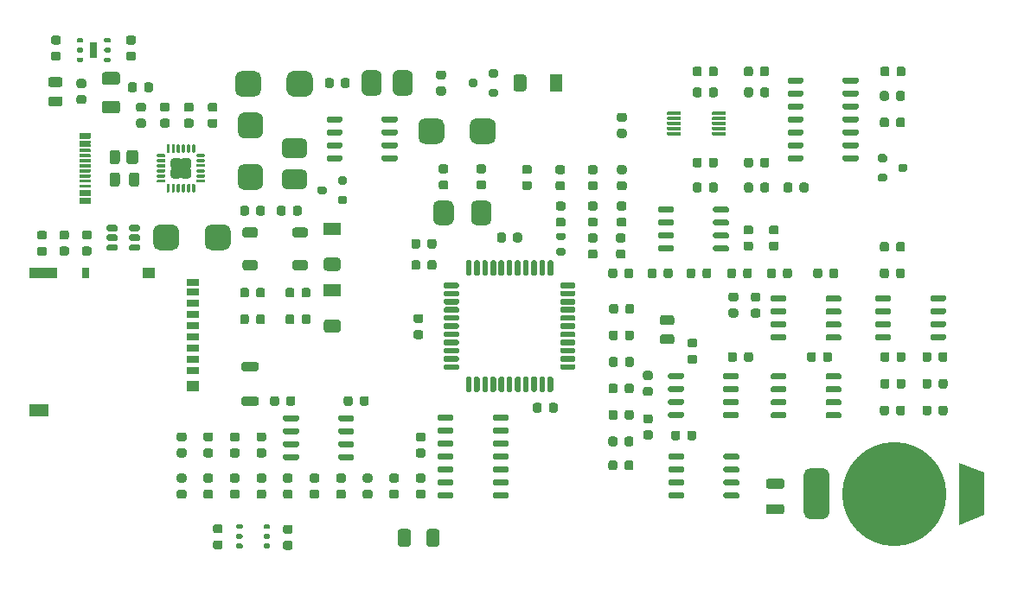
<source format=gbr>
G04 #@! TF.GenerationSoftware,KiCad,Pcbnew,5.1.6-c6e7f7d~87~ubuntu18.04.1*
G04 #@! TF.CreationDate,2020-10-25T15:07:58+02:00*
G04 #@! TF.ProjectId,PSLab,50534c61-622e-46b6-9963-61645f706362,v6.1*
G04 #@! TF.SameCoordinates,Original*
G04 #@! TF.FileFunction,Paste,Top*
G04 #@! TF.FilePolarity,Positive*
%FSLAX46Y46*%
G04 Gerber Fmt 4.6, Leading zero omitted, Abs format (unit mm)*
G04 Created by KiCad (PCBNEW 5.1.6-c6e7f7d~87~ubuntu18.04.1) date 2020-10-25 15:07:58*
%MOMM*%
%LPD*%
G01*
G04 APERTURE LIST*
%ADD10C,0.100000*%
%ADD11C,10.200000*%
%ADD12R,0.750000X1.500000*%
%ADD13R,1.700000X1.300000*%
%ADD14R,1.300000X1.700000*%
%ADD15R,1.200000X0.700000*%
%ADD16R,1.200000X1.000000*%
%ADD17R,0.800000X1.000000*%
%ADD18R,2.800000X1.000000*%
%ADD19R,1.900000X1.300000*%
G04 APERTURE END LIST*
G36*
G01*
X113325000Y-76970000D02*
X112075000Y-76970000D01*
G75*
G02*
X111450000Y-76345000I0J625000D01*
G01*
X111450000Y-75045000D01*
G75*
G02*
X112075000Y-74420000I625000J0D01*
G01*
X113325000Y-74420000D01*
G75*
G02*
X113950000Y-75045000I0J-625000D01*
G01*
X113950000Y-76345000D01*
G75*
G02*
X113325000Y-76970000I-625000J0D01*
G01*
G37*
G36*
G01*
X113325000Y-71920000D02*
X112075000Y-71920000D01*
G75*
G02*
X111450000Y-71295000I0J625000D01*
G01*
X111450000Y-69995000D01*
G75*
G02*
X112075000Y-69370000I625000J0D01*
G01*
X113325000Y-69370000D01*
G75*
G02*
X113950000Y-69995000I0J-625000D01*
G01*
X113950000Y-71295000D01*
G75*
G02*
X113325000Y-71920000I-625000J0D01*
G01*
G37*
G36*
G01*
X98630000Y-80872500D02*
X98630000Y-80547500D01*
G75*
G02*
X98792500Y-80385000I162500J0D01*
G01*
X99527500Y-80385000D01*
G75*
G02*
X99690000Y-80547500I0J-162500D01*
G01*
X99690000Y-80872500D01*
G75*
G02*
X99527500Y-81035000I-162500J0D01*
G01*
X98792500Y-81035000D01*
G75*
G02*
X98630000Y-80872500I0J162500D01*
G01*
G37*
G36*
G01*
X98630000Y-81822500D02*
X98630000Y-81497500D01*
G75*
G02*
X98792500Y-81335000I162500J0D01*
G01*
X99527500Y-81335000D01*
G75*
G02*
X99690000Y-81497500I0J-162500D01*
G01*
X99690000Y-81822500D01*
G75*
G02*
X99527500Y-81985000I-162500J0D01*
G01*
X98792500Y-81985000D01*
G75*
G02*
X98630000Y-81822500I0J162500D01*
G01*
G37*
G36*
G01*
X98630000Y-82772500D02*
X98630000Y-82447500D01*
G75*
G02*
X98792500Y-82285000I162500J0D01*
G01*
X99527500Y-82285000D01*
G75*
G02*
X99690000Y-82447500I0J-162500D01*
G01*
X99690000Y-82772500D01*
G75*
G02*
X99527500Y-82935000I-162500J0D01*
G01*
X98792500Y-82935000D01*
G75*
G02*
X98630000Y-82772500I0J162500D01*
G01*
G37*
G36*
G01*
X100830000Y-82772500D02*
X100830000Y-82447500D01*
G75*
G02*
X100992500Y-82285000I162500J0D01*
G01*
X101727500Y-82285000D01*
G75*
G02*
X101890000Y-82447500I0J-162500D01*
G01*
X101890000Y-82772500D01*
G75*
G02*
X101727500Y-82935000I-162500J0D01*
G01*
X100992500Y-82935000D01*
G75*
G02*
X100830000Y-82772500I0J162500D01*
G01*
G37*
G36*
G01*
X100830000Y-80872500D02*
X100830000Y-80547500D01*
G75*
G02*
X100992500Y-80385000I162500J0D01*
G01*
X101727500Y-80385000D01*
G75*
G02*
X101890000Y-80547500I0J-162500D01*
G01*
X101890000Y-80872500D01*
G75*
G02*
X101727500Y-81035000I-162500J0D01*
G01*
X100992500Y-81035000D01*
G75*
G02*
X100830000Y-80872500I0J162500D01*
G01*
G37*
G36*
G01*
X100830000Y-81822500D02*
X100830000Y-81497500D01*
G75*
G02*
X100992500Y-81335000I162500J0D01*
G01*
X101727500Y-81335000D01*
G75*
G02*
X101890000Y-81497500I0J-162500D01*
G01*
X101890000Y-81822500D01*
G75*
G02*
X101727500Y-81985000I-162500J0D01*
G01*
X100992500Y-81985000D01*
G75*
G02*
X100830000Y-81822500I0J162500D01*
G01*
G37*
G36*
G01*
X179255000Y-87725000D02*
X179255000Y-87425000D01*
G75*
G02*
X179405000Y-87275000I150000J0D01*
G01*
X180655000Y-87275000D01*
G75*
G02*
X180805000Y-87425000I0J-150000D01*
G01*
X180805000Y-87725000D01*
G75*
G02*
X180655000Y-87875000I-150000J0D01*
G01*
X179405000Y-87875000D01*
G75*
G02*
X179255000Y-87725000I0J150000D01*
G01*
G37*
G36*
G01*
X179255000Y-88995000D02*
X179255000Y-88695000D01*
G75*
G02*
X179405000Y-88545000I150000J0D01*
G01*
X180655000Y-88545000D01*
G75*
G02*
X180805000Y-88695000I0J-150000D01*
G01*
X180805000Y-88995000D01*
G75*
G02*
X180655000Y-89145000I-150000J0D01*
G01*
X179405000Y-89145000D01*
G75*
G02*
X179255000Y-88995000I0J150000D01*
G01*
G37*
G36*
G01*
X179255000Y-90265000D02*
X179255000Y-89965000D01*
G75*
G02*
X179405000Y-89815000I150000J0D01*
G01*
X180655000Y-89815000D01*
G75*
G02*
X180805000Y-89965000I0J-150000D01*
G01*
X180805000Y-90265000D01*
G75*
G02*
X180655000Y-90415000I-150000J0D01*
G01*
X179405000Y-90415000D01*
G75*
G02*
X179255000Y-90265000I0J150000D01*
G01*
G37*
G36*
G01*
X179255000Y-91535000D02*
X179255000Y-91235000D01*
G75*
G02*
X179405000Y-91085000I150000J0D01*
G01*
X180655000Y-91085000D01*
G75*
G02*
X180805000Y-91235000I0J-150000D01*
G01*
X180805000Y-91535000D01*
G75*
G02*
X180655000Y-91685000I-150000J0D01*
G01*
X179405000Y-91685000D01*
G75*
G02*
X179255000Y-91535000I0J150000D01*
G01*
G37*
G36*
G01*
X173855000Y-91535000D02*
X173855000Y-91235000D01*
G75*
G02*
X174005000Y-91085000I150000J0D01*
G01*
X175255000Y-91085000D01*
G75*
G02*
X175405000Y-91235000I0J-150000D01*
G01*
X175405000Y-91535000D01*
G75*
G02*
X175255000Y-91685000I-150000J0D01*
G01*
X174005000Y-91685000D01*
G75*
G02*
X173855000Y-91535000I0J150000D01*
G01*
G37*
G36*
G01*
X173855000Y-90265000D02*
X173855000Y-89965000D01*
G75*
G02*
X174005000Y-89815000I150000J0D01*
G01*
X175255000Y-89815000D01*
G75*
G02*
X175405000Y-89965000I0J-150000D01*
G01*
X175405000Y-90265000D01*
G75*
G02*
X175255000Y-90415000I-150000J0D01*
G01*
X174005000Y-90415000D01*
G75*
G02*
X173855000Y-90265000I0J150000D01*
G01*
G37*
G36*
G01*
X173855000Y-88995000D02*
X173855000Y-88695000D01*
G75*
G02*
X174005000Y-88545000I150000J0D01*
G01*
X175255000Y-88545000D01*
G75*
G02*
X175405000Y-88695000I0J-150000D01*
G01*
X175405000Y-88995000D01*
G75*
G02*
X175255000Y-89145000I-150000J0D01*
G01*
X174005000Y-89145000D01*
G75*
G02*
X173855000Y-88995000I0J150000D01*
G01*
G37*
G36*
G01*
X173855000Y-87725000D02*
X173855000Y-87425000D01*
G75*
G02*
X174005000Y-87275000I150000J0D01*
G01*
X175255000Y-87275000D01*
G75*
G02*
X175405000Y-87425000I0J-150000D01*
G01*
X175405000Y-87725000D01*
G75*
G02*
X175255000Y-87875000I-150000J0D01*
G01*
X174005000Y-87875000D01*
G75*
G02*
X173855000Y-87725000I0J150000D01*
G01*
G37*
G36*
G01*
X168995000Y-87775000D02*
X168995000Y-87475000D01*
G75*
G02*
X169145000Y-87325000I150000J0D01*
G01*
X170395000Y-87325000D01*
G75*
G02*
X170545000Y-87475000I0J-150000D01*
G01*
X170545000Y-87775000D01*
G75*
G02*
X170395000Y-87925000I-150000J0D01*
G01*
X169145000Y-87925000D01*
G75*
G02*
X168995000Y-87775000I0J150000D01*
G01*
G37*
G36*
G01*
X168995000Y-89045000D02*
X168995000Y-88745000D01*
G75*
G02*
X169145000Y-88595000I150000J0D01*
G01*
X170395000Y-88595000D01*
G75*
G02*
X170545000Y-88745000I0J-150000D01*
G01*
X170545000Y-89045000D01*
G75*
G02*
X170395000Y-89195000I-150000J0D01*
G01*
X169145000Y-89195000D01*
G75*
G02*
X168995000Y-89045000I0J150000D01*
G01*
G37*
G36*
G01*
X168995000Y-90315000D02*
X168995000Y-90015000D01*
G75*
G02*
X169145000Y-89865000I150000J0D01*
G01*
X170395000Y-89865000D01*
G75*
G02*
X170545000Y-90015000I0J-150000D01*
G01*
X170545000Y-90315000D01*
G75*
G02*
X170395000Y-90465000I-150000J0D01*
G01*
X169145000Y-90465000D01*
G75*
G02*
X168995000Y-90315000I0J150000D01*
G01*
G37*
G36*
G01*
X168995000Y-91585000D02*
X168995000Y-91285000D01*
G75*
G02*
X169145000Y-91135000I150000J0D01*
G01*
X170395000Y-91135000D01*
G75*
G02*
X170545000Y-91285000I0J-150000D01*
G01*
X170545000Y-91585000D01*
G75*
G02*
X170395000Y-91735000I-150000J0D01*
G01*
X169145000Y-91735000D01*
G75*
G02*
X168995000Y-91585000I0J150000D01*
G01*
G37*
G36*
G01*
X163595000Y-91585000D02*
X163595000Y-91285000D01*
G75*
G02*
X163745000Y-91135000I150000J0D01*
G01*
X164995000Y-91135000D01*
G75*
G02*
X165145000Y-91285000I0J-150000D01*
G01*
X165145000Y-91585000D01*
G75*
G02*
X164995000Y-91735000I-150000J0D01*
G01*
X163745000Y-91735000D01*
G75*
G02*
X163595000Y-91585000I0J150000D01*
G01*
G37*
G36*
G01*
X163595000Y-90315000D02*
X163595000Y-90015000D01*
G75*
G02*
X163745000Y-89865000I150000J0D01*
G01*
X164995000Y-89865000D01*
G75*
G02*
X165145000Y-90015000I0J-150000D01*
G01*
X165145000Y-90315000D01*
G75*
G02*
X164995000Y-90465000I-150000J0D01*
G01*
X163745000Y-90465000D01*
G75*
G02*
X163595000Y-90315000I0J150000D01*
G01*
G37*
G36*
G01*
X163595000Y-89045000D02*
X163595000Y-88745000D01*
G75*
G02*
X163745000Y-88595000I150000J0D01*
G01*
X164995000Y-88595000D01*
G75*
G02*
X165145000Y-88745000I0J-150000D01*
G01*
X165145000Y-89045000D01*
G75*
G02*
X164995000Y-89195000I-150000J0D01*
G01*
X163745000Y-89195000D01*
G75*
G02*
X163595000Y-89045000I0J150000D01*
G01*
G37*
G36*
G01*
X163595000Y-87775000D02*
X163595000Y-87475000D01*
G75*
G02*
X163745000Y-87325000I150000J0D01*
G01*
X164995000Y-87325000D01*
G75*
G02*
X165145000Y-87475000I0J-150000D01*
G01*
X165145000Y-87775000D01*
G75*
G02*
X164995000Y-87925000I-150000J0D01*
G01*
X163745000Y-87925000D01*
G75*
G02*
X163595000Y-87775000I0J150000D01*
G01*
G37*
G36*
G01*
X152585000Y-79045000D02*
X152585000Y-78745000D01*
G75*
G02*
X152735000Y-78595000I150000J0D01*
G01*
X153985000Y-78595000D01*
G75*
G02*
X154135000Y-78745000I0J-150000D01*
G01*
X154135000Y-79045000D01*
G75*
G02*
X153985000Y-79195000I-150000J0D01*
G01*
X152735000Y-79195000D01*
G75*
G02*
X152585000Y-79045000I0J150000D01*
G01*
G37*
G36*
G01*
X152585000Y-80315000D02*
X152585000Y-80015000D01*
G75*
G02*
X152735000Y-79865000I150000J0D01*
G01*
X153985000Y-79865000D01*
G75*
G02*
X154135000Y-80015000I0J-150000D01*
G01*
X154135000Y-80315000D01*
G75*
G02*
X153985000Y-80465000I-150000J0D01*
G01*
X152735000Y-80465000D01*
G75*
G02*
X152585000Y-80315000I0J150000D01*
G01*
G37*
G36*
G01*
X152585000Y-81585000D02*
X152585000Y-81285000D01*
G75*
G02*
X152735000Y-81135000I150000J0D01*
G01*
X153985000Y-81135000D01*
G75*
G02*
X154135000Y-81285000I0J-150000D01*
G01*
X154135000Y-81585000D01*
G75*
G02*
X153985000Y-81735000I-150000J0D01*
G01*
X152735000Y-81735000D01*
G75*
G02*
X152585000Y-81585000I0J150000D01*
G01*
G37*
G36*
G01*
X152585000Y-82855000D02*
X152585000Y-82555000D01*
G75*
G02*
X152735000Y-82405000I150000J0D01*
G01*
X153985000Y-82405000D01*
G75*
G02*
X154135000Y-82555000I0J-150000D01*
G01*
X154135000Y-82855000D01*
G75*
G02*
X153985000Y-83005000I-150000J0D01*
G01*
X152735000Y-83005000D01*
G75*
G02*
X152585000Y-82855000I0J150000D01*
G01*
G37*
G36*
G01*
X157985000Y-82855000D02*
X157985000Y-82555000D01*
G75*
G02*
X158135000Y-82405000I150000J0D01*
G01*
X159385000Y-82405000D01*
G75*
G02*
X159535000Y-82555000I0J-150000D01*
G01*
X159535000Y-82855000D01*
G75*
G02*
X159385000Y-83005000I-150000J0D01*
G01*
X158135000Y-83005000D01*
G75*
G02*
X157985000Y-82855000I0J150000D01*
G01*
G37*
G36*
G01*
X157985000Y-81585000D02*
X157985000Y-81285000D01*
G75*
G02*
X158135000Y-81135000I150000J0D01*
G01*
X159385000Y-81135000D01*
G75*
G02*
X159535000Y-81285000I0J-150000D01*
G01*
X159535000Y-81585000D01*
G75*
G02*
X159385000Y-81735000I-150000J0D01*
G01*
X158135000Y-81735000D01*
G75*
G02*
X157985000Y-81585000I0J150000D01*
G01*
G37*
G36*
G01*
X157985000Y-80315000D02*
X157985000Y-80015000D01*
G75*
G02*
X158135000Y-79865000I150000J0D01*
G01*
X159385000Y-79865000D01*
G75*
G02*
X159535000Y-80015000I0J-150000D01*
G01*
X159535000Y-80315000D01*
G75*
G02*
X159385000Y-80465000I-150000J0D01*
G01*
X158135000Y-80465000D01*
G75*
G02*
X157985000Y-80315000I0J150000D01*
G01*
G37*
G36*
G01*
X157985000Y-79045000D02*
X157985000Y-78745000D01*
G75*
G02*
X158135000Y-78595000I150000J0D01*
G01*
X159385000Y-78595000D01*
G75*
G02*
X159535000Y-78745000I0J-150000D01*
G01*
X159535000Y-79045000D01*
G75*
G02*
X159385000Y-79195000I-150000J0D01*
G01*
X158135000Y-79195000D01*
G75*
G02*
X157985000Y-79045000I0J150000D01*
G01*
G37*
G36*
G01*
X127095000Y-73715000D02*
X127095000Y-74015000D01*
G75*
G02*
X126945000Y-74165000I-150000J0D01*
G01*
X125695000Y-74165000D01*
G75*
G02*
X125545000Y-74015000I0J150000D01*
G01*
X125545000Y-73715000D01*
G75*
G02*
X125695000Y-73565000I150000J0D01*
G01*
X126945000Y-73565000D01*
G75*
G02*
X127095000Y-73715000I0J-150000D01*
G01*
G37*
G36*
G01*
X127095000Y-72445000D02*
X127095000Y-72745000D01*
G75*
G02*
X126945000Y-72895000I-150000J0D01*
G01*
X125695000Y-72895000D01*
G75*
G02*
X125545000Y-72745000I0J150000D01*
G01*
X125545000Y-72445000D01*
G75*
G02*
X125695000Y-72295000I150000J0D01*
G01*
X126945000Y-72295000D01*
G75*
G02*
X127095000Y-72445000I0J-150000D01*
G01*
G37*
G36*
G01*
X127095000Y-71175000D02*
X127095000Y-71475000D01*
G75*
G02*
X126945000Y-71625000I-150000J0D01*
G01*
X125695000Y-71625000D01*
G75*
G02*
X125545000Y-71475000I0J150000D01*
G01*
X125545000Y-71175000D01*
G75*
G02*
X125695000Y-71025000I150000J0D01*
G01*
X126945000Y-71025000D01*
G75*
G02*
X127095000Y-71175000I0J-150000D01*
G01*
G37*
G36*
G01*
X127095000Y-69905000D02*
X127095000Y-70205000D01*
G75*
G02*
X126945000Y-70355000I-150000J0D01*
G01*
X125695000Y-70355000D01*
G75*
G02*
X125545000Y-70205000I0J150000D01*
G01*
X125545000Y-69905000D01*
G75*
G02*
X125695000Y-69755000I150000J0D01*
G01*
X126945000Y-69755000D01*
G75*
G02*
X127095000Y-69905000I0J-150000D01*
G01*
G37*
G36*
G01*
X121695000Y-69905000D02*
X121695000Y-70205000D01*
G75*
G02*
X121545000Y-70355000I-150000J0D01*
G01*
X120295000Y-70355000D01*
G75*
G02*
X120145000Y-70205000I0J150000D01*
G01*
X120145000Y-69905000D01*
G75*
G02*
X120295000Y-69755000I150000J0D01*
G01*
X121545000Y-69755000D01*
G75*
G02*
X121695000Y-69905000I0J-150000D01*
G01*
G37*
G36*
G01*
X121695000Y-71175000D02*
X121695000Y-71475000D01*
G75*
G02*
X121545000Y-71625000I-150000J0D01*
G01*
X120295000Y-71625000D01*
G75*
G02*
X120145000Y-71475000I0J150000D01*
G01*
X120145000Y-71175000D01*
G75*
G02*
X120295000Y-71025000I150000J0D01*
G01*
X121545000Y-71025000D01*
G75*
G02*
X121695000Y-71175000I0J-150000D01*
G01*
G37*
G36*
G01*
X121695000Y-72445000D02*
X121695000Y-72745000D01*
G75*
G02*
X121545000Y-72895000I-150000J0D01*
G01*
X120295000Y-72895000D01*
G75*
G02*
X120145000Y-72745000I0J150000D01*
G01*
X120145000Y-72445000D01*
G75*
G02*
X120295000Y-72295000I150000J0D01*
G01*
X121545000Y-72295000D01*
G75*
G02*
X121695000Y-72445000I0J-150000D01*
G01*
G37*
G36*
G01*
X121695000Y-73715000D02*
X121695000Y-74015000D01*
G75*
G02*
X121545000Y-74165000I-150000J0D01*
G01*
X120295000Y-74165000D01*
G75*
G02*
X120145000Y-74015000I0J150000D01*
G01*
X120145000Y-73715000D01*
G75*
G02*
X120295000Y-73565000I150000J0D01*
G01*
X121545000Y-73565000D01*
G75*
G02*
X121695000Y-73715000I0J-150000D01*
G01*
G37*
G36*
G01*
X122835000Y-103005000D02*
X122835000Y-103305000D01*
G75*
G02*
X122685000Y-103455000I-150000J0D01*
G01*
X121435000Y-103455000D01*
G75*
G02*
X121285000Y-103305000I0J150000D01*
G01*
X121285000Y-103005000D01*
G75*
G02*
X121435000Y-102855000I150000J0D01*
G01*
X122685000Y-102855000D01*
G75*
G02*
X122835000Y-103005000I0J-150000D01*
G01*
G37*
G36*
G01*
X122835000Y-101735000D02*
X122835000Y-102035000D01*
G75*
G02*
X122685000Y-102185000I-150000J0D01*
G01*
X121435000Y-102185000D01*
G75*
G02*
X121285000Y-102035000I0J150000D01*
G01*
X121285000Y-101735000D01*
G75*
G02*
X121435000Y-101585000I150000J0D01*
G01*
X122685000Y-101585000D01*
G75*
G02*
X122835000Y-101735000I0J-150000D01*
G01*
G37*
G36*
G01*
X122835000Y-100465000D02*
X122835000Y-100765000D01*
G75*
G02*
X122685000Y-100915000I-150000J0D01*
G01*
X121435000Y-100915000D01*
G75*
G02*
X121285000Y-100765000I0J150000D01*
G01*
X121285000Y-100465000D01*
G75*
G02*
X121435000Y-100315000I150000J0D01*
G01*
X122685000Y-100315000D01*
G75*
G02*
X122835000Y-100465000I0J-150000D01*
G01*
G37*
G36*
G01*
X122835000Y-99195000D02*
X122835000Y-99495000D01*
G75*
G02*
X122685000Y-99645000I-150000J0D01*
G01*
X121435000Y-99645000D01*
G75*
G02*
X121285000Y-99495000I0J150000D01*
G01*
X121285000Y-99195000D01*
G75*
G02*
X121435000Y-99045000I150000J0D01*
G01*
X122685000Y-99045000D01*
G75*
G02*
X122835000Y-99195000I0J-150000D01*
G01*
G37*
G36*
G01*
X117435000Y-99195000D02*
X117435000Y-99495000D01*
G75*
G02*
X117285000Y-99645000I-150000J0D01*
G01*
X116035000Y-99645000D01*
G75*
G02*
X115885000Y-99495000I0J150000D01*
G01*
X115885000Y-99195000D01*
G75*
G02*
X116035000Y-99045000I150000J0D01*
G01*
X117285000Y-99045000D01*
G75*
G02*
X117435000Y-99195000I0J-150000D01*
G01*
G37*
G36*
G01*
X117435000Y-100465000D02*
X117435000Y-100765000D01*
G75*
G02*
X117285000Y-100915000I-150000J0D01*
G01*
X116035000Y-100915000D01*
G75*
G02*
X115885000Y-100765000I0J150000D01*
G01*
X115885000Y-100465000D01*
G75*
G02*
X116035000Y-100315000I150000J0D01*
G01*
X117285000Y-100315000D01*
G75*
G02*
X117435000Y-100465000I0J-150000D01*
G01*
G37*
G36*
G01*
X117435000Y-101735000D02*
X117435000Y-102035000D01*
G75*
G02*
X117285000Y-102185000I-150000J0D01*
G01*
X116035000Y-102185000D01*
G75*
G02*
X115885000Y-102035000I0J150000D01*
G01*
X115885000Y-101735000D01*
G75*
G02*
X116035000Y-101585000I150000J0D01*
G01*
X117285000Y-101585000D01*
G75*
G02*
X117435000Y-101735000I0J-150000D01*
G01*
G37*
G36*
G01*
X117435000Y-103005000D02*
X117435000Y-103305000D01*
G75*
G02*
X117285000Y-103455000I-150000J0D01*
G01*
X116035000Y-103455000D01*
G75*
G02*
X115885000Y-103305000I0J150000D01*
G01*
X115885000Y-103005000D01*
G75*
G02*
X116035000Y-102855000I150000J0D01*
G01*
X117285000Y-102855000D01*
G75*
G02*
X117435000Y-103005000I0J-150000D01*
G01*
G37*
G36*
G01*
X134197500Y-96770000D02*
X133922500Y-96770000D01*
G75*
G02*
X133785000Y-96632500I0J137500D01*
G01*
X133785000Y-95407500D01*
G75*
G02*
X133922500Y-95270000I137500J0D01*
G01*
X134197500Y-95270000D01*
G75*
G02*
X134335000Y-95407500I0J-137500D01*
G01*
X134335000Y-96632500D01*
G75*
G02*
X134197500Y-96770000I-137500J0D01*
G01*
G37*
G36*
G01*
X134997500Y-96770000D02*
X134722500Y-96770000D01*
G75*
G02*
X134585000Y-96632500I0J137500D01*
G01*
X134585000Y-95407500D01*
G75*
G02*
X134722500Y-95270000I137500J0D01*
G01*
X134997500Y-95270000D01*
G75*
G02*
X135135000Y-95407500I0J-137500D01*
G01*
X135135000Y-96632500D01*
G75*
G02*
X134997500Y-96770000I-137500J0D01*
G01*
G37*
G36*
G01*
X135797500Y-96770000D02*
X135522500Y-96770000D01*
G75*
G02*
X135385000Y-96632500I0J137500D01*
G01*
X135385000Y-95407500D01*
G75*
G02*
X135522500Y-95270000I137500J0D01*
G01*
X135797500Y-95270000D01*
G75*
G02*
X135935000Y-95407500I0J-137500D01*
G01*
X135935000Y-96632500D01*
G75*
G02*
X135797500Y-96770000I-137500J0D01*
G01*
G37*
G36*
G01*
X136597500Y-96770000D02*
X136322500Y-96770000D01*
G75*
G02*
X136185000Y-96632500I0J137500D01*
G01*
X136185000Y-95407500D01*
G75*
G02*
X136322500Y-95270000I137500J0D01*
G01*
X136597500Y-95270000D01*
G75*
G02*
X136735000Y-95407500I0J-137500D01*
G01*
X136735000Y-96632500D01*
G75*
G02*
X136597500Y-96770000I-137500J0D01*
G01*
G37*
G36*
G01*
X137397500Y-96770000D02*
X137122500Y-96770000D01*
G75*
G02*
X136985000Y-96632500I0J137500D01*
G01*
X136985000Y-95407500D01*
G75*
G02*
X137122500Y-95270000I137500J0D01*
G01*
X137397500Y-95270000D01*
G75*
G02*
X137535000Y-95407500I0J-137500D01*
G01*
X137535000Y-96632500D01*
G75*
G02*
X137397500Y-96770000I-137500J0D01*
G01*
G37*
G36*
G01*
X138197500Y-96770000D02*
X137922500Y-96770000D01*
G75*
G02*
X137785000Y-96632500I0J137500D01*
G01*
X137785000Y-95407500D01*
G75*
G02*
X137922500Y-95270000I137500J0D01*
G01*
X138197500Y-95270000D01*
G75*
G02*
X138335000Y-95407500I0J-137500D01*
G01*
X138335000Y-96632500D01*
G75*
G02*
X138197500Y-96770000I-137500J0D01*
G01*
G37*
G36*
G01*
X138997500Y-96770000D02*
X138722500Y-96770000D01*
G75*
G02*
X138585000Y-96632500I0J137500D01*
G01*
X138585000Y-95407500D01*
G75*
G02*
X138722500Y-95270000I137500J0D01*
G01*
X138997500Y-95270000D01*
G75*
G02*
X139135000Y-95407500I0J-137500D01*
G01*
X139135000Y-96632500D01*
G75*
G02*
X138997500Y-96770000I-137500J0D01*
G01*
G37*
G36*
G01*
X139797500Y-96770000D02*
X139522500Y-96770000D01*
G75*
G02*
X139385000Y-96632500I0J137500D01*
G01*
X139385000Y-95407500D01*
G75*
G02*
X139522500Y-95270000I137500J0D01*
G01*
X139797500Y-95270000D01*
G75*
G02*
X139935000Y-95407500I0J-137500D01*
G01*
X139935000Y-96632500D01*
G75*
G02*
X139797500Y-96770000I-137500J0D01*
G01*
G37*
G36*
G01*
X140597500Y-96770000D02*
X140322500Y-96770000D01*
G75*
G02*
X140185000Y-96632500I0J137500D01*
G01*
X140185000Y-95407500D01*
G75*
G02*
X140322500Y-95270000I137500J0D01*
G01*
X140597500Y-95270000D01*
G75*
G02*
X140735000Y-95407500I0J-137500D01*
G01*
X140735000Y-96632500D01*
G75*
G02*
X140597500Y-96770000I-137500J0D01*
G01*
G37*
G36*
G01*
X141397500Y-96770000D02*
X141122500Y-96770000D01*
G75*
G02*
X140985000Y-96632500I0J137500D01*
G01*
X140985000Y-95407500D01*
G75*
G02*
X141122500Y-95270000I137500J0D01*
G01*
X141397500Y-95270000D01*
G75*
G02*
X141535000Y-95407500I0J-137500D01*
G01*
X141535000Y-96632500D01*
G75*
G02*
X141397500Y-96770000I-137500J0D01*
G01*
G37*
G36*
G01*
X142197500Y-96770000D02*
X141922500Y-96770000D01*
G75*
G02*
X141785000Y-96632500I0J137500D01*
G01*
X141785000Y-95407500D01*
G75*
G02*
X141922500Y-95270000I137500J0D01*
G01*
X142197500Y-95270000D01*
G75*
G02*
X142335000Y-95407500I0J-137500D01*
G01*
X142335000Y-96632500D01*
G75*
G02*
X142197500Y-96770000I-137500J0D01*
G01*
G37*
G36*
G01*
X144510000Y-94182500D02*
X144510000Y-94457500D01*
G75*
G02*
X144372500Y-94595000I-137500J0D01*
G01*
X143147500Y-94595000D01*
G75*
G02*
X143010000Y-94457500I0J137500D01*
G01*
X143010000Y-94182500D01*
G75*
G02*
X143147500Y-94045000I137500J0D01*
G01*
X144372500Y-94045000D01*
G75*
G02*
X144510000Y-94182500I0J-137500D01*
G01*
G37*
G36*
G01*
X144510000Y-93382500D02*
X144510000Y-93657500D01*
G75*
G02*
X144372500Y-93795000I-137500J0D01*
G01*
X143147500Y-93795000D01*
G75*
G02*
X143010000Y-93657500I0J137500D01*
G01*
X143010000Y-93382500D01*
G75*
G02*
X143147500Y-93245000I137500J0D01*
G01*
X144372500Y-93245000D01*
G75*
G02*
X144510000Y-93382500I0J-137500D01*
G01*
G37*
G36*
G01*
X144510000Y-92582500D02*
X144510000Y-92857500D01*
G75*
G02*
X144372500Y-92995000I-137500J0D01*
G01*
X143147500Y-92995000D01*
G75*
G02*
X143010000Y-92857500I0J137500D01*
G01*
X143010000Y-92582500D01*
G75*
G02*
X143147500Y-92445000I137500J0D01*
G01*
X144372500Y-92445000D01*
G75*
G02*
X144510000Y-92582500I0J-137500D01*
G01*
G37*
G36*
G01*
X144510000Y-91782500D02*
X144510000Y-92057500D01*
G75*
G02*
X144372500Y-92195000I-137500J0D01*
G01*
X143147500Y-92195000D01*
G75*
G02*
X143010000Y-92057500I0J137500D01*
G01*
X143010000Y-91782500D01*
G75*
G02*
X143147500Y-91645000I137500J0D01*
G01*
X144372500Y-91645000D01*
G75*
G02*
X144510000Y-91782500I0J-137500D01*
G01*
G37*
G36*
G01*
X144510000Y-90982500D02*
X144510000Y-91257500D01*
G75*
G02*
X144372500Y-91395000I-137500J0D01*
G01*
X143147500Y-91395000D01*
G75*
G02*
X143010000Y-91257500I0J137500D01*
G01*
X143010000Y-90982500D01*
G75*
G02*
X143147500Y-90845000I137500J0D01*
G01*
X144372500Y-90845000D01*
G75*
G02*
X144510000Y-90982500I0J-137500D01*
G01*
G37*
G36*
G01*
X144510000Y-90182500D02*
X144510000Y-90457500D01*
G75*
G02*
X144372500Y-90595000I-137500J0D01*
G01*
X143147500Y-90595000D01*
G75*
G02*
X143010000Y-90457500I0J137500D01*
G01*
X143010000Y-90182500D01*
G75*
G02*
X143147500Y-90045000I137500J0D01*
G01*
X144372500Y-90045000D01*
G75*
G02*
X144510000Y-90182500I0J-137500D01*
G01*
G37*
G36*
G01*
X144510000Y-89382500D02*
X144510000Y-89657500D01*
G75*
G02*
X144372500Y-89795000I-137500J0D01*
G01*
X143147500Y-89795000D01*
G75*
G02*
X143010000Y-89657500I0J137500D01*
G01*
X143010000Y-89382500D01*
G75*
G02*
X143147500Y-89245000I137500J0D01*
G01*
X144372500Y-89245000D01*
G75*
G02*
X144510000Y-89382500I0J-137500D01*
G01*
G37*
G36*
G01*
X144510000Y-88582500D02*
X144510000Y-88857500D01*
G75*
G02*
X144372500Y-88995000I-137500J0D01*
G01*
X143147500Y-88995000D01*
G75*
G02*
X143010000Y-88857500I0J137500D01*
G01*
X143010000Y-88582500D01*
G75*
G02*
X143147500Y-88445000I137500J0D01*
G01*
X144372500Y-88445000D01*
G75*
G02*
X144510000Y-88582500I0J-137500D01*
G01*
G37*
G36*
G01*
X144510000Y-87782500D02*
X144510000Y-88057500D01*
G75*
G02*
X144372500Y-88195000I-137500J0D01*
G01*
X143147500Y-88195000D01*
G75*
G02*
X143010000Y-88057500I0J137500D01*
G01*
X143010000Y-87782500D01*
G75*
G02*
X143147500Y-87645000I137500J0D01*
G01*
X144372500Y-87645000D01*
G75*
G02*
X144510000Y-87782500I0J-137500D01*
G01*
G37*
G36*
G01*
X144510000Y-86982500D02*
X144510000Y-87257500D01*
G75*
G02*
X144372500Y-87395000I-137500J0D01*
G01*
X143147500Y-87395000D01*
G75*
G02*
X143010000Y-87257500I0J137500D01*
G01*
X143010000Y-86982500D01*
G75*
G02*
X143147500Y-86845000I137500J0D01*
G01*
X144372500Y-86845000D01*
G75*
G02*
X144510000Y-86982500I0J-137500D01*
G01*
G37*
G36*
G01*
X144510000Y-86182500D02*
X144510000Y-86457500D01*
G75*
G02*
X144372500Y-86595000I-137500J0D01*
G01*
X143147500Y-86595000D01*
G75*
G02*
X143010000Y-86457500I0J137500D01*
G01*
X143010000Y-86182500D01*
G75*
G02*
X143147500Y-86045000I137500J0D01*
G01*
X144372500Y-86045000D01*
G75*
G02*
X144510000Y-86182500I0J-137500D01*
G01*
G37*
G36*
G01*
X142197500Y-85370000D02*
X141922500Y-85370000D01*
G75*
G02*
X141785000Y-85232500I0J137500D01*
G01*
X141785000Y-84007500D01*
G75*
G02*
X141922500Y-83870000I137500J0D01*
G01*
X142197500Y-83870000D01*
G75*
G02*
X142335000Y-84007500I0J-137500D01*
G01*
X142335000Y-85232500D01*
G75*
G02*
X142197500Y-85370000I-137500J0D01*
G01*
G37*
G36*
G01*
X141397500Y-85370000D02*
X141122500Y-85370000D01*
G75*
G02*
X140985000Y-85232500I0J137500D01*
G01*
X140985000Y-84007500D01*
G75*
G02*
X141122500Y-83870000I137500J0D01*
G01*
X141397500Y-83870000D01*
G75*
G02*
X141535000Y-84007500I0J-137500D01*
G01*
X141535000Y-85232500D01*
G75*
G02*
X141397500Y-85370000I-137500J0D01*
G01*
G37*
G36*
G01*
X140597500Y-85370000D02*
X140322500Y-85370000D01*
G75*
G02*
X140185000Y-85232500I0J137500D01*
G01*
X140185000Y-84007500D01*
G75*
G02*
X140322500Y-83870000I137500J0D01*
G01*
X140597500Y-83870000D01*
G75*
G02*
X140735000Y-84007500I0J-137500D01*
G01*
X140735000Y-85232500D01*
G75*
G02*
X140597500Y-85370000I-137500J0D01*
G01*
G37*
G36*
G01*
X139797500Y-85370000D02*
X139522500Y-85370000D01*
G75*
G02*
X139385000Y-85232500I0J137500D01*
G01*
X139385000Y-84007500D01*
G75*
G02*
X139522500Y-83870000I137500J0D01*
G01*
X139797500Y-83870000D01*
G75*
G02*
X139935000Y-84007500I0J-137500D01*
G01*
X139935000Y-85232500D01*
G75*
G02*
X139797500Y-85370000I-137500J0D01*
G01*
G37*
G36*
G01*
X138997500Y-85370000D02*
X138722500Y-85370000D01*
G75*
G02*
X138585000Y-85232500I0J137500D01*
G01*
X138585000Y-84007500D01*
G75*
G02*
X138722500Y-83870000I137500J0D01*
G01*
X138997500Y-83870000D01*
G75*
G02*
X139135000Y-84007500I0J-137500D01*
G01*
X139135000Y-85232500D01*
G75*
G02*
X138997500Y-85370000I-137500J0D01*
G01*
G37*
G36*
G01*
X138197500Y-85370000D02*
X137922500Y-85370000D01*
G75*
G02*
X137785000Y-85232500I0J137500D01*
G01*
X137785000Y-84007500D01*
G75*
G02*
X137922500Y-83870000I137500J0D01*
G01*
X138197500Y-83870000D01*
G75*
G02*
X138335000Y-84007500I0J-137500D01*
G01*
X138335000Y-85232500D01*
G75*
G02*
X138197500Y-85370000I-137500J0D01*
G01*
G37*
G36*
G01*
X137397500Y-85370000D02*
X137122500Y-85370000D01*
G75*
G02*
X136985000Y-85232500I0J137500D01*
G01*
X136985000Y-84007500D01*
G75*
G02*
X137122500Y-83870000I137500J0D01*
G01*
X137397500Y-83870000D01*
G75*
G02*
X137535000Y-84007500I0J-137500D01*
G01*
X137535000Y-85232500D01*
G75*
G02*
X137397500Y-85370000I-137500J0D01*
G01*
G37*
G36*
G01*
X136597500Y-85370000D02*
X136322500Y-85370000D01*
G75*
G02*
X136185000Y-85232500I0J137500D01*
G01*
X136185000Y-84007500D01*
G75*
G02*
X136322500Y-83870000I137500J0D01*
G01*
X136597500Y-83870000D01*
G75*
G02*
X136735000Y-84007500I0J-137500D01*
G01*
X136735000Y-85232500D01*
G75*
G02*
X136597500Y-85370000I-137500J0D01*
G01*
G37*
G36*
G01*
X135797500Y-85370000D02*
X135522500Y-85370000D01*
G75*
G02*
X135385000Y-85232500I0J137500D01*
G01*
X135385000Y-84007500D01*
G75*
G02*
X135522500Y-83870000I137500J0D01*
G01*
X135797500Y-83870000D01*
G75*
G02*
X135935000Y-84007500I0J-137500D01*
G01*
X135935000Y-85232500D01*
G75*
G02*
X135797500Y-85370000I-137500J0D01*
G01*
G37*
G36*
G01*
X134997500Y-85370000D02*
X134722500Y-85370000D01*
G75*
G02*
X134585000Y-85232500I0J137500D01*
G01*
X134585000Y-84007500D01*
G75*
G02*
X134722500Y-83870000I137500J0D01*
G01*
X134997500Y-83870000D01*
G75*
G02*
X135135000Y-84007500I0J-137500D01*
G01*
X135135000Y-85232500D01*
G75*
G02*
X134997500Y-85370000I-137500J0D01*
G01*
G37*
G36*
G01*
X134197500Y-85370000D02*
X133922500Y-85370000D01*
G75*
G02*
X133785000Y-85232500I0J137500D01*
G01*
X133785000Y-84007500D01*
G75*
G02*
X133922500Y-83870000I137500J0D01*
G01*
X134197500Y-83870000D01*
G75*
G02*
X134335000Y-84007500I0J-137500D01*
G01*
X134335000Y-85232500D01*
G75*
G02*
X134197500Y-85370000I-137500J0D01*
G01*
G37*
G36*
G01*
X133110000Y-86182500D02*
X133110000Y-86457500D01*
G75*
G02*
X132972500Y-86595000I-137500J0D01*
G01*
X131747500Y-86595000D01*
G75*
G02*
X131610000Y-86457500I0J137500D01*
G01*
X131610000Y-86182500D01*
G75*
G02*
X131747500Y-86045000I137500J0D01*
G01*
X132972500Y-86045000D01*
G75*
G02*
X133110000Y-86182500I0J-137500D01*
G01*
G37*
G36*
G01*
X133110000Y-86982500D02*
X133110000Y-87257500D01*
G75*
G02*
X132972500Y-87395000I-137500J0D01*
G01*
X131747500Y-87395000D01*
G75*
G02*
X131610000Y-87257500I0J137500D01*
G01*
X131610000Y-86982500D01*
G75*
G02*
X131747500Y-86845000I137500J0D01*
G01*
X132972500Y-86845000D01*
G75*
G02*
X133110000Y-86982500I0J-137500D01*
G01*
G37*
G36*
G01*
X133110000Y-87782500D02*
X133110000Y-88057500D01*
G75*
G02*
X132972500Y-88195000I-137500J0D01*
G01*
X131747500Y-88195000D01*
G75*
G02*
X131610000Y-88057500I0J137500D01*
G01*
X131610000Y-87782500D01*
G75*
G02*
X131747500Y-87645000I137500J0D01*
G01*
X132972500Y-87645000D01*
G75*
G02*
X133110000Y-87782500I0J-137500D01*
G01*
G37*
G36*
G01*
X133110000Y-88582500D02*
X133110000Y-88857500D01*
G75*
G02*
X132972500Y-88995000I-137500J0D01*
G01*
X131747500Y-88995000D01*
G75*
G02*
X131610000Y-88857500I0J137500D01*
G01*
X131610000Y-88582500D01*
G75*
G02*
X131747500Y-88445000I137500J0D01*
G01*
X132972500Y-88445000D01*
G75*
G02*
X133110000Y-88582500I0J-137500D01*
G01*
G37*
G36*
G01*
X133110000Y-89382500D02*
X133110000Y-89657500D01*
G75*
G02*
X132972500Y-89795000I-137500J0D01*
G01*
X131747500Y-89795000D01*
G75*
G02*
X131610000Y-89657500I0J137500D01*
G01*
X131610000Y-89382500D01*
G75*
G02*
X131747500Y-89245000I137500J0D01*
G01*
X132972500Y-89245000D01*
G75*
G02*
X133110000Y-89382500I0J-137500D01*
G01*
G37*
G36*
G01*
X133110000Y-90182500D02*
X133110000Y-90457500D01*
G75*
G02*
X132972500Y-90595000I-137500J0D01*
G01*
X131747500Y-90595000D01*
G75*
G02*
X131610000Y-90457500I0J137500D01*
G01*
X131610000Y-90182500D01*
G75*
G02*
X131747500Y-90045000I137500J0D01*
G01*
X132972500Y-90045000D01*
G75*
G02*
X133110000Y-90182500I0J-137500D01*
G01*
G37*
G36*
G01*
X133110000Y-90982500D02*
X133110000Y-91257500D01*
G75*
G02*
X132972500Y-91395000I-137500J0D01*
G01*
X131747500Y-91395000D01*
G75*
G02*
X131610000Y-91257500I0J137500D01*
G01*
X131610000Y-90982500D01*
G75*
G02*
X131747500Y-90845000I137500J0D01*
G01*
X132972500Y-90845000D01*
G75*
G02*
X133110000Y-90982500I0J-137500D01*
G01*
G37*
G36*
G01*
X133110000Y-91782500D02*
X133110000Y-92057500D01*
G75*
G02*
X132972500Y-92195000I-137500J0D01*
G01*
X131747500Y-92195000D01*
G75*
G02*
X131610000Y-92057500I0J137500D01*
G01*
X131610000Y-91782500D01*
G75*
G02*
X131747500Y-91645000I137500J0D01*
G01*
X132972500Y-91645000D01*
G75*
G02*
X133110000Y-91782500I0J-137500D01*
G01*
G37*
G36*
G01*
X133110000Y-92582500D02*
X133110000Y-92857500D01*
G75*
G02*
X132972500Y-92995000I-137500J0D01*
G01*
X131747500Y-92995000D01*
G75*
G02*
X131610000Y-92857500I0J137500D01*
G01*
X131610000Y-92582500D01*
G75*
G02*
X131747500Y-92445000I137500J0D01*
G01*
X132972500Y-92445000D01*
G75*
G02*
X133110000Y-92582500I0J-137500D01*
G01*
G37*
G36*
G01*
X133110000Y-93382500D02*
X133110000Y-93657500D01*
G75*
G02*
X132972500Y-93795000I-137500J0D01*
G01*
X131747500Y-93795000D01*
G75*
G02*
X131610000Y-93657500I0J137500D01*
G01*
X131610000Y-93382500D01*
G75*
G02*
X131747500Y-93245000I137500J0D01*
G01*
X132972500Y-93245000D01*
G75*
G02*
X133110000Y-93382500I0J-137500D01*
G01*
G37*
G36*
G01*
X133110000Y-94182500D02*
X133110000Y-94457500D01*
G75*
G02*
X132972500Y-94595000I-137500J0D01*
G01*
X131747500Y-94595000D01*
G75*
G02*
X131610000Y-94457500I0J137500D01*
G01*
X131610000Y-94182500D01*
G75*
G02*
X131747500Y-94045000I137500J0D01*
G01*
X132972500Y-94045000D01*
G75*
G02*
X133110000Y-94182500I0J-137500D01*
G01*
G37*
G36*
G01*
X136425000Y-99440000D02*
X136425000Y-99140000D01*
G75*
G02*
X136575000Y-98990000I150000J0D01*
G01*
X137825000Y-98990000D01*
G75*
G02*
X137975000Y-99140000I0J-150000D01*
G01*
X137975000Y-99440000D01*
G75*
G02*
X137825000Y-99590000I-150000J0D01*
G01*
X136575000Y-99590000D01*
G75*
G02*
X136425000Y-99440000I0J150000D01*
G01*
G37*
G36*
G01*
X136425000Y-100710000D02*
X136425000Y-100410000D01*
G75*
G02*
X136575000Y-100260000I150000J0D01*
G01*
X137825000Y-100260000D01*
G75*
G02*
X137975000Y-100410000I0J-150000D01*
G01*
X137975000Y-100710000D01*
G75*
G02*
X137825000Y-100860000I-150000J0D01*
G01*
X136575000Y-100860000D01*
G75*
G02*
X136425000Y-100710000I0J150000D01*
G01*
G37*
G36*
G01*
X136425000Y-101980000D02*
X136425000Y-101680000D01*
G75*
G02*
X136575000Y-101530000I150000J0D01*
G01*
X137825000Y-101530000D01*
G75*
G02*
X137975000Y-101680000I0J-150000D01*
G01*
X137975000Y-101980000D01*
G75*
G02*
X137825000Y-102130000I-150000J0D01*
G01*
X136575000Y-102130000D01*
G75*
G02*
X136425000Y-101980000I0J150000D01*
G01*
G37*
G36*
G01*
X136425000Y-103250000D02*
X136425000Y-102950000D01*
G75*
G02*
X136575000Y-102800000I150000J0D01*
G01*
X137825000Y-102800000D01*
G75*
G02*
X137975000Y-102950000I0J-150000D01*
G01*
X137975000Y-103250000D01*
G75*
G02*
X137825000Y-103400000I-150000J0D01*
G01*
X136575000Y-103400000D01*
G75*
G02*
X136425000Y-103250000I0J150000D01*
G01*
G37*
G36*
G01*
X136425000Y-104520000D02*
X136425000Y-104220000D01*
G75*
G02*
X136575000Y-104070000I150000J0D01*
G01*
X137825000Y-104070000D01*
G75*
G02*
X137975000Y-104220000I0J-150000D01*
G01*
X137975000Y-104520000D01*
G75*
G02*
X137825000Y-104670000I-150000J0D01*
G01*
X136575000Y-104670000D01*
G75*
G02*
X136425000Y-104520000I0J150000D01*
G01*
G37*
G36*
G01*
X136425000Y-105790000D02*
X136425000Y-105490000D01*
G75*
G02*
X136575000Y-105340000I150000J0D01*
G01*
X137825000Y-105340000D01*
G75*
G02*
X137975000Y-105490000I0J-150000D01*
G01*
X137975000Y-105790000D01*
G75*
G02*
X137825000Y-105940000I-150000J0D01*
G01*
X136575000Y-105940000D01*
G75*
G02*
X136425000Y-105790000I0J150000D01*
G01*
G37*
G36*
G01*
X136425000Y-107060000D02*
X136425000Y-106760000D01*
G75*
G02*
X136575000Y-106610000I150000J0D01*
G01*
X137825000Y-106610000D01*
G75*
G02*
X137975000Y-106760000I0J-150000D01*
G01*
X137975000Y-107060000D01*
G75*
G02*
X137825000Y-107210000I-150000J0D01*
G01*
X136575000Y-107210000D01*
G75*
G02*
X136425000Y-107060000I0J150000D01*
G01*
G37*
G36*
G01*
X131025000Y-107060000D02*
X131025000Y-106760000D01*
G75*
G02*
X131175000Y-106610000I150000J0D01*
G01*
X132425000Y-106610000D01*
G75*
G02*
X132575000Y-106760000I0J-150000D01*
G01*
X132575000Y-107060000D01*
G75*
G02*
X132425000Y-107210000I-150000J0D01*
G01*
X131175000Y-107210000D01*
G75*
G02*
X131025000Y-107060000I0J150000D01*
G01*
G37*
G36*
G01*
X131025000Y-105790000D02*
X131025000Y-105490000D01*
G75*
G02*
X131175000Y-105340000I150000J0D01*
G01*
X132425000Y-105340000D01*
G75*
G02*
X132575000Y-105490000I0J-150000D01*
G01*
X132575000Y-105790000D01*
G75*
G02*
X132425000Y-105940000I-150000J0D01*
G01*
X131175000Y-105940000D01*
G75*
G02*
X131025000Y-105790000I0J150000D01*
G01*
G37*
G36*
G01*
X131025000Y-104520000D02*
X131025000Y-104220000D01*
G75*
G02*
X131175000Y-104070000I150000J0D01*
G01*
X132425000Y-104070000D01*
G75*
G02*
X132575000Y-104220000I0J-150000D01*
G01*
X132575000Y-104520000D01*
G75*
G02*
X132425000Y-104670000I-150000J0D01*
G01*
X131175000Y-104670000D01*
G75*
G02*
X131025000Y-104520000I0J150000D01*
G01*
G37*
G36*
G01*
X131025000Y-103250000D02*
X131025000Y-102950000D01*
G75*
G02*
X131175000Y-102800000I150000J0D01*
G01*
X132425000Y-102800000D01*
G75*
G02*
X132575000Y-102950000I0J-150000D01*
G01*
X132575000Y-103250000D01*
G75*
G02*
X132425000Y-103400000I-150000J0D01*
G01*
X131175000Y-103400000D01*
G75*
G02*
X131025000Y-103250000I0J150000D01*
G01*
G37*
G36*
G01*
X131025000Y-101980000D02*
X131025000Y-101680000D01*
G75*
G02*
X131175000Y-101530000I150000J0D01*
G01*
X132425000Y-101530000D01*
G75*
G02*
X132575000Y-101680000I0J-150000D01*
G01*
X132575000Y-101980000D01*
G75*
G02*
X132425000Y-102130000I-150000J0D01*
G01*
X131175000Y-102130000D01*
G75*
G02*
X131025000Y-101980000I0J150000D01*
G01*
G37*
G36*
G01*
X131025000Y-100710000D02*
X131025000Y-100410000D01*
G75*
G02*
X131175000Y-100260000I150000J0D01*
G01*
X132425000Y-100260000D01*
G75*
G02*
X132575000Y-100410000I0J-150000D01*
G01*
X132575000Y-100710000D01*
G75*
G02*
X132425000Y-100860000I-150000J0D01*
G01*
X131175000Y-100860000D01*
G75*
G02*
X131025000Y-100710000I0J150000D01*
G01*
G37*
G36*
G01*
X131025000Y-99440000D02*
X131025000Y-99140000D01*
G75*
G02*
X131175000Y-98990000I150000J0D01*
G01*
X132425000Y-98990000D01*
G75*
G02*
X132575000Y-99140000I0J-150000D01*
G01*
X132575000Y-99440000D01*
G75*
G02*
X132425000Y-99590000I-150000J0D01*
G01*
X131175000Y-99590000D01*
G75*
G02*
X131025000Y-99440000I0J150000D01*
G01*
G37*
G36*
G01*
X165275000Y-66390000D02*
X165275000Y-66090000D01*
G75*
G02*
X165425000Y-65940000I150000J0D01*
G01*
X166675000Y-65940000D01*
G75*
G02*
X166825000Y-66090000I0J-150000D01*
G01*
X166825000Y-66390000D01*
G75*
G02*
X166675000Y-66540000I-150000J0D01*
G01*
X165425000Y-66540000D01*
G75*
G02*
X165275000Y-66390000I0J150000D01*
G01*
G37*
G36*
G01*
X165275000Y-67660000D02*
X165275000Y-67360000D01*
G75*
G02*
X165425000Y-67210000I150000J0D01*
G01*
X166675000Y-67210000D01*
G75*
G02*
X166825000Y-67360000I0J-150000D01*
G01*
X166825000Y-67660000D01*
G75*
G02*
X166675000Y-67810000I-150000J0D01*
G01*
X165425000Y-67810000D01*
G75*
G02*
X165275000Y-67660000I0J150000D01*
G01*
G37*
G36*
G01*
X165275000Y-68930000D02*
X165275000Y-68630000D01*
G75*
G02*
X165425000Y-68480000I150000J0D01*
G01*
X166675000Y-68480000D01*
G75*
G02*
X166825000Y-68630000I0J-150000D01*
G01*
X166825000Y-68930000D01*
G75*
G02*
X166675000Y-69080000I-150000J0D01*
G01*
X165425000Y-69080000D01*
G75*
G02*
X165275000Y-68930000I0J150000D01*
G01*
G37*
G36*
G01*
X165275000Y-70200000D02*
X165275000Y-69900000D01*
G75*
G02*
X165425000Y-69750000I150000J0D01*
G01*
X166675000Y-69750000D01*
G75*
G02*
X166825000Y-69900000I0J-150000D01*
G01*
X166825000Y-70200000D01*
G75*
G02*
X166675000Y-70350000I-150000J0D01*
G01*
X165425000Y-70350000D01*
G75*
G02*
X165275000Y-70200000I0J150000D01*
G01*
G37*
G36*
G01*
X165275000Y-71470000D02*
X165275000Y-71170000D01*
G75*
G02*
X165425000Y-71020000I150000J0D01*
G01*
X166675000Y-71020000D01*
G75*
G02*
X166825000Y-71170000I0J-150000D01*
G01*
X166825000Y-71470000D01*
G75*
G02*
X166675000Y-71620000I-150000J0D01*
G01*
X165425000Y-71620000D01*
G75*
G02*
X165275000Y-71470000I0J150000D01*
G01*
G37*
G36*
G01*
X165275000Y-72740000D02*
X165275000Y-72440000D01*
G75*
G02*
X165425000Y-72290000I150000J0D01*
G01*
X166675000Y-72290000D01*
G75*
G02*
X166825000Y-72440000I0J-150000D01*
G01*
X166825000Y-72740000D01*
G75*
G02*
X166675000Y-72890000I-150000J0D01*
G01*
X165425000Y-72890000D01*
G75*
G02*
X165275000Y-72740000I0J150000D01*
G01*
G37*
G36*
G01*
X165275000Y-74010000D02*
X165275000Y-73710000D01*
G75*
G02*
X165425000Y-73560000I150000J0D01*
G01*
X166675000Y-73560000D01*
G75*
G02*
X166825000Y-73710000I0J-150000D01*
G01*
X166825000Y-74010000D01*
G75*
G02*
X166675000Y-74160000I-150000J0D01*
G01*
X165425000Y-74160000D01*
G75*
G02*
X165275000Y-74010000I0J150000D01*
G01*
G37*
G36*
G01*
X170675000Y-74010000D02*
X170675000Y-73710000D01*
G75*
G02*
X170825000Y-73560000I150000J0D01*
G01*
X172075000Y-73560000D01*
G75*
G02*
X172225000Y-73710000I0J-150000D01*
G01*
X172225000Y-74010000D01*
G75*
G02*
X172075000Y-74160000I-150000J0D01*
G01*
X170825000Y-74160000D01*
G75*
G02*
X170675000Y-74010000I0J150000D01*
G01*
G37*
G36*
G01*
X170675000Y-72740000D02*
X170675000Y-72440000D01*
G75*
G02*
X170825000Y-72290000I150000J0D01*
G01*
X172075000Y-72290000D01*
G75*
G02*
X172225000Y-72440000I0J-150000D01*
G01*
X172225000Y-72740000D01*
G75*
G02*
X172075000Y-72890000I-150000J0D01*
G01*
X170825000Y-72890000D01*
G75*
G02*
X170675000Y-72740000I0J150000D01*
G01*
G37*
G36*
G01*
X170675000Y-71470000D02*
X170675000Y-71170000D01*
G75*
G02*
X170825000Y-71020000I150000J0D01*
G01*
X172075000Y-71020000D01*
G75*
G02*
X172225000Y-71170000I0J-150000D01*
G01*
X172225000Y-71470000D01*
G75*
G02*
X172075000Y-71620000I-150000J0D01*
G01*
X170825000Y-71620000D01*
G75*
G02*
X170675000Y-71470000I0J150000D01*
G01*
G37*
G36*
G01*
X170675000Y-70200000D02*
X170675000Y-69900000D01*
G75*
G02*
X170825000Y-69750000I150000J0D01*
G01*
X172075000Y-69750000D01*
G75*
G02*
X172225000Y-69900000I0J-150000D01*
G01*
X172225000Y-70200000D01*
G75*
G02*
X172075000Y-70350000I-150000J0D01*
G01*
X170825000Y-70350000D01*
G75*
G02*
X170675000Y-70200000I0J150000D01*
G01*
G37*
G36*
G01*
X170675000Y-68930000D02*
X170675000Y-68630000D01*
G75*
G02*
X170825000Y-68480000I150000J0D01*
G01*
X172075000Y-68480000D01*
G75*
G02*
X172225000Y-68630000I0J-150000D01*
G01*
X172225000Y-68930000D01*
G75*
G02*
X172075000Y-69080000I-150000J0D01*
G01*
X170825000Y-69080000D01*
G75*
G02*
X170675000Y-68930000I0J150000D01*
G01*
G37*
G36*
G01*
X170675000Y-67660000D02*
X170675000Y-67360000D01*
G75*
G02*
X170825000Y-67210000I150000J0D01*
G01*
X172075000Y-67210000D01*
G75*
G02*
X172225000Y-67360000I0J-150000D01*
G01*
X172225000Y-67660000D01*
G75*
G02*
X172075000Y-67810000I-150000J0D01*
G01*
X170825000Y-67810000D01*
G75*
G02*
X170675000Y-67660000I0J150000D01*
G01*
G37*
G36*
G01*
X170675000Y-66390000D02*
X170675000Y-66090000D01*
G75*
G02*
X170825000Y-65940000I150000J0D01*
G01*
X172075000Y-65940000D01*
G75*
G02*
X172225000Y-66090000I0J-150000D01*
G01*
X172225000Y-66390000D01*
G75*
G02*
X172075000Y-66540000I-150000J0D01*
G01*
X170825000Y-66540000D01*
G75*
G02*
X170675000Y-66390000I0J150000D01*
G01*
G37*
G36*
G01*
X160545000Y-106755000D02*
X160545000Y-107055000D01*
G75*
G02*
X160395000Y-107205000I-150000J0D01*
G01*
X159145000Y-107205000D01*
G75*
G02*
X158995000Y-107055000I0J150000D01*
G01*
X158995000Y-106755000D01*
G75*
G02*
X159145000Y-106605000I150000J0D01*
G01*
X160395000Y-106605000D01*
G75*
G02*
X160545000Y-106755000I0J-150000D01*
G01*
G37*
G36*
G01*
X160545000Y-105485000D02*
X160545000Y-105785000D01*
G75*
G02*
X160395000Y-105935000I-150000J0D01*
G01*
X159145000Y-105935000D01*
G75*
G02*
X158995000Y-105785000I0J150000D01*
G01*
X158995000Y-105485000D01*
G75*
G02*
X159145000Y-105335000I150000J0D01*
G01*
X160395000Y-105335000D01*
G75*
G02*
X160545000Y-105485000I0J-150000D01*
G01*
G37*
G36*
G01*
X160545000Y-104215000D02*
X160545000Y-104515000D01*
G75*
G02*
X160395000Y-104665000I-150000J0D01*
G01*
X159145000Y-104665000D01*
G75*
G02*
X158995000Y-104515000I0J150000D01*
G01*
X158995000Y-104215000D01*
G75*
G02*
X159145000Y-104065000I150000J0D01*
G01*
X160395000Y-104065000D01*
G75*
G02*
X160545000Y-104215000I0J-150000D01*
G01*
G37*
G36*
G01*
X160545000Y-102945000D02*
X160545000Y-103245000D01*
G75*
G02*
X160395000Y-103395000I-150000J0D01*
G01*
X159145000Y-103395000D01*
G75*
G02*
X158995000Y-103245000I0J150000D01*
G01*
X158995000Y-102945000D01*
G75*
G02*
X159145000Y-102795000I150000J0D01*
G01*
X160395000Y-102795000D01*
G75*
G02*
X160545000Y-102945000I0J-150000D01*
G01*
G37*
G36*
G01*
X155145000Y-102945000D02*
X155145000Y-103245000D01*
G75*
G02*
X154995000Y-103395000I-150000J0D01*
G01*
X153745000Y-103395000D01*
G75*
G02*
X153595000Y-103245000I0J150000D01*
G01*
X153595000Y-102945000D01*
G75*
G02*
X153745000Y-102795000I150000J0D01*
G01*
X154995000Y-102795000D01*
G75*
G02*
X155145000Y-102945000I0J-150000D01*
G01*
G37*
G36*
G01*
X155145000Y-104215000D02*
X155145000Y-104515000D01*
G75*
G02*
X154995000Y-104665000I-150000J0D01*
G01*
X153745000Y-104665000D01*
G75*
G02*
X153595000Y-104515000I0J150000D01*
G01*
X153595000Y-104215000D01*
G75*
G02*
X153745000Y-104065000I150000J0D01*
G01*
X154995000Y-104065000D01*
G75*
G02*
X155145000Y-104215000I0J-150000D01*
G01*
G37*
G36*
G01*
X155145000Y-105485000D02*
X155145000Y-105785000D01*
G75*
G02*
X154995000Y-105935000I-150000J0D01*
G01*
X153745000Y-105935000D01*
G75*
G02*
X153595000Y-105785000I0J150000D01*
G01*
X153595000Y-105485000D01*
G75*
G02*
X153745000Y-105335000I150000J0D01*
G01*
X154995000Y-105335000D01*
G75*
G02*
X155145000Y-105485000I0J-150000D01*
G01*
G37*
G36*
G01*
X155145000Y-106755000D02*
X155145000Y-107055000D01*
G75*
G02*
X154995000Y-107205000I-150000J0D01*
G01*
X153745000Y-107205000D01*
G75*
G02*
X153595000Y-107055000I0J150000D01*
G01*
X153595000Y-106755000D01*
G75*
G02*
X153745000Y-106605000I150000J0D01*
G01*
X154995000Y-106605000D01*
G75*
G02*
X155145000Y-106755000I0J-150000D01*
G01*
G37*
G36*
G01*
X158975000Y-95365000D02*
X158975000Y-95065000D01*
G75*
G02*
X159125000Y-94915000I150000J0D01*
G01*
X160375000Y-94915000D01*
G75*
G02*
X160525000Y-95065000I0J-150000D01*
G01*
X160525000Y-95365000D01*
G75*
G02*
X160375000Y-95515000I-150000J0D01*
G01*
X159125000Y-95515000D01*
G75*
G02*
X158975000Y-95365000I0J150000D01*
G01*
G37*
G36*
G01*
X158975000Y-96635000D02*
X158975000Y-96335000D01*
G75*
G02*
X159125000Y-96185000I150000J0D01*
G01*
X160375000Y-96185000D01*
G75*
G02*
X160525000Y-96335000I0J-150000D01*
G01*
X160525000Y-96635000D01*
G75*
G02*
X160375000Y-96785000I-150000J0D01*
G01*
X159125000Y-96785000D01*
G75*
G02*
X158975000Y-96635000I0J150000D01*
G01*
G37*
G36*
G01*
X158975000Y-97905000D02*
X158975000Y-97605000D01*
G75*
G02*
X159125000Y-97455000I150000J0D01*
G01*
X160375000Y-97455000D01*
G75*
G02*
X160525000Y-97605000I0J-150000D01*
G01*
X160525000Y-97905000D01*
G75*
G02*
X160375000Y-98055000I-150000J0D01*
G01*
X159125000Y-98055000D01*
G75*
G02*
X158975000Y-97905000I0J150000D01*
G01*
G37*
G36*
G01*
X158975000Y-99175000D02*
X158975000Y-98875000D01*
G75*
G02*
X159125000Y-98725000I150000J0D01*
G01*
X160375000Y-98725000D01*
G75*
G02*
X160525000Y-98875000I0J-150000D01*
G01*
X160525000Y-99175000D01*
G75*
G02*
X160375000Y-99325000I-150000J0D01*
G01*
X159125000Y-99325000D01*
G75*
G02*
X158975000Y-99175000I0J150000D01*
G01*
G37*
G36*
G01*
X153575000Y-99175000D02*
X153575000Y-98875000D01*
G75*
G02*
X153725000Y-98725000I150000J0D01*
G01*
X154975000Y-98725000D01*
G75*
G02*
X155125000Y-98875000I0J-150000D01*
G01*
X155125000Y-99175000D01*
G75*
G02*
X154975000Y-99325000I-150000J0D01*
G01*
X153725000Y-99325000D01*
G75*
G02*
X153575000Y-99175000I0J150000D01*
G01*
G37*
G36*
G01*
X153575000Y-97905000D02*
X153575000Y-97605000D01*
G75*
G02*
X153725000Y-97455000I150000J0D01*
G01*
X154975000Y-97455000D01*
G75*
G02*
X155125000Y-97605000I0J-150000D01*
G01*
X155125000Y-97905000D01*
G75*
G02*
X154975000Y-98055000I-150000J0D01*
G01*
X153725000Y-98055000D01*
G75*
G02*
X153575000Y-97905000I0J150000D01*
G01*
G37*
G36*
G01*
X153575000Y-96635000D02*
X153575000Y-96335000D01*
G75*
G02*
X153725000Y-96185000I150000J0D01*
G01*
X154975000Y-96185000D01*
G75*
G02*
X155125000Y-96335000I0J-150000D01*
G01*
X155125000Y-96635000D01*
G75*
G02*
X154975000Y-96785000I-150000J0D01*
G01*
X153725000Y-96785000D01*
G75*
G02*
X153575000Y-96635000I0J150000D01*
G01*
G37*
G36*
G01*
X153575000Y-95365000D02*
X153575000Y-95065000D01*
G75*
G02*
X153725000Y-94915000I150000J0D01*
G01*
X154975000Y-94915000D01*
G75*
G02*
X155125000Y-95065000I0J-150000D01*
G01*
X155125000Y-95365000D01*
G75*
G02*
X154975000Y-95515000I-150000J0D01*
G01*
X153725000Y-95515000D01*
G75*
G02*
X153575000Y-95365000I0J150000D01*
G01*
G37*
G36*
G01*
X163605000Y-95405000D02*
X163605000Y-95105000D01*
G75*
G02*
X163755000Y-94955000I150000J0D01*
G01*
X165005000Y-94955000D01*
G75*
G02*
X165155000Y-95105000I0J-150000D01*
G01*
X165155000Y-95405000D01*
G75*
G02*
X165005000Y-95555000I-150000J0D01*
G01*
X163755000Y-95555000D01*
G75*
G02*
X163605000Y-95405000I0J150000D01*
G01*
G37*
G36*
G01*
X163605000Y-96675000D02*
X163605000Y-96375000D01*
G75*
G02*
X163755000Y-96225000I150000J0D01*
G01*
X165005000Y-96225000D01*
G75*
G02*
X165155000Y-96375000I0J-150000D01*
G01*
X165155000Y-96675000D01*
G75*
G02*
X165005000Y-96825000I-150000J0D01*
G01*
X163755000Y-96825000D01*
G75*
G02*
X163605000Y-96675000I0J150000D01*
G01*
G37*
G36*
G01*
X163605000Y-97945000D02*
X163605000Y-97645000D01*
G75*
G02*
X163755000Y-97495000I150000J0D01*
G01*
X165005000Y-97495000D01*
G75*
G02*
X165155000Y-97645000I0J-150000D01*
G01*
X165155000Y-97945000D01*
G75*
G02*
X165005000Y-98095000I-150000J0D01*
G01*
X163755000Y-98095000D01*
G75*
G02*
X163605000Y-97945000I0J150000D01*
G01*
G37*
G36*
G01*
X163605000Y-99215000D02*
X163605000Y-98915000D01*
G75*
G02*
X163755000Y-98765000I150000J0D01*
G01*
X165005000Y-98765000D01*
G75*
G02*
X165155000Y-98915000I0J-150000D01*
G01*
X165155000Y-99215000D01*
G75*
G02*
X165005000Y-99365000I-150000J0D01*
G01*
X163755000Y-99365000D01*
G75*
G02*
X163605000Y-99215000I0J150000D01*
G01*
G37*
G36*
G01*
X169005000Y-99215000D02*
X169005000Y-98915000D01*
G75*
G02*
X169155000Y-98765000I150000J0D01*
G01*
X170405000Y-98765000D01*
G75*
G02*
X170555000Y-98915000I0J-150000D01*
G01*
X170555000Y-99215000D01*
G75*
G02*
X170405000Y-99365000I-150000J0D01*
G01*
X169155000Y-99365000D01*
G75*
G02*
X169005000Y-99215000I0J150000D01*
G01*
G37*
G36*
G01*
X169005000Y-97945000D02*
X169005000Y-97645000D01*
G75*
G02*
X169155000Y-97495000I150000J0D01*
G01*
X170405000Y-97495000D01*
G75*
G02*
X170555000Y-97645000I0J-150000D01*
G01*
X170555000Y-97945000D01*
G75*
G02*
X170405000Y-98095000I-150000J0D01*
G01*
X169155000Y-98095000D01*
G75*
G02*
X169005000Y-97945000I0J150000D01*
G01*
G37*
G36*
G01*
X169005000Y-96675000D02*
X169005000Y-96375000D01*
G75*
G02*
X169155000Y-96225000I150000J0D01*
G01*
X170405000Y-96225000D01*
G75*
G02*
X170555000Y-96375000I0J-150000D01*
G01*
X170555000Y-96675000D01*
G75*
G02*
X170405000Y-96825000I-150000J0D01*
G01*
X169155000Y-96825000D01*
G75*
G02*
X169005000Y-96675000I0J150000D01*
G01*
G37*
G36*
G01*
X169005000Y-95405000D02*
X169005000Y-95105000D01*
G75*
G02*
X169155000Y-94955000I150000J0D01*
G01*
X170405000Y-94955000D01*
G75*
G02*
X170555000Y-95105000I0J-150000D01*
G01*
X170555000Y-95405000D01*
G75*
G02*
X170405000Y-95555000I-150000J0D01*
G01*
X169155000Y-95555000D01*
G75*
G02*
X169005000Y-95405000I0J150000D01*
G01*
G37*
G36*
G01*
X105945000Y-74104999D02*
X105945000Y-74655001D01*
G75*
G02*
X105695001Y-74905000I-249999J0D01*
G01*
X105144999Y-74905000D01*
G75*
G02*
X104895000Y-74655001I0J249999D01*
G01*
X104895000Y-74104999D01*
G75*
G02*
X105144999Y-73855000I249999J0D01*
G01*
X105695001Y-73855000D01*
G75*
G02*
X105945000Y-74104999I0J-249999D01*
G01*
G37*
G36*
G01*
X105945000Y-75044999D02*
X105945000Y-75595001D01*
G75*
G02*
X105695001Y-75845000I-249999J0D01*
G01*
X105144999Y-75845000D01*
G75*
G02*
X104895000Y-75595001I0J249999D01*
G01*
X104895000Y-75044999D01*
G75*
G02*
X105144999Y-74795000I249999J0D01*
G01*
X105695001Y-74795000D01*
G75*
G02*
X105945000Y-75044999I0J-249999D01*
G01*
G37*
G36*
G01*
X106885000Y-74104999D02*
X106885000Y-74655001D01*
G75*
G02*
X106635001Y-74905000I-249999J0D01*
G01*
X106084999Y-74905000D01*
G75*
G02*
X105835000Y-74655001I0J249999D01*
G01*
X105835000Y-74104999D01*
G75*
G02*
X106084999Y-73855000I249999J0D01*
G01*
X106635001Y-73855000D01*
G75*
G02*
X106885000Y-74104999I0J-249999D01*
G01*
G37*
G36*
G01*
X106885000Y-75044999D02*
X106885000Y-75595001D01*
G75*
G02*
X106635001Y-75845000I-249999J0D01*
G01*
X106084999Y-75845000D01*
G75*
G02*
X105835000Y-75595001I0J249999D01*
G01*
X105835000Y-75044999D01*
G75*
G02*
X106084999Y-74795000I249999J0D01*
G01*
X106635001Y-74795000D01*
G75*
G02*
X106885000Y-75044999I0J-249999D01*
G01*
G37*
G36*
G01*
X107290000Y-76450000D02*
X107290000Y-77125000D01*
G75*
G02*
X107215000Y-77200000I-75000J0D01*
G01*
X107065000Y-77200000D01*
G75*
G02*
X106990000Y-77125000I0J75000D01*
G01*
X106990000Y-76450000D01*
G75*
G02*
X107065000Y-76375000I75000J0D01*
G01*
X107215000Y-76375000D01*
G75*
G02*
X107290000Y-76450000I0J-75000D01*
G01*
G37*
G36*
G01*
X106790000Y-76450000D02*
X106790000Y-77125000D01*
G75*
G02*
X106715000Y-77200000I-75000J0D01*
G01*
X106565000Y-77200000D01*
G75*
G02*
X106490000Y-77125000I0J75000D01*
G01*
X106490000Y-76450000D01*
G75*
G02*
X106565000Y-76375000I75000J0D01*
G01*
X106715000Y-76375000D01*
G75*
G02*
X106790000Y-76450000I0J-75000D01*
G01*
G37*
G36*
G01*
X106290000Y-76450000D02*
X106290000Y-77125000D01*
G75*
G02*
X106215000Y-77200000I-75000J0D01*
G01*
X106065000Y-77200000D01*
G75*
G02*
X105990000Y-77125000I0J75000D01*
G01*
X105990000Y-76450000D01*
G75*
G02*
X106065000Y-76375000I75000J0D01*
G01*
X106215000Y-76375000D01*
G75*
G02*
X106290000Y-76450000I0J-75000D01*
G01*
G37*
G36*
G01*
X105790000Y-76450000D02*
X105790000Y-77125000D01*
G75*
G02*
X105715000Y-77200000I-75000J0D01*
G01*
X105565000Y-77200000D01*
G75*
G02*
X105490000Y-77125000I0J75000D01*
G01*
X105490000Y-76450000D01*
G75*
G02*
X105565000Y-76375000I75000J0D01*
G01*
X105715000Y-76375000D01*
G75*
G02*
X105790000Y-76450000I0J-75000D01*
G01*
G37*
G36*
G01*
X105290000Y-76450000D02*
X105290000Y-77125000D01*
G75*
G02*
X105215000Y-77200000I-75000J0D01*
G01*
X105065000Y-77200000D01*
G75*
G02*
X104990000Y-77125000I0J75000D01*
G01*
X104990000Y-76450000D01*
G75*
G02*
X105065000Y-76375000I75000J0D01*
G01*
X105215000Y-76375000D01*
G75*
G02*
X105290000Y-76450000I0J-75000D01*
G01*
G37*
G36*
G01*
X104790000Y-76450000D02*
X104790000Y-77125000D01*
G75*
G02*
X104715000Y-77200000I-75000J0D01*
G01*
X104565000Y-77200000D01*
G75*
G02*
X104490000Y-77125000I0J75000D01*
G01*
X104490000Y-76450000D01*
G75*
G02*
X104565000Y-76375000I75000J0D01*
G01*
X104715000Y-76375000D01*
G75*
G02*
X104790000Y-76450000I0J-75000D01*
G01*
G37*
G36*
G01*
X104365000Y-76025000D02*
X104365000Y-76175000D01*
G75*
G02*
X104290000Y-76250000I-75000J0D01*
G01*
X103615000Y-76250000D01*
G75*
G02*
X103540000Y-76175000I0J75000D01*
G01*
X103540000Y-76025000D01*
G75*
G02*
X103615000Y-75950000I75000J0D01*
G01*
X104290000Y-75950000D01*
G75*
G02*
X104365000Y-76025000I0J-75000D01*
G01*
G37*
G36*
G01*
X104365000Y-75525000D02*
X104365000Y-75675000D01*
G75*
G02*
X104290000Y-75750000I-75000J0D01*
G01*
X103615000Y-75750000D01*
G75*
G02*
X103540000Y-75675000I0J75000D01*
G01*
X103540000Y-75525000D01*
G75*
G02*
X103615000Y-75450000I75000J0D01*
G01*
X104290000Y-75450000D01*
G75*
G02*
X104365000Y-75525000I0J-75000D01*
G01*
G37*
G36*
G01*
X104365000Y-75025000D02*
X104365000Y-75175000D01*
G75*
G02*
X104290000Y-75250000I-75000J0D01*
G01*
X103615000Y-75250000D01*
G75*
G02*
X103540000Y-75175000I0J75000D01*
G01*
X103540000Y-75025000D01*
G75*
G02*
X103615000Y-74950000I75000J0D01*
G01*
X104290000Y-74950000D01*
G75*
G02*
X104365000Y-75025000I0J-75000D01*
G01*
G37*
G36*
G01*
X104365000Y-74525000D02*
X104365000Y-74675000D01*
G75*
G02*
X104290000Y-74750000I-75000J0D01*
G01*
X103615000Y-74750000D01*
G75*
G02*
X103540000Y-74675000I0J75000D01*
G01*
X103540000Y-74525000D01*
G75*
G02*
X103615000Y-74450000I75000J0D01*
G01*
X104290000Y-74450000D01*
G75*
G02*
X104365000Y-74525000I0J-75000D01*
G01*
G37*
G36*
G01*
X104365000Y-74025000D02*
X104365000Y-74175000D01*
G75*
G02*
X104290000Y-74250000I-75000J0D01*
G01*
X103615000Y-74250000D01*
G75*
G02*
X103540000Y-74175000I0J75000D01*
G01*
X103540000Y-74025000D01*
G75*
G02*
X103615000Y-73950000I75000J0D01*
G01*
X104290000Y-73950000D01*
G75*
G02*
X104365000Y-74025000I0J-75000D01*
G01*
G37*
G36*
G01*
X104365000Y-73525000D02*
X104365000Y-73675000D01*
G75*
G02*
X104290000Y-73750000I-75000J0D01*
G01*
X103615000Y-73750000D01*
G75*
G02*
X103540000Y-73675000I0J75000D01*
G01*
X103540000Y-73525000D01*
G75*
G02*
X103615000Y-73450000I75000J0D01*
G01*
X104290000Y-73450000D01*
G75*
G02*
X104365000Y-73525000I0J-75000D01*
G01*
G37*
G36*
G01*
X104790000Y-72575000D02*
X104790000Y-73250000D01*
G75*
G02*
X104715000Y-73325000I-75000J0D01*
G01*
X104565000Y-73325000D01*
G75*
G02*
X104490000Y-73250000I0J75000D01*
G01*
X104490000Y-72575000D01*
G75*
G02*
X104565000Y-72500000I75000J0D01*
G01*
X104715000Y-72500000D01*
G75*
G02*
X104790000Y-72575000I0J-75000D01*
G01*
G37*
G36*
G01*
X105290000Y-72575000D02*
X105290000Y-73250000D01*
G75*
G02*
X105215000Y-73325000I-75000J0D01*
G01*
X105065000Y-73325000D01*
G75*
G02*
X104990000Y-73250000I0J75000D01*
G01*
X104990000Y-72575000D01*
G75*
G02*
X105065000Y-72500000I75000J0D01*
G01*
X105215000Y-72500000D01*
G75*
G02*
X105290000Y-72575000I0J-75000D01*
G01*
G37*
G36*
G01*
X105790000Y-72575000D02*
X105790000Y-73250000D01*
G75*
G02*
X105715000Y-73325000I-75000J0D01*
G01*
X105565000Y-73325000D01*
G75*
G02*
X105490000Y-73250000I0J75000D01*
G01*
X105490000Y-72575000D01*
G75*
G02*
X105565000Y-72500000I75000J0D01*
G01*
X105715000Y-72500000D01*
G75*
G02*
X105790000Y-72575000I0J-75000D01*
G01*
G37*
G36*
G01*
X106290000Y-72575000D02*
X106290000Y-73250000D01*
G75*
G02*
X106215000Y-73325000I-75000J0D01*
G01*
X106065000Y-73325000D01*
G75*
G02*
X105990000Y-73250000I0J75000D01*
G01*
X105990000Y-72575000D01*
G75*
G02*
X106065000Y-72500000I75000J0D01*
G01*
X106215000Y-72500000D01*
G75*
G02*
X106290000Y-72575000I0J-75000D01*
G01*
G37*
G36*
G01*
X106790000Y-72575000D02*
X106790000Y-73250000D01*
G75*
G02*
X106715000Y-73325000I-75000J0D01*
G01*
X106565000Y-73325000D01*
G75*
G02*
X106490000Y-73250000I0J75000D01*
G01*
X106490000Y-72575000D01*
G75*
G02*
X106565000Y-72500000I75000J0D01*
G01*
X106715000Y-72500000D01*
G75*
G02*
X106790000Y-72575000I0J-75000D01*
G01*
G37*
G36*
G01*
X107290000Y-72575000D02*
X107290000Y-73250000D01*
G75*
G02*
X107215000Y-73325000I-75000J0D01*
G01*
X107065000Y-73325000D01*
G75*
G02*
X106990000Y-73250000I0J75000D01*
G01*
X106990000Y-72575000D01*
G75*
G02*
X107065000Y-72500000I75000J0D01*
G01*
X107215000Y-72500000D01*
G75*
G02*
X107290000Y-72575000I0J-75000D01*
G01*
G37*
G36*
G01*
X108240000Y-73525000D02*
X108240000Y-73675000D01*
G75*
G02*
X108165000Y-73750000I-75000J0D01*
G01*
X107490000Y-73750000D01*
G75*
G02*
X107415000Y-73675000I0J75000D01*
G01*
X107415000Y-73525000D01*
G75*
G02*
X107490000Y-73450000I75000J0D01*
G01*
X108165000Y-73450000D01*
G75*
G02*
X108240000Y-73525000I0J-75000D01*
G01*
G37*
G36*
G01*
X108240000Y-74025000D02*
X108240000Y-74175000D01*
G75*
G02*
X108165000Y-74250000I-75000J0D01*
G01*
X107490000Y-74250000D01*
G75*
G02*
X107415000Y-74175000I0J75000D01*
G01*
X107415000Y-74025000D01*
G75*
G02*
X107490000Y-73950000I75000J0D01*
G01*
X108165000Y-73950000D01*
G75*
G02*
X108240000Y-74025000I0J-75000D01*
G01*
G37*
G36*
G01*
X108240000Y-74495000D02*
X108240000Y-74645000D01*
G75*
G02*
X108165000Y-74720000I-75000J0D01*
G01*
X107490000Y-74720000D01*
G75*
G02*
X107415000Y-74645000I0J75000D01*
G01*
X107415000Y-74495000D01*
G75*
G02*
X107490000Y-74420000I75000J0D01*
G01*
X108165000Y-74420000D01*
G75*
G02*
X108240000Y-74495000I0J-75000D01*
G01*
G37*
G36*
G01*
X108240000Y-75025000D02*
X108240000Y-75175000D01*
G75*
G02*
X108165000Y-75250000I-75000J0D01*
G01*
X107490000Y-75250000D01*
G75*
G02*
X107415000Y-75175000I0J75000D01*
G01*
X107415000Y-75025000D01*
G75*
G02*
X107490000Y-74950000I75000J0D01*
G01*
X108165000Y-74950000D01*
G75*
G02*
X108240000Y-75025000I0J-75000D01*
G01*
G37*
G36*
G01*
X108240000Y-75525000D02*
X108240000Y-75675000D01*
G75*
G02*
X108165000Y-75750000I-75000J0D01*
G01*
X107490000Y-75750000D01*
G75*
G02*
X107415000Y-75675000I0J75000D01*
G01*
X107415000Y-75525000D01*
G75*
G02*
X107490000Y-75450000I75000J0D01*
G01*
X108165000Y-75450000D01*
G75*
G02*
X108240000Y-75525000I0J-75000D01*
G01*
G37*
G36*
G01*
X108240000Y-76025000D02*
X108240000Y-76175000D01*
G75*
G02*
X108165000Y-76250000I-75000J0D01*
G01*
X107490000Y-76250000D01*
G75*
G02*
X107415000Y-76175000I0J75000D01*
G01*
X107415000Y-76025000D01*
G75*
G02*
X107490000Y-75950000I75000J0D01*
G01*
X108165000Y-75950000D01*
G75*
G02*
X108240000Y-76025000I0J-75000D01*
G01*
G37*
G36*
G01*
X153023750Y-91110000D02*
X153936250Y-91110000D01*
G75*
G02*
X154180000Y-91353750I0J-243750D01*
G01*
X154180000Y-91841250D01*
G75*
G02*
X153936250Y-92085000I-243750J0D01*
G01*
X153023750Y-92085000D01*
G75*
G02*
X152780000Y-91841250I0J243750D01*
G01*
X152780000Y-91353750D01*
G75*
G02*
X153023750Y-91110000I243750J0D01*
G01*
G37*
G36*
G01*
X153023750Y-89235000D02*
X153936250Y-89235000D01*
G75*
G02*
X154180000Y-89478750I0J-243750D01*
G01*
X154180000Y-89966250D01*
G75*
G02*
X153936250Y-90210000I-243750J0D01*
G01*
X153023750Y-90210000D01*
G75*
G02*
X152780000Y-89966250I0J243750D01*
G01*
X152780000Y-89478750D01*
G75*
G02*
X153023750Y-89235000I243750J0D01*
G01*
G37*
G36*
G01*
X94056250Y-68765000D02*
X93143750Y-68765000D01*
G75*
G02*
X92900000Y-68521250I0J243750D01*
G01*
X92900000Y-68033750D01*
G75*
G02*
X93143750Y-67790000I243750J0D01*
G01*
X94056250Y-67790000D01*
G75*
G02*
X94300000Y-68033750I0J-243750D01*
G01*
X94300000Y-68521250D01*
G75*
G02*
X94056250Y-68765000I-243750J0D01*
G01*
G37*
G36*
G01*
X94056250Y-66890000D02*
X93143750Y-66890000D01*
G75*
G02*
X92900000Y-66646250I0J243750D01*
G01*
X92900000Y-66158750D01*
G75*
G02*
X93143750Y-65915000I243750J0D01*
G01*
X94056250Y-65915000D01*
G75*
G02*
X94300000Y-66158750I0J-243750D01*
G01*
X94300000Y-66646250D01*
G75*
G02*
X94056250Y-66890000I-243750J0D01*
G01*
G37*
G36*
G01*
X166870000Y-108615000D02*
X166870000Y-104865000D01*
G75*
G02*
X167495000Y-104240000I625000J0D01*
G01*
X168745000Y-104240000D01*
G75*
G02*
X169370000Y-104865000I0J-625000D01*
G01*
X169370000Y-108615000D01*
G75*
G02*
X168745000Y-109240000I-625000J0D01*
G01*
X167495000Y-109240000D01*
G75*
G02*
X166870000Y-108615000I0J625000D01*
G01*
G37*
D10*
G36*
X182070000Y-109790000D02*
G01*
X182070000Y-103690000D01*
X184570000Y-104690000D01*
X184570000Y-108790000D01*
X182070000Y-109790000D01*
G37*
D11*
X175720000Y-106740000D03*
G36*
G01*
X96010000Y-77750000D02*
X97010000Y-77750000D01*
G75*
G02*
X97085000Y-77825000I0J-75000D01*
G01*
X97085000Y-77975000D01*
G75*
G02*
X97010000Y-78050000I-75000J0D01*
G01*
X96010000Y-78050000D01*
G75*
G02*
X95935000Y-77975000I0J75000D01*
G01*
X95935000Y-77825000D01*
G75*
G02*
X96010000Y-77750000I75000J0D01*
G01*
G37*
G36*
G01*
X96010000Y-76950000D02*
X97010000Y-76950000D01*
G75*
G02*
X97085000Y-77025000I0J-75000D01*
G01*
X97085000Y-77175000D01*
G75*
G02*
X97010000Y-77250000I-75000J0D01*
G01*
X96010000Y-77250000D01*
G75*
G02*
X95935000Y-77175000I0J75000D01*
G01*
X95935000Y-77025000D01*
G75*
G02*
X96010000Y-76950000I75000J0D01*
G01*
G37*
G36*
G01*
X96010000Y-76450000D02*
X97010000Y-76450000D01*
G75*
G02*
X97085000Y-76525000I0J-75000D01*
G01*
X97085000Y-76675000D01*
G75*
G02*
X97010000Y-76750000I-75000J0D01*
G01*
X96010000Y-76750000D01*
G75*
G02*
X95935000Y-76675000I0J75000D01*
G01*
X95935000Y-76525000D01*
G75*
G02*
X96010000Y-76450000I75000J0D01*
G01*
G37*
G36*
G01*
X96010000Y-75950000D02*
X97010000Y-75950000D01*
G75*
G02*
X97085000Y-76025000I0J-75000D01*
G01*
X97085000Y-76175000D01*
G75*
G02*
X97010000Y-76250000I-75000J0D01*
G01*
X96010000Y-76250000D01*
G75*
G02*
X95935000Y-76175000I0J75000D01*
G01*
X95935000Y-76025000D01*
G75*
G02*
X96010000Y-75950000I75000J0D01*
G01*
G37*
G36*
G01*
X96010000Y-75450000D02*
X97010000Y-75450000D01*
G75*
G02*
X97085000Y-75525000I0J-75000D01*
G01*
X97085000Y-75675000D01*
G75*
G02*
X97010000Y-75750000I-75000J0D01*
G01*
X96010000Y-75750000D01*
G75*
G02*
X95935000Y-75675000I0J75000D01*
G01*
X95935000Y-75525000D01*
G75*
G02*
X96010000Y-75450000I75000J0D01*
G01*
G37*
G36*
G01*
X96010000Y-74950000D02*
X97010000Y-74950000D01*
G75*
G02*
X97085000Y-75025000I0J-75000D01*
G01*
X97085000Y-75175000D01*
G75*
G02*
X97010000Y-75250000I-75000J0D01*
G01*
X96010000Y-75250000D01*
G75*
G02*
X95935000Y-75175000I0J75000D01*
G01*
X95935000Y-75025000D01*
G75*
G02*
X96010000Y-74950000I75000J0D01*
G01*
G37*
G36*
G01*
X96010000Y-74450000D02*
X97010000Y-74450000D01*
G75*
G02*
X97085000Y-74525000I0J-75000D01*
G01*
X97085000Y-74675000D01*
G75*
G02*
X97010000Y-74750000I-75000J0D01*
G01*
X96010000Y-74750000D01*
G75*
G02*
X95935000Y-74675000I0J75000D01*
G01*
X95935000Y-74525000D01*
G75*
G02*
X96010000Y-74450000I75000J0D01*
G01*
G37*
G36*
G01*
X96010000Y-73950000D02*
X97010000Y-73950000D01*
G75*
G02*
X97085000Y-74025000I0J-75000D01*
G01*
X97085000Y-74175000D01*
G75*
G02*
X97010000Y-74250000I-75000J0D01*
G01*
X96010000Y-74250000D01*
G75*
G02*
X95935000Y-74175000I0J75000D01*
G01*
X95935000Y-74025000D01*
G75*
G02*
X96010000Y-73950000I75000J0D01*
G01*
G37*
G36*
G01*
X96010000Y-73450000D02*
X97010000Y-73450000D01*
G75*
G02*
X97085000Y-73525000I0J-75000D01*
G01*
X97085000Y-73675000D01*
G75*
G02*
X97010000Y-73750000I-75000J0D01*
G01*
X96010000Y-73750000D01*
G75*
G02*
X95935000Y-73675000I0J75000D01*
G01*
X95935000Y-73525000D01*
G75*
G02*
X96010000Y-73450000I75000J0D01*
G01*
G37*
G36*
G01*
X96010000Y-72950000D02*
X97010000Y-72950000D01*
G75*
G02*
X97085000Y-73025000I0J-75000D01*
G01*
X97085000Y-73175000D01*
G75*
G02*
X97010000Y-73250000I-75000J0D01*
G01*
X96010000Y-73250000D01*
G75*
G02*
X95935000Y-73175000I0J75000D01*
G01*
X95935000Y-73025000D01*
G75*
G02*
X96010000Y-72950000I75000J0D01*
G01*
G37*
G36*
G01*
X96010000Y-72150000D02*
X97010000Y-72150000D01*
G75*
G02*
X97085000Y-72225000I0J-75000D01*
G01*
X97085000Y-72375000D01*
G75*
G02*
X97010000Y-72450000I-75000J0D01*
G01*
X96010000Y-72450000D01*
G75*
G02*
X95935000Y-72375000I0J75000D01*
G01*
X95935000Y-72225000D01*
G75*
G02*
X96010000Y-72150000I75000J0D01*
G01*
G37*
G36*
G01*
X96010000Y-71350000D02*
X97010000Y-71350000D01*
G75*
G02*
X97085000Y-71425000I0J-75000D01*
G01*
X97085000Y-71575000D01*
G75*
G02*
X97010000Y-71650000I-75000J0D01*
G01*
X96010000Y-71650000D01*
G75*
G02*
X95935000Y-71575000I0J75000D01*
G01*
X95935000Y-71425000D01*
G75*
G02*
X96010000Y-71350000I75000J0D01*
G01*
G37*
G36*
G01*
X96010000Y-71650000D02*
X97010000Y-71650000D01*
G75*
G02*
X97085000Y-71725000I0J-75000D01*
G01*
X97085000Y-71875000D01*
G75*
G02*
X97010000Y-71950000I-75000J0D01*
G01*
X96010000Y-71950000D01*
G75*
G02*
X95935000Y-71875000I0J75000D01*
G01*
X95935000Y-71725000D01*
G75*
G02*
X96010000Y-71650000I75000J0D01*
G01*
G37*
G36*
G01*
X96010000Y-72450000D02*
X97010000Y-72450000D01*
G75*
G02*
X97085000Y-72525000I0J-75000D01*
G01*
X97085000Y-72675000D01*
G75*
G02*
X97010000Y-72750000I-75000J0D01*
G01*
X96010000Y-72750000D01*
G75*
G02*
X95935000Y-72675000I0J75000D01*
G01*
X95935000Y-72525000D01*
G75*
G02*
X96010000Y-72450000I75000J0D01*
G01*
G37*
G36*
G01*
X96010000Y-77250000D02*
X97010000Y-77250000D01*
G75*
G02*
X97085000Y-77325000I0J-75000D01*
G01*
X97085000Y-77475000D01*
G75*
G02*
X97010000Y-77550000I-75000J0D01*
G01*
X96010000Y-77550000D01*
G75*
G02*
X95935000Y-77475000I0J75000D01*
G01*
X95935000Y-77325000D01*
G75*
G02*
X96010000Y-77250000I75000J0D01*
G01*
G37*
G36*
G01*
X96010000Y-78050000D02*
X97010000Y-78050000D01*
G75*
G02*
X97085000Y-78125000I0J-75000D01*
G01*
X97085000Y-78275000D01*
G75*
G02*
X97010000Y-78350000I-75000J0D01*
G01*
X96010000Y-78350000D01*
G75*
G02*
X95935000Y-78275000I0J75000D01*
G01*
X95935000Y-78125000D01*
G75*
G02*
X96010000Y-78050000I75000J0D01*
G01*
G37*
G36*
G01*
X111305000Y-110082500D02*
X111305000Y-109857500D01*
G75*
G02*
X111417500Y-109745000I112500J0D01*
G01*
X111822500Y-109745000D01*
G75*
G02*
X111935000Y-109857500I0J-112500D01*
G01*
X111935000Y-110082500D01*
G75*
G02*
X111822500Y-110195000I-112500J0D01*
G01*
X111417500Y-110195000D01*
G75*
G02*
X111305000Y-110082500I0J112500D01*
G01*
G37*
G36*
G01*
X111305000Y-111032500D02*
X111305000Y-110807500D01*
G75*
G02*
X111417500Y-110695000I112500J0D01*
G01*
X111822500Y-110695000D01*
G75*
G02*
X111935000Y-110807500I0J-112500D01*
G01*
X111935000Y-111032500D01*
G75*
G02*
X111822500Y-111145000I-112500J0D01*
G01*
X111417500Y-111145000D01*
G75*
G02*
X111305000Y-111032500I0J112500D01*
G01*
G37*
G36*
G01*
X111305000Y-111982500D02*
X111305000Y-111757500D01*
G75*
G02*
X111417500Y-111645000I112500J0D01*
G01*
X111822500Y-111645000D01*
G75*
G02*
X111935000Y-111757500I0J-112500D01*
G01*
X111935000Y-111982500D01*
G75*
G02*
X111822500Y-112095000I-112500J0D01*
G01*
X111417500Y-112095000D01*
G75*
G02*
X111305000Y-111982500I0J112500D01*
G01*
G37*
G36*
G01*
X113985000Y-111982500D02*
X113985000Y-111757500D01*
G75*
G02*
X114097500Y-111645000I112500J0D01*
G01*
X114502500Y-111645000D01*
G75*
G02*
X114615000Y-111757500I0J-112500D01*
G01*
X114615000Y-111982500D01*
G75*
G02*
X114502500Y-112095000I-112500J0D01*
G01*
X114097500Y-112095000D01*
G75*
G02*
X113985000Y-111982500I0J112500D01*
G01*
G37*
G36*
G01*
X113985000Y-111032500D02*
X113985000Y-110807500D01*
G75*
G02*
X114097500Y-110695000I112500J0D01*
G01*
X114502500Y-110695000D01*
G75*
G02*
X114615000Y-110807500I0J-112500D01*
G01*
X114615000Y-111032500D01*
G75*
G02*
X114502500Y-111145000I-112500J0D01*
G01*
X114097500Y-111145000D01*
G75*
G02*
X113985000Y-111032500I0J112500D01*
G01*
G37*
G36*
G01*
X113985000Y-110082500D02*
X113985000Y-109857500D01*
G75*
G02*
X114097500Y-109745000I112500J0D01*
G01*
X114502500Y-109745000D01*
G75*
G02*
X114615000Y-109857500I0J-112500D01*
G01*
X114615000Y-110082500D01*
G75*
G02*
X114502500Y-110195000I-112500J0D01*
G01*
X114097500Y-110195000D01*
G75*
G02*
X113985000Y-110082500I0J112500D01*
G01*
G37*
G36*
G01*
X149360000Y-91476250D02*
X149360000Y-90963750D01*
G75*
G02*
X149578750Y-90745000I218750J0D01*
G01*
X150016250Y-90745000D01*
G75*
G02*
X150235000Y-90963750I0J-218750D01*
G01*
X150235000Y-91476250D01*
G75*
G02*
X150016250Y-91695000I-218750J0D01*
G01*
X149578750Y-91695000D01*
G75*
G02*
X149360000Y-91476250I0J218750D01*
G01*
G37*
G36*
G01*
X147785000Y-91476250D02*
X147785000Y-90963750D01*
G75*
G02*
X148003750Y-90745000I218750J0D01*
G01*
X148441250Y-90745000D01*
G75*
G02*
X148660000Y-90963750I0J-218750D01*
G01*
X148660000Y-91476250D01*
G75*
G02*
X148441250Y-91695000I-218750J0D01*
G01*
X148003750Y-91695000D01*
G75*
G02*
X147785000Y-91476250I0J218750D01*
G01*
G37*
G36*
G01*
X111416250Y-101610000D02*
X110903750Y-101610000D01*
G75*
G02*
X110685000Y-101391250I0J218750D01*
G01*
X110685000Y-100953750D01*
G75*
G02*
X110903750Y-100735000I218750J0D01*
G01*
X111416250Y-100735000D01*
G75*
G02*
X111635000Y-100953750I0J-218750D01*
G01*
X111635000Y-101391250D01*
G75*
G02*
X111416250Y-101610000I-218750J0D01*
G01*
G37*
G36*
G01*
X111416250Y-103185000D02*
X110903750Y-103185000D01*
G75*
G02*
X110685000Y-102966250I0J218750D01*
G01*
X110685000Y-102528750D01*
G75*
G02*
X110903750Y-102310000I218750J0D01*
G01*
X111416250Y-102310000D01*
G75*
G02*
X111635000Y-102528750I0J-218750D01*
G01*
X111635000Y-102966250D01*
G75*
G02*
X111416250Y-103185000I-218750J0D01*
G01*
G37*
G36*
G01*
X119216250Y-105650000D02*
X118703750Y-105650000D01*
G75*
G02*
X118485000Y-105431250I0J218750D01*
G01*
X118485000Y-104993750D01*
G75*
G02*
X118703750Y-104775000I218750J0D01*
G01*
X119216250Y-104775000D01*
G75*
G02*
X119435000Y-104993750I0J-218750D01*
G01*
X119435000Y-105431250D01*
G75*
G02*
X119216250Y-105650000I-218750J0D01*
G01*
G37*
G36*
G01*
X119216250Y-107225000D02*
X118703750Y-107225000D01*
G75*
G02*
X118485000Y-107006250I0J218750D01*
G01*
X118485000Y-106568750D01*
G75*
G02*
X118703750Y-106350000I218750J0D01*
G01*
X119216250Y-106350000D01*
G75*
G02*
X119435000Y-106568750I0J-218750D01*
G01*
X119435000Y-107006250D01*
G75*
G02*
X119216250Y-107225000I-218750J0D01*
G01*
G37*
G36*
G01*
X140016250Y-75400000D02*
X139503750Y-75400000D01*
G75*
G02*
X139285000Y-75181250I0J218750D01*
G01*
X139285000Y-74743750D01*
G75*
G02*
X139503750Y-74525000I218750J0D01*
G01*
X140016250Y-74525000D01*
G75*
G02*
X140235000Y-74743750I0J-218750D01*
G01*
X140235000Y-75181250D01*
G75*
G02*
X140016250Y-75400000I-218750J0D01*
G01*
G37*
G36*
G01*
X140016250Y-76975000D02*
X139503750Y-76975000D01*
G75*
G02*
X139285000Y-76756250I0J218750D01*
G01*
X139285000Y-76318750D01*
G75*
G02*
X139503750Y-76100000I218750J0D01*
G01*
X140016250Y-76100000D01*
G75*
G02*
X140235000Y-76318750I0J-218750D01*
G01*
X140235000Y-76756250D01*
G75*
G02*
X140016250Y-76975000I-218750J0D01*
G01*
G37*
G36*
G01*
X130020000Y-84586250D02*
X130020000Y-84073750D01*
G75*
G02*
X130238750Y-83855000I218750J0D01*
G01*
X130676250Y-83855000D01*
G75*
G02*
X130895000Y-84073750I0J-218750D01*
G01*
X130895000Y-84586250D01*
G75*
G02*
X130676250Y-84805000I-218750J0D01*
G01*
X130238750Y-84805000D01*
G75*
G02*
X130020000Y-84586250I0J218750D01*
G01*
G37*
G36*
G01*
X128445000Y-84586250D02*
X128445000Y-84073750D01*
G75*
G02*
X128663750Y-83855000I218750J0D01*
G01*
X129101250Y-83855000D01*
G75*
G02*
X129320000Y-84073750I0J-218750D01*
G01*
X129320000Y-84586250D01*
G75*
G02*
X129101250Y-84805000I-218750J0D01*
G01*
X128663750Y-84805000D01*
G75*
G02*
X128445000Y-84586250I0J218750D01*
G01*
G37*
G36*
G01*
X130020000Y-82496250D02*
X130020000Y-81983750D01*
G75*
G02*
X130238750Y-81765000I218750J0D01*
G01*
X130676250Y-81765000D01*
G75*
G02*
X130895000Y-81983750I0J-218750D01*
G01*
X130895000Y-82496250D01*
G75*
G02*
X130676250Y-82715000I-218750J0D01*
G01*
X130238750Y-82715000D01*
G75*
G02*
X130020000Y-82496250I0J218750D01*
G01*
G37*
G36*
G01*
X128445000Y-82496250D02*
X128445000Y-81983750D01*
G75*
G02*
X128663750Y-81765000I218750J0D01*
G01*
X129101250Y-81765000D01*
G75*
G02*
X129320000Y-81983750I0J-218750D01*
G01*
X129320000Y-82496250D01*
G75*
G02*
X129101250Y-82715000I-218750J0D01*
G01*
X128663750Y-82715000D01*
G75*
G02*
X128445000Y-82496250I0J218750D01*
G01*
G37*
G36*
G01*
X113250000Y-79256250D02*
X113250000Y-78743750D01*
G75*
G02*
X113468750Y-78525000I218750J0D01*
G01*
X113906250Y-78525000D01*
G75*
G02*
X114125000Y-78743750I0J-218750D01*
G01*
X114125000Y-79256250D01*
G75*
G02*
X113906250Y-79475000I-218750J0D01*
G01*
X113468750Y-79475000D01*
G75*
G02*
X113250000Y-79256250I0J218750D01*
G01*
G37*
G36*
G01*
X111675000Y-79256250D02*
X111675000Y-78743750D01*
G75*
G02*
X111893750Y-78525000I218750J0D01*
G01*
X112331250Y-78525000D01*
G75*
G02*
X112550000Y-78743750I0J-218750D01*
G01*
X112550000Y-79256250D01*
G75*
G02*
X112331250Y-79475000I-218750J0D01*
G01*
X111893750Y-79475000D01*
G75*
G02*
X111675000Y-79256250I0J218750D01*
G01*
G37*
G36*
G01*
X115275000Y-79256250D02*
X115275000Y-78743750D01*
G75*
G02*
X115493750Y-78525000I218750J0D01*
G01*
X115931250Y-78525000D01*
G75*
G02*
X116150000Y-78743750I0J-218750D01*
G01*
X116150000Y-79256250D01*
G75*
G02*
X115931250Y-79475000I-218750J0D01*
G01*
X115493750Y-79475000D01*
G75*
G02*
X115275000Y-79256250I0J218750D01*
G01*
G37*
G36*
G01*
X116850000Y-79256250D02*
X116850000Y-78743750D01*
G75*
G02*
X117068750Y-78525000I218750J0D01*
G01*
X117506250Y-78525000D01*
G75*
G02*
X117725000Y-78743750I0J-218750D01*
G01*
X117725000Y-79256250D01*
G75*
G02*
X117506250Y-79475000I-218750J0D01*
G01*
X117068750Y-79475000D01*
G75*
G02*
X116850000Y-79256250I0J218750D01*
G01*
G37*
G36*
G01*
X175900000Y-98836250D02*
X175900000Y-98323750D01*
G75*
G02*
X176118750Y-98105000I218750J0D01*
G01*
X176556250Y-98105000D01*
G75*
G02*
X176775000Y-98323750I0J-218750D01*
G01*
X176775000Y-98836250D01*
G75*
G02*
X176556250Y-99055000I-218750J0D01*
G01*
X176118750Y-99055000D01*
G75*
G02*
X175900000Y-98836250I0J218750D01*
G01*
G37*
G36*
G01*
X174325000Y-98836250D02*
X174325000Y-98323750D01*
G75*
G02*
X174543750Y-98105000I218750J0D01*
G01*
X174981250Y-98105000D01*
G75*
G02*
X175200000Y-98323750I0J-218750D01*
G01*
X175200000Y-98836250D01*
G75*
G02*
X174981250Y-99055000I-218750J0D01*
G01*
X174543750Y-99055000D01*
G75*
G02*
X174325000Y-98836250I0J218750D01*
G01*
G37*
G36*
G01*
X180060000Y-98836250D02*
X180060000Y-98323750D01*
G75*
G02*
X180278750Y-98105000I218750J0D01*
G01*
X180716250Y-98105000D01*
G75*
G02*
X180935000Y-98323750I0J-218750D01*
G01*
X180935000Y-98836250D01*
G75*
G02*
X180716250Y-99055000I-218750J0D01*
G01*
X180278750Y-99055000D01*
G75*
G02*
X180060000Y-98836250I0J218750D01*
G01*
G37*
G36*
G01*
X178485000Y-98836250D02*
X178485000Y-98323750D01*
G75*
G02*
X178703750Y-98105000I218750J0D01*
G01*
X179141250Y-98105000D01*
G75*
G02*
X179360000Y-98323750I0J-218750D01*
G01*
X179360000Y-98836250D01*
G75*
G02*
X179141250Y-99055000I-218750J0D01*
G01*
X178703750Y-99055000D01*
G75*
G02*
X178485000Y-98836250I0J218750D01*
G01*
G37*
G36*
G01*
X180060000Y-96216250D02*
X180060000Y-95703750D01*
G75*
G02*
X180278750Y-95485000I218750J0D01*
G01*
X180716250Y-95485000D01*
G75*
G02*
X180935000Y-95703750I0J-218750D01*
G01*
X180935000Y-96216250D01*
G75*
G02*
X180716250Y-96435000I-218750J0D01*
G01*
X180278750Y-96435000D01*
G75*
G02*
X180060000Y-96216250I0J218750D01*
G01*
G37*
G36*
G01*
X178485000Y-96216250D02*
X178485000Y-95703750D01*
G75*
G02*
X178703750Y-95485000I218750J0D01*
G01*
X179141250Y-95485000D01*
G75*
G02*
X179360000Y-95703750I0J-218750D01*
G01*
X179360000Y-96216250D01*
G75*
G02*
X179141250Y-96435000I-218750J0D01*
G01*
X178703750Y-96435000D01*
G75*
G02*
X178485000Y-96216250I0J218750D01*
G01*
G37*
G36*
G01*
X175940000Y-96216250D02*
X175940000Y-95703750D01*
G75*
G02*
X176158750Y-95485000I218750J0D01*
G01*
X176596250Y-95485000D01*
G75*
G02*
X176815000Y-95703750I0J-218750D01*
G01*
X176815000Y-96216250D01*
G75*
G02*
X176596250Y-96435000I-218750J0D01*
G01*
X176158750Y-96435000D01*
G75*
G02*
X175940000Y-96216250I0J218750D01*
G01*
G37*
G36*
G01*
X174365000Y-96216250D02*
X174365000Y-95703750D01*
G75*
G02*
X174583750Y-95485000I218750J0D01*
G01*
X175021250Y-95485000D01*
G75*
G02*
X175240000Y-95703750I0J-218750D01*
G01*
X175240000Y-96216250D01*
G75*
G02*
X175021250Y-96435000I-218750J0D01*
G01*
X174583750Y-96435000D01*
G75*
G02*
X174365000Y-96216250I0J218750D01*
G01*
G37*
G36*
G01*
X131606250Y-66130000D02*
X131093750Y-66130000D01*
G75*
G02*
X130875000Y-65911250I0J218750D01*
G01*
X130875000Y-65473750D01*
G75*
G02*
X131093750Y-65255000I218750J0D01*
G01*
X131606250Y-65255000D01*
G75*
G02*
X131825000Y-65473750I0J-218750D01*
G01*
X131825000Y-65911250D01*
G75*
G02*
X131606250Y-66130000I-218750J0D01*
G01*
G37*
G36*
G01*
X131606250Y-67705000D02*
X131093750Y-67705000D01*
G75*
G02*
X130875000Y-67486250I0J218750D01*
G01*
X130875000Y-67048750D01*
G75*
G02*
X131093750Y-66830000I218750J0D01*
G01*
X131606250Y-66830000D01*
G75*
G02*
X131825000Y-67048750I0J-218750D01*
G01*
X131825000Y-67486250D01*
G75*
G02*
X131606250Y-67705000I-218750J0D01*
G01*
G37*
G36*
G01*
X143286250Y-75420000D02*
X142773750Y-75420000D01*
G75*
G02*
X142555000Y-75201250I0J218750D01*
G01*
X142555000Y-74763750D01*
G75*
G02*
X142773750Y-74545000I218750J0D01*
G01*
X143286250Y-74545000D01*
G75*
G02*
X143505000Y-74763750I0J-218750D01*
G01*
X143505000Y-75201250D01*
G75*
G02*
X143286250Y-75420000I-218750J0D01*
G01*
G37*
G36*
G01*
X143286250Y-76995000D02*
X142773750Y-76995000D01*
G75*
G02*
X142555000Y-76776250I0J218750D01*
G01*
X142555000Y-76338750D01*
G75*
G02*
X142773750Y-76120000I218750J0D01*
G01*
X143286250Y-76120000D01*
G75*
G02*
X143505000Y-76338750I0J-218750D01*
G01*
X143505000Y-76776250D01*
G75*
G02*
X143286250Y-76995000I-218750J0D01*
G01*
G37*
G36*
G01*
X121550000Y-66736250D02*
X121550000Y-66223750D01*
G75*
G02*
X121768750Y-66005000I218750J0D01*
G01*
X122206250Y-66005000D01*
G75*
G02*
X122425000Y-66223750I0J-218750D01*
G01*
X122425000Y-66736250D01*
G75*
G02*
X122206250Y-66955000I-218750J0D01*
G01*
X121768750Y-66955000D01*
G75*
G02*
X121550000Y-66736250I0J218750D01*
G01*
G37*
G36*
G01*
X119975000Y-66736250D02*
X119975000Y-66223750D01*
G75*
G02*
X120193750Y-66005000I218750J0D01*
G01*
X120631250Y-66005000D01*
G75*
G02*
X120850000Y-66223750I0J-218750D01*
G01*
X120850000Y-66736250D01*
G75*
G02*
X120631250Y-66955000I-218750J0D01*
G01*
X120193750Y-66955000D01*
G75*
G02*
X119975000Y-66736250I0J218750D01*
G01*
G37*
G36*
G01*
X149300000Y-85396250D02*
X149300000Y-84883750D01*
G75*
G02*
X149518750Y-84665000I218750J0D01*
G01*
X149956250Y-84665000D01*
G75*
G02*
X150175000Y-84883750I0J-218750D01*
G01*
X150175000Y-85396250D01*
G75*
G02*
X149956250Y-85615000I-218750J0D01*
G01*
X149518750Y-85615000D01*
G75*
G02*
X149300000Y-85396250I0J218750D01*
G01*
G37*
G36*
G01*
X147725000Y-85396250D02*
X147725000Y-84883750D01*
G75*
G02*
X147943750Y-84665000I218750J0D01*
G01*
X148381250Y-84665000D01*
G75*
G02*
X148600000Y-84883750I0J-218750D01*
G01*
X148600000Y-85396250D01*
G75*
G02*
X148381250Y-85615000I-218750J0D01*
G01*
X147943750Y-85615000D01*
G75*
G02*
X147725000Y-85396250I0J218750D01*
G01*
G37*
G36*
G01*
X114016250Y-105650000D02*
X113503750Y-105650000D01*
G75*
G02*
X113285000Y-105431250I0J218750D01*
G01*
X113285000Y-104993750D01*
G75*
G02*
X113503750Y-104775000I218750J0D01*
G01*
X114016250Y-104775000D01*
G75*
G02*
X114235000Y-104993750I0J-218750D01*
G01*
X114235000Y-105431250D01*
G75*
G02*
X114016250Y-105650000I-218750J0D01*
G01*
G37*
G36*
G01*
X114016250Y-107225000D02*
X113503750Y-107225000D01*
G75*
G02*
X113285000Y-107006250I0J218750D01*
G01*
X113285000Y-106568750D01*
G75*
G02*
X113503750Y-106350000I218750J0D01*
G01*
X114016250Y-106350000D01*
G75*
G02*
X114235000Y-106568750I0J-218750D01*
G01*
X114235000Y-107006250D01*
G75*
G02*
X114016250Y-107225000I-218750J0D01*
G01*
G37*
G36*
G01*
X146466250Y-78990000D02*
X145953750Y-78990000D01*
G75*
G02*
X145735000Y-78771250I0J218750D01*
G01*
X145735000Y-78333750D01*
G75*
G02*
X145953750Y-78115000I218750J0D01*
G01*
X146466250Y-78115000D01*
G75*
G02*
X146685000Y-78333750I0J-218750D01*
G01*
X146685000Y-78771250D01*
G75*
G02*
X146466250Y-78990000I-218750J0D01*
G01*
G37*
G36*
G01*
X146466250Y-80565000D02*
X145953750Y-80565000D01*
G75*
G02*
X145735000Y-80346250I0J218750D01*
G01*
X145735000Y-79908750D01*
G75*
G02*
X145953750Y-79690000I218750J0D01*
G01*
X146466250Y-79690000D01*
G75*
G02*
X146685000Y-79908750I0J-218750D01*
G01*
X146685000Y-80346250D01*
G75*
G02*
X146466250Y-80565000I-218750J0D01*
G01*
G37*
G36*
G01*
X146466250Y-75420000D02*
X145953750Y-75420000D01*
G75*
G02*
X145735000Y-75201250I0J218750D01*
G01*
X145735000Y-74763750D01*
G75*
G02*
X145953750Y-74545000I218750J0D01*
G01*
X146466250Y-74545000D01*
G75*
G02*
X146685000Y-74763750I0J-218750D01*
G01*
X146685000Y-75201250D01*
G75*
G02*
X146466250Y-75420000I-218750J0D01*
G01*
G37*
G36*
G01*
X146466250Y-76995000D02*
X145953750Y-76995000D01*
G75*
G02*
X145735000Y-76776250I0J218750D01*
G01*
X145735000Y-76338750D01*
G75*
G02*
X145953750Y-76120000I218750J0D01*
G01*
X146466250Y-76120000D01*
G75*
G02*
X146685000Y-76338750I0J-218750D01*
G01*
X146685000Y-76776250D01*
G75*
G02*
X146466250Y-76995000I-218750J0D01*
G01*
G37*
G36*
G01*
X157570000Y-65606250D02*
X157570000Y-65093750D01*
G75*
G02*
X157788750Y-64875000I218750J0D01*
G01*
X158226250Y-64875000D01*
G75*
G02*
X158445000Y-65093750I0J-218750D01*
G01*
X158445000Y-65606250D01*
G75*
G02*
X158226250Y-65825000I-218750J0D01*
G01*
X157788750Y-65825000D01*
G75*
G02*
X157570000Y-65606250I0J218750D01*
G01*
G37*
G36*
G01*
X155995000Y-65606250D02*
X155995000Y-65093750D01*
G75*
G02*
X156213750Y-64875000I218750J0D01*
G01*
X156651250Y-64875000D01*
G75*
G02*
X156870000Y-65093750I0J-218750D01*
G01*
X156870000Y-65606250D01*
G75*
G02*
X156651250Y-65825000I-218750J0D01*
G01*
X156213750Y-65825000D01*
G75*
G02*
X155995000Y-65606250I0J218750D01*
G01*
G37*
G36*
G01*
X162580000Y-65606250D02*
X162580000Y-65093750D01*
G75*
G02*
X162798750Y-64875000I218750J0D01*
G01*
X163236250Y-64875000D01*
G75*
G02*
X163455000Y-65093750I0J-218750D01*
G01*
X163455000Y-65606250D01*
G75*
G02*
X163236250Y-65825000I-218750J0D01*
G01*
X162798750Y-65825000D01*
G75*
G02*
X162580000Y-65606250I0J218750D01*
G01*
G37*
G36*
G01*
X161005000Y-65606250D02*
X161005000Y-65093750D01*
G75*
G02*
X161223750Y-64875000I218750J0D01*
G01*
X161661250Y-64875000D01*
G75*
G02*
X161880000Y-65093750I0J-218750D01*
G01*
X161880000Y-65606250D01*
G75*
G02*
X161661250Y-65825000I-218750J0D01*
G01*
X161223750Y-65825000D01*
G75*
G02*
X161005000Y-65606250I0J218750D01*
G01*
G37*
G36*
G01*
X162416250Y-87910000D02*
X161903750Y-87910000D01*
G75*
G02*
X161685000Y-87691250I0J218750D01*
G01*
X161685000Y-87253750D01*
G75*
G02*
X161903750Y-87035000I218750J0D01*
G01*
X162416250Y-87035000D01*
G75*
G02*
X162635000Y-87253750I0J-218750D01*
G01*
X162635000Y-87691250D01*
G75*
G02*
X162416250Y-87910000I-218750J0D01*
G01*
G37*
G36*
G01*
X162416250Y-89485000D02*
X161903750Y-89485000D01*
G75*
G02*
X161685000Y-89266250I0J218750D01*
G01*
X161685000Y-88828750D01*
G75*
G02*
X161903750Y-88610000I218750J0D01*
G01*
X162416250Y-88610000D01*
G75*
G02*
X162635000Y-88828750I0J-218750D01*
G01*
X162635000Y-89266250D01*
G75*
G02*
X162416250Y-89485000I-218750J0D01*
G01*
G37*
G36*
G01*
X175940000Y-93596250D02*
X175940000Y-93083750D01*
G75*
G02*
X176158750Y-92865000I218750J0D01*
G01*
X176596250Y-92865000D01*
G75*
G02*
X176815000Y-93083750I0J-218750D01*
G01*
X176815000Y-93596250D01*
G75*
G02*
X176596250Y-93815000I-218750J0D01*
G01*
X176158750Y-93815000D01*
G75*
G02*
X175940000Y-93596250I0J218750D01*
G01*
G37*
G36*
G01*
X174365000Y-93596250D02*
X174365000Y-93083750D01*
G75*
G02*
X174583750Y-92865000I218750J0D01*
G01*
X175021250Y-92865000D01*
G75*
G02*
X175240000Y-93083750I0J-218750D01*
G01*
X175240000Y-93596250D01*
G75*
G02*
X175021250Y-93815000I-218750J0D01*
G01*
X174583750Y-93815000D01*
G75*
G02*
X174365000Y-93596250I0J218750D01*
G01*
G37*
G36*
G01*
X175900000Y-85396250D02*
X175900000Y-84883750D01*
G75*
G02*
X176118750Y-84665000I218750J0D01*
G01*
X176556250Y-84665000D01*
G75*
G02*
X176775000Y-84883750I0J-218750D01*
G01*
X176775000Y-85396250D01*
G75*
G02*
X176556250Y-85615000I-218750J0D01*
G01*
X176118750Y-85615000D01*
G75*
G02*
X175900000Y-85396250I0J218750D01*
G01*
G37*
G36*
G01*
X174325000Y-85396250D02*
X174325000Y-84883750D01*
G75*
G02*
X174543750Y-84665000I218750J0D01*
G01*
X174981250Y-84665000D01*
G75*
G02*
X175200000Y-84883750I0J-218750D01*
G01*
X175200000Y-85396250D01*
G75*
G02*
X174981250Y-85615000I-218750J0D01*
G01*
X174543750Y-85615000D01*
G75*
G02*
X174325000Y-85396250I0J218750D01*
G01*
G37*
G36*
G01*
X160920000Y-85396250D02*
X160920000Y-84883750D01*
G75*
G02*
X161138750Y-84665000I218750J0D01*
G01*
X161576250Y-84665000D01*
G75*
G02*
X161795000Y-84883750I0J-218750D01*
G01*
X161795000Y-85396250D01*
G75*
G02*
X161576250Y-85615000I-218750J0D01*
G01*
X161138750Y-85615000D01*
G75*
G02*
X160920000Y-85396250I0J218750D01*
G01*
G37*
G36*
G01*
X159345000Y-85396250D02*
X159345000Y-84883750D01*
G75*
G02*
X159563750Y-84665000I218750J0D01*
G01*
X160001250Y-84665000D01*
G75*
G02*
X160220000Y-84883750I0J-218750D01*
G01*
X160220000Y-85396250D01*
G75*
G02*
X160001250Y-85615000I-218750J0D01*
G01*
X159563750Y-85615000D01*
G75*
G02*
X159345000Y-85396250I0J218750D01*
G01*
G37*
G36*
G01*
X175890000Y-68006250D02*
X175890000Y-67493750D01*
G75*
G02*
X176108750Y-67275000I218750J0D01*
G01*
X176546250Y-67275000D01*
G75*
G02*
X176765000Y-67493750I0J-218750D01*
G01*
X176765000Y-68006250D01*
G75*
G02*
X176546250Y-68225000I-218750J0D01*
G01*
X176108750Y-68225000D01*
G75*
G02*
X175890000Y-68006250I0J218750D01*
G01*
G37*
G36*
G01*
X174315000Y-68006250D02*
X174315000Y-67493750D01*
G75*
G02*
X174533750Y-67275000I218750J0D01*
G01*
X174971250Y-67275000D01*
G75*
G02*
X175190000Y-67493750I0J-218750D01*
G01*
X175190000Y-68006250D01*
G75*
G02*
X174971250Y-68225000I-218750J0D01*
G01*
X174533750Y-68225000D01*
G75*
G02*
X174315000Y-68006250I0J218750D01*
G01*
G37*
G36*
G01*
X175940000Y-65606250D02*
X175940000Y-65093750D01*
G75*
G02*
X176158750Y-64875000I218750J0D01*
G01*
X176596250Y-64875000D01*
G75*
G02*
X176815000Y-65093750I0J-218750D01*
G01*
X176815000Y-65606250D01*
G75*
G02*
X176596250Y-65825000I-218750J0D01*
G01*
X176158750Y-65825000D01*
G75*
G02*
X175940000Y-65606250I0J218750D01*
G01*
G37*
G36*
G01*
X174365000Y-65606250D02*
X174365000Y-65093750D01*
G75*
G02*
X174583750Y-64875000I218750J0D01*
G01*
X175021250Y-64875000D01*
G75*
G02*
X175240000Y-65093750I0J-218750D01*
G01*
X175240000Y-65606250D01*
G75*
G02*
X175021250Y-65825000I-218750J0D01*
G01*
X174583750Y-65825000D01*
G75*
G02*
X174365000Y-65606250I0J218750D01*
G01*
G37*
G36*
G01*
X149306250Y-70290000D02*
X148793750Y-70290000D01*
G75*
G02*
X148575000Y-70071250I0J218750D01*
G01*
X148575000Y-69633750D01*
G75*
G02*
X148793750Y-69415000I218750J0D01*
G01*
X149306250Y-69415000D01*
G75*
G02*
X149525000Y-69633750I0J-218750D01*
G01*
X149525000Y-70071250D01*
G75*
G02*
X149306250Y-70290000I-218750J0D01*
G01*
G37*
G36*
G01*
X149306250Y-71865000D02*
X148793750Y-71865000D01*
G75*
G02*
X148575000Y-71646250I0J218750D01*
G01*
X148575000Y-71208750D01*
G75*
G02*
X148793750Y-70990000I218750J0D01*
G01*
X149306250Y-70990000D01*
G75*
G02*
X149525000Y-71208750I0J-218750D01*
G01*
X149525000Y-71646250D01*
G75*
G02*
X149306250Y-71865000I-218750J0D01*
G01*
G37*
G36*
G01*
X149330000Y-96676250D02*
X149330000Y-96163750D01*
G75*
G02*
X149548750Y-95945000I218750J0D01*
G01*
X149986250Y-95945000D01*
G75*
G02*
X150205000Y-96163750I0J-218750D01*
G01*
X150205000Y-96676250D01*
G75*
G02*
X149986250Y-96895000I-218750J0D01*
G01*
X149548750Y-96895000D01*
G75*
G02*
X149330000Y-96676250I0J218750D01*
G01*
G37*
G36*
G01*
X147755000Y-96676250D02*
X147755000Y-96163750D01*
G75*
G02*
X147973750Y-95945000I218750J0D01*
G01*
X148411250Y-95945000D01*
G75*
G02*
X148630000Y-96163750I0J-218750D01*
G01*
X148630000Y-96676250D01*
G75*
G02*
X148411250Y-96895000I-218750J0D01*
G01*
X147973750Y-96895000D01*
G75*
G02*
X147755000Y-96676250I0J218750D01*
G01*
G37*
G36*
G01*
X149310000Y-101876250D02*
X149310000Y-101363750D01*
G75*
G02*
X149528750Y-101145000I218750J0D01*
G01*
X149966250Y-101145000D01*
G75*
G02*
X150185000Y-101363750I0J-218750D01*
G01*
X150185000Y-101876250D01*
G75*
G02*
X149966250Y-102095000I-218750J0D01*
G01*
X149528750Y-102095000D01*
G75*
G02*
X149310000Y-101876250I0J218750D01*
G01*
G37*
G36*
G01*
X147735000Y-101876250D02*
X147735000Y-101363750D01*
G75*
G02*
X147953750Y-101145000I218750J0D01*
G01*
X148391250Y-101145000D01*
G75*
G02*
X148610000Y-101363750I0J-218750D01*
G01*
X148610000Y-101876250D01*
G75*
G02*
X148391250Y-102095000I-218750J0D01*
G01*
X147953750Y-102095000D01*
G75*
G02*
X147735000Y-101876250I0J218750D01*
G01*
G37*
G36*
G01*
X149330000Y-99276250D02*
X149330000Y-98763750D01*
G75*
G02*
X149548750Y-98545000I218750J0D01*
G01*
X149986250Y-98545000D01*
G75*
G02*
X150205000Y-98763750I0J-218750D01*
G01*
X150205000Y-99276250D01*
G75*
G02*
X149986250Y-99495000I-218750J0D01*
G01*
X149548750Y-99495000D01*
G75*
G02*
X149330000Y-99276250I0J218750D01*
G01*
G37*
G36*
G01*
X147755000Y-99276250D02*
X147755000Y-98763750D01*
G75*
G02*
X147973750Y-98545000I218750J0D01*
G01*
X148411250Y-98545000D01*
G75*
G02*
X148630000Y-98763750I0J-218750D01*
G01*
X148630000Y-99276250D01*
G75*
G02*
X148411250Y-99495000I-218750J0D01*
G01*
X147973750Y-99495000D01*
G75*
G02*
X147755000Y-99276250I0J218750D01*
G01*
G37*
G36*
G01*
X146456250Y-82110000D02*
X145943750Y-82110000D01*
G75*
G02*
X145725000Y-81891250I0J218750D01*
G01*
X145725000Y-81453750D01*
G75*
G02*
X145943750Y-81235000I218750J0D01*
G01*
X146456250Y-81235000D01*
G75*
G02*
X146675000Y-81453750I0J-218750D01*
G01*
X146675000Y-81891250D01*
G75*
G02*
X146456250Y-82110000I-218750J0D01*
G01*
G37*
G36*
G01*
X146456250Y-83685000D02*
X145943750Y-83685000D01*
G75*
G02*
X145725000Y-83466250I0J218750D01*
G01*
X145725000Y-83028750D01*
G75*
G02*
X145943750Y-82810000I218750J0D01*
G01*
X146456250Y-82810000D01*
G75*
G02*
X146675000Y-83028750I0J-218750D01*
G01*
X146675000Y-83466250D01*
G75*
G02*
X146456250Y-83685000I-218750J0D01*
G01*
G37*
G36*
G01*
X149206250Y-82110000D02*
X148693750Y-82110000D01*
G75*
G02*
X148475000Y-81891250I0J218750D01*
G01*
X148475000Y-81453750D01*
G75*
G02*
X148693750Y-81235000I218750J0D01*
G01*
X149206250Y-81235000D01*
G75*
G02*
X149425000Y-81453750I0J-218750D01*
G01*
X149425000Y-81891250D01*
G75*
G02*
X149206250Y-82110000I-218750J0D01*
G01*
G37*
G36*
G01*
X149206250Y-83685000D02*
X148693750Y-83685000D01*
G75*
G02*
X148475000Y-83466250I0J218750D01*
G01*
X148475000Y-83028750D01*
G75*
G02*
X148693750Y-82810000I218750J0D01*
G01*
X149206250Y-82810000D01*
G75*
G02*
X149425000Y-83028750I0J-218750D01*
G01*
X149425000Y-83466250D01*
G75*
G02*
X149206250Y-83685000I-218750J0D01*
G01*
G37*
G36*
G01*
X153140000Y-85396250D02*
X153140000Y-84883750D01*
G75*
G02*
X153358750Y-84665000I218750J0D01*
G01*
X153796250Y-84665000D01*
G75*
G02*
X154015000Y-84883750I0J-218750D01*
G01*
X154015000Y-85396250D01*
G75*
G02*
X153796250Y-85615000I-218750J0D01*
G01*
X153358750Y-85615000D01*
G75*
G02*
X153140000Y-85396250I0J218750D01*
G01*
G37*
G36*
G01*
X151565000Y-85396250D02*
X151565000Y-84883750D01*
G75*
G02*
X151783750Y-84665000I218750J0D01*
G01*
X152221250Y-84665000D01*
G75*
G02*
X152440000Y-84883750I0J-218750D01*
G01*
X152440000Y-85396250D01*
G75*
G02*
X152221250Y-85615000I-218750J0D01*
G01*
X151783750Y-85615000D01*
G75*
G02*
X151565000Y-85396250I0J218750D01*
G01*
G37*
G36*
G01*
X156216250Y-92420000D02*
X155703750Y-92420000D01*
G75*
G02*
X155485000Y-92201250I0J218750D01*
G01*
X155485000Y-91763750D01*
G75*
G02*
X155703750Y-91545000I218750J0D01*
G01*
X156216250Y-91545000D01*
G75*
G02*
X156435000Y-91763750I0J-218750D01*
G01*
X156435000Y-92201250D01*
G75*
G02*
X156216250Y-92420000I-218750J0D01*
G01*
G37*
G36*
G01*
X156216250Y-93995000D02*
X155703750Y-93995000D01*
G75*
G02*
X155485000Y-93776250I0J218750D01*
G01*
X155485000Y-93338750D01*
G75*
G02*
X155703750Y-93120000I218750J0D01*
G01*
X156216250Y-93120000D01*
G75*
G02*
X156435000Y-93338750I0J-218750D01*
G01*
X156435000Y-93776250D01*
G75*
G02*
X156216250Y-93995000I-218750J0D01*
G01*
G37*
G36*
G01*
X157570000Y-74546250D02*
X157570000Y-74033750D01*
G75*
G02*
X157788750Y-73815000I218750J0D01*
G01*
X158226250Y-73815000D01*
G75*
G02*
X158445000Y-74033750I0J-218750D01*
G01*
X158445000Y-74546250D01*
G75*
G02*
X158226250Y-74765000I-218750J0D01*
G01*
X157788750Y-74765000D01*
G75*
G02*
X157570000Y-74546250I0J218750D01*
G01*
G37*
G36*
G01*
X155995000Y-74546250D02*
X155995000Y-74033750D01*
G75*
G02*
X156213750Y-73815000I218750J0D01*
G01*
X156651250Y-73815000D01*
G75*
G02*
X156870000Y-74033750I0J-218750D01*
G01*
X156870000Y-74546250D01*
G75*
G02*
X156651250Y-74765000I-218750J0D01*
G01*
X156213750Y-74765000D01*
G75*
G02*
X155995000Y-74546250I0J218750D01*
G01*
G37*
G36*
G01*
X175900000Y-82796250D02*
X175900000Y-82283750D01*
G75*
G02*
X176118750Y-82065000I218750J0D01*
G01*
X176556250Y-82065000D01*
G75*
G02*
X176775000Y-82283750I0J-218750D01*
G01*
X176775000Y-82796250D01*
G75*
G02*
X176556250Y-83015000I-218750J0D01*
G01*
X176118750Y-83015000D01*
G75*
G02*
X175900000Y-82796250I0J218750D01*
G01*
G37*
G36*
G01*
X174325000Y-82796250D02*
X174325000Y-82283750D01*
G75*
G02*
X174543750Y-82065000I218750J0D01*
G01*
X174981250Y-82065000D01*
G75*
G02*
X175200000Y-82283750I0J-218750D01*
G01*
X175200000Y-82796250D01*
G75*
G02*
X174981250Y-83015000I-218750J0D01*
G01*
X174543750Y-83015000D01*
G75*
G02*
X174325000Y-82796250I0J218750D01*
G01*
G37*
G36*
G01*
X162600000Y-74546250D02*
X162600000Y-74033750D01*
G75*
G02*
X162818750Y-73815000I218750J0D01*
G01*
X163256250Y-73815000D01*
G75*
G02*
X163475000Y-74033750I0J-218750D01*
G01*
X163475000Y-74546250D01*
G75*
G02*
X163256250Y-74765000I-218750J0D01*
G01*
X162818750Y-74765000D01*
G75*
G02*
X162600000Y-74546250I0J218750D01*
G01*
G37*
G36*
G01*
X161025000Y-74546250D02*
X161025000Y-74033750D01*
G75*
G02*
X161243750Y-73815000I218750J0D01*
G01*
X161681250Y-73815000D01*
G75*
G02*
X161900000Y-74033750I0J-218750D01*
G01*
X161900000Y-74546250D01*
G75*
G02*
X161681250Y-74765000I-218750J0D01*
G01*
X161243750Y-74765000D01*
G75*
G02*
X161025000Y-74546250I0J218750D01*
G01*
G37*
G36*
G01*
X149306250Y-75420000D02*
X148793750Y-75420000D01*
G75*
G02*
X148575000Y-75201250I0J218750D01*
G01*
X148575000Y-74763750D01*
G75*
G02*
X148793750Y-74545000I218750J0D01*
G01*
X149306250Y-74545000D01*
G75*
G02*
X149525000Y-74763750I0J-218750D01*
G01*
X149525000Y-75201250D01*
G75*
G02*
X149306250Y-75420000I-218750J0D01*
G01*
G37*
G36*
G01*
X149306250Y-76995000D02*
X148793750Y-76995000D01*
G75*
G02*
X148575000Y-76776250I0J218750D01*
G01*
X148575000Y-76338750D01*
G75*
G02*
X148793750Y-76120000I218750J0D01*
G01*
X149306250Y-76120000D01*
G75*
G02*
X149525000Y-76338750I0J-218750D01*
G01*
X149525000Y-76776250D01*
G75*
G02*
X149306250Y-76995000I-218750J0D01*
G01*
G37*
G36*
G01*
X166450000Y-76986250D02*
X166450000Y-76473750D01*
G75*
G02*
X166668750Y-76255000I218750J0D01*
G01*
X167106250Y-76255000D01*
G75*
G02*
X167325000Y-76473750I0J-218750D01*
G01*
X167325000Y-76986250D01*
G75*
G02*
X167106250Y-77205000I-218750J0D01*
G01*
X166668750Y-77205000D01*
G75*
G02*
X166450000Y-76986250I0J218750D01*
G01*
G37*
G36*
G01*
X164875000Y-76986250D02*
X164875000Y-76473750D01*
G75*
G02*
X165093750Y-76255000I218750J0D01*
G01*
X165531250Y-76255000D01*
G75*
G02*
X165750000Y-76473750I0J-218750D01*
G01*
X165750000Y-76986250D01*
G75*
G02*
X165531250Y-77205000I-218750J0D01*
G01*
X165093750Y-77205000D01*
G75*
G02*
X164875000Y-76986250I0J218750D01*
G01*
G37*
G36*
G01*
X129616250Y-105650000D02*
X129103750Y-105650000D01*
G75*
G02*
X128885000Y-105431250I0J218750D01*
G01*
X128885000Y-104993750D01*
G75*
G02*
X129103750Y-104775000I218750J0D01*
G01*
X129616250Y-104775000D01*
G75*
G02*
X129835000Y-104993750I0J-218750D01*
G01*
X129835000Y-105431250D01*
G75*
G02*
X129616250Y-105650000I-218750J0D01*
G01*
G37*
G36*
G01*
X129616250Y-107225000D02*
X129103750Y-107225000D01*
G75*
G02*
X128885000Y-107006250I0J218750D01*
G01*
X128885000Y-106568750D01*
G75*
G02*
X129103750Y-106350000I218750J0D01*
G01*
X129616250Y-106350000D01*
G75*
G02*
X129835000Y-106568750I0J-218750D01*
G01*
X129835000Y-107006250D01*
G75*
G02*
X129616250Y-107225000I-218750J0D01*
G01*
G37*
G36*
G01*
X108816250Y-101610000D02*
X108303750Y-101610000D01*
G75*
G02*
X108085000Y-101391250I0J218750D01*
G01*
X108085000Y-100953750D01*
G75*
G02*
X108303750Y-100735000I218750J0D01*
G01*
X108816250Y-100735000D01*
G75*
G02*
X109035000Y-100953750I0J-218750D01*
G01*
X109035000Y-101391250D01*
G75*
G02*
X108816250Y-101610000I-218750J0D01*
G01*
G37*
G36*
G01*
X108816250Y-103185000D02*
X108303750Y-103185000D01*
G75*
G02*
X108085000Y-102966250I0J218750D01*
G01*
X108085000Y-102528750D01*
G75*
G02*
X108303750Y-102310000I218750J0D01*
G01*
X108816250Y-102310000D01*
G75*
G02*
X109035000Y-102528750I0J-218750D01*
G01*
X109035000Y-102966250D01*
G75*
G02*
X108816250Y-103185000I-218750J0D01*
G01*
G37*
G36*
G01*
X108816250Y-105650000D02*
X108303750Y-105650000D01*
G75*
G02*
X108085000Y-105431250I0J218750D01*
G01*
X108085000Y-104993750D01*
G75*
G02*
X108303750Y-104775000I218750J0D01*
G01*
X108816250Y-104775000D01*
G75*
G02*
X109035000Y-104993750I0J-218750D01*
G01*
X109035000Y-105431250D01*
G75*
G02*
X108816250Y-105650000I-218750J0D01*
G01*
G37*
G36*
G01*
X108816250Y-107225000D02*
X108303750Y-107225000D01*
G75*
G02*
X108085000Y-107006250I0J218750D01*
G01*
X108085000Y-106568750D01*
G75*
G02*
X108303750Y-106350000I218750J0D01*
G01*
X108816250Y-106350000D01*
G75*
G02*
X109035000Y-106568750I0J-218750D01*
G01*
X109035000Y-107006250D01*
G75*
G02*
X108816250Y-107225000I-218750J0D01*
G01*
G37*
G36*
G01*
X124416250Y-105650000D02*
X123903750Y-105650000D01*
G75*
G02*
X123685000Y-105431250I0J218750D01*
G01*
X123685000Y-104993750D01*
G75*
G02*
X123903750Y-104775000I218750J0D01*
G01*
X124416250Y-104775000D01*
G75*
G02*
X124635000Y-104993750I0J-218750D01*
G01*
X124635000Y-105431250D01*
G75*
G02*
X124416250Y-105650000I-218750J0D01*
G01*
G37*
G36*
G01*
X124416250Y-107225000D02*
X123903750Y-107225000D01*
G75*
G02*
X123685000Y-107006250I0J218750D01*
G01*
X123685000Y-106568750D01*
G75*
G02*
X123903750Y-106350000I218750J0D01*
G01*
X124416250Y-106350000D01*
G75*
G02*
X124635000Y-106568750I0J-218750D01*
G01*
X124635000Y-107006250D01*
G75*
G02*
X124416250Y-107225000I-218750J0D01*
G01*
G37*
G36*
G01*
X149276250Y-78990000D02*
X148763750Y-78990000D01*
G75*
G02*
X148545000Y-78771250I0J218750D01*
G01*
X148545000Y-78333750D01*
G75*
G02*
X148763750Y-78115000I218750J0D01*
G01*
X149276250Y-78115000D01*
G75*
G02*
X149495000Y-78333750I0J-218750D01*
G01*
X149495000Y-78771250D01*
G75*
G02*
X149276250Y-78990000I-218750J0D01*
G01*
G37*
G36*
G01*
X149276250Y-80565000D02*
X148763750Y-80565000D01*
G75*
G02*
X148545000Y-80346250I0J218750D01*
G01*
X148545000Y-79908750D01*
G75*
G02*
X148763750Y-79690000I218750J0D01*
G01*
X149276250Y-79690000D01*
G75*
G02*
X149495000Y-79908750I0J-218750D01*
G01*
X149495000Y-80346250D01*
G75*
G02*
X149276250Y-80565000I-218750J0D01*
G01*
G37*
G36*
G01*
X161686250Y-81330000D02*
X161173750Y-81330000D01*
G75*
G02*
X160955000Y-81111250I0J218750D01*
G01*
X160955000Y-80673750D01*
G75*
G02*
X161173750Y-80455000I218750J0D01*
G01*
X161686250Y-80455000D01*
G75*
G02*
X161905000Y-80673750I0J-218750D01*
G01*
X161905000Y-81111250D01*
G75*
G02*
X161686250Y-81330000I-218750J0D01*
G01*
G37*
G36*
G01*
X161686250Y-82905000D02*
X161173750Y-82905000D01*
G75*
G02*
X160955000Y-82686250I0J218750D01*
G01*
X160955000Y-82248750D01*
G75*
G02*
X161173750Y-82030000I218750J0D01*
G01*
X161686250Y-82030000D01*
G75*
G02*
X161905000Y-82248750I0J-218750D01*
G01*
X161905000Y-82686250D01*
G75*
G02*
X161686250Y-82905000I-218750J0D01*
G01*
G37*
G36*
G01*
X164186250Y-81330000D02*
X163673750Y-81330000D01*
G75*
G02*
X163455000Y-81111250I0J218750D01*
G01*
X163455000Y-80673750D01*
G75*
G02*
X163673750Y-80455000I218750J0D01*
G01*
X164186250Y-80455000D01*
G75*
G02*
X164405000Y-80673750I0J-218750D01*
G01*
X164405000Y-81111250D01*
G75*
G02*
X164186250Y-81330000I-218750J0D01*
G01*
G37*
G36*
G01*
X164186250Y-82905000D02*
X163673750Y-82905000D01*
G75*
G02*
X163455000Y-82686250I0J218750D01*
G01*
X163455000Y-82248750D01*
G75*
G02*
X163673750Y-82030000I218750J0D01*
G01*
X164186250Y-82030000D01*
G75*
G02*
X164405000Y-82248750I0J-218750D01*
G01*
X164405000Y-82686250D01*
G75*
G02*
X164186250Y-82905000I-218750J0D01*
G01*
G37*
G36*
G01*
X149360000Y-94076250D02*
X149360000Y-93563750D01*
G75*
G02*
X149578750Y-93345000I218750J0D01*
G01*
X150016250Y-93345000D01*
G75*
G02*
X150235000Y-93563750I0J-218750D01*
G01*
X150235000Y-94076250D01*
G75*
G02*
X150016250Y-94295000I-218750J0D01*
G01*
X149578750Y-94295000D01*
G75*
G02*
X149360000Y-94076250I0J218750D01*
G01*
G37*
G36*
G01*
X147785000Y-94076250D02*
X147785000Y-93563750D01*
G75*
G02*
X148003750Y-93345000I218750J0D01*
G01*
X148441250Y-93345000D01*
G75*
G02*
X148660000Y-93563750I0J-218750D01*
G01*
X148660000Y-94076250D01*
G75*
G02*
X148441250Y-94295000I-218750J0D01*
G01*
X148003750Y-94295000D01*
G75*
G02*
X147785000Y-94076250I0J218750D01*
G01*
G37*
G36*
G01*
X96396250Y-66970000D02*
X95883750Y-66970000D01*
G75*
G02*
X95665000Y-66751250I0J218750D01*
G01*
X95665000Y-66313750D01*
G75*
G02*
X95883750Y-66095000I218750J0D01*
G01*
X96396250Y-66095000D01*
G75*
G02*
X96615000Y-66313750I0J-218750D01*
G01*
X96615000Y-66751250D01*
G75*
G02*
X96396250Y-66970000I-218750J0D01*
G01*
G37*
G36*
G01*
X96396250Y-68545000D02*
X95883750Y-68545000D01*
G75*
G02*
X95665000Y-68326250I0J218750D01*
G01*
X95665000Y-67888750D01*
G75*
G02*
X95883750Y-67670000I218750J0D01*
G01*
X96396250Y-67670000D01*
G75*
G02*
X96615000Y-67888750I0J-218750D01*
G01*
X96615000Y-68326250D01*
G75*
G02*
X96396250Y-68545000I-218750J0D01*
G01*
G37*
G36*
G01*
X113250000Y-87296250D02*
X113250000Y-86783750D01*
G75*
G02*
X113468750Y-86565000I218750J0D01*
G01*
X113906250Y-86565000D01*
G75*
G02*
X114125000Y-86783750I0J-218750D01*
G01*
X114125000Y-87296250D01*
G75*
G02*
X113906250Y-87515000I-218750J0D01*
G01*
X113468750Y-87515000D01*
G75*
G02*
X113250000Y-87296250I0J218750D01*
G01*
G37*
G36*
G01*
X111675000Y-87296250D02*
X111675000Y-86783750D01*
G75*
G02*
X111893750Y-86565000I218750J0D01*
G01*
X112331250Y-86565000D01*
G75*
G02*
X112550000Y-86783750I0J-218750D01*
G01*
X112550000Y-87296250D01*
G75*
G02*
X112331250Y-87515000I-218750J0D01*
G01*
X111893750Y-87515000D01*
G75*
G02*
X111675000Y-87296250I0J218750D01*
G01*
G37*
G36*
G01*
X113250000Y-89896250D02*
X113250000Y-89383750D01*
G75*
G02*
X113468750Y-89165000I218750J0D01*
G01*
X113906250Y-89165000D01*
G75*
G02*
X114125000Y-89383750I0J-218750D01*
G01*
X114125000Y-89896250D01*
G75*
G02*
X113906250Y-90115000I-218750J0D01*
G01*
X113468750Y-90115000D01*
G75*
G02*
X113250000Y-89896250I0J218750D01*
G01*
G37*
G36*
G01*
X111675000Y-89896250D02*
X111675000Y-89383750D01*
G75*
G02*
X111893750Y-89165000I218750J0D01*
G01*
X112331250Y-89165000D01*
G75*
G02*
X112550000Y-89383750I0J-218750D01*
G01*
X112550000Y-89896250D01*
G75*
G02*
X112331250Y-90115000I-218750J0D01*
G01*
X111893750Y-90115000D01*
G75*
G02*
X111675000Y-89896250I0J218750D01*
G01*
G37*
G36*
G01*
X117700000Y-87296250D02*
X117700000Y-86783750D01*
G75*
G02*
X117918750Y-86565000I218750J0D01*
G01*
X118356250Y-86565000D01*
G75*
G02*
X118575000Y-86783750I0J-218750D01*
G01*
X118575000Y-87296250D01*
G75*
G02*
X118356250Y-87515000I-218750J0D01*
G01*
X117918750Y-87515000D01*
G75*
G02*
X117700000Y-87296250I0J218750D01*
G01*
G37*
G36*
G01*
X116125000Y-87296250D02*
X116125000Y-86783750D01*
G75*
G02*
X116343750Y-86565000I218750J0D01*
G01*
X116781250Y-86565000D01*
G75*
G02*
X117000000Y-86783750I0J-218750D01*
G01*
X117000000Y-87296250D01*
G75*
G02*
X116781250Y-87515000I-218750J0D01*
G01*
X116343750Y-87515000D01*
G75*
G02*
X116125000Y-87296250I0J218750D01*
G01*
G37*
G36*
G01*
X117700000Y-89896250D02*
X117700000Y-89383750D01*
G75*
G02*
X117918750Y-89165000I218750J0D01*
G01*
X118356250Y-89165000D01*
G75*
G02*
X118575000Y-89383750I0J-218750D01*
G01*
X118575000Y-89896250D01*
G75*
G02*
X118356250Y-90115000I-218750J0D01*
G01*
X117918750Y-90115000D01*
G75*
G02*
X117700000Y-89896250I0J218750D01*
G01*
G37*
G36*
G01*
X116125000Y-89896250D02*
X116125000Y-89383750D01*
G75*
G02*
X116343750Y-89165000I218750J0D01*
G01*
X116781250Y-89165000D01*
G75*
G02*
X117000000Y-89383750I0J-218750D01*
G01*
X117000000Y-89896250D01*
G75*
G02*
X116781250Y-90115000I-218750J0D01*
G01*
X116343750Y-90115000D01*
G75*
G02*
X116125000Y-89896250I0J218750D01*
G01*
G37*
G36*
G01*
X106216250Y-105650000D02*
X105703750Y-105650000D01*
G75*
G02*
X105485000Y-105431250I0J218750D01*
G01*
X105485000Y-104993750D01*
G75*
G02*
X105703750Y-104775000I218750J0D01*
G01*
X106216250Y-104775000D01*
G75*
G02*
X106435000Y-104993750I0J-218750D01*
G01*
X106435000Y-105431250D01*
G75*
G02*
X106216250Y-105650000I-218750J0D01*
G01*
G37*
G36*
G01*
X106216250Y-107225000D02*
X105703750Y-107225000D01*
G75*
G02*
X105485000Y-107006250I0J218750D01*
G01*
X105485000Y-106568750D01*
G75*
G02*
X105703750Y-106350000I218750J0D01*
G01*
X106216250Y-106350000D01*
G75*
G02*
X106435000Y-106568750I0J-218750D01*
G01*
X106435000Y-107006250D01*
G75*
G02*
X106216250Y-107225000I-218750J0D01*
G01*
G37*
G36*
G01*
X143326250Y-78990000D02*
X142813750Y-78990000D01*
G75*
G02*
X142595000Y-78771250I0J218750D01*
G01*
X142595000Y-78333750D01*
G75*
G02*
X142813750Y-78115000I218750J0D01*
G01*
X143326250Y-78115000D01*
G75*
G02*
X143545000Y-78333750I0J-218750D01*
G01*
X143545000Y-78771250D01*
G75*
G02*
X143326250Y-78990000I-218750J0D01*
G01*
G37*
G36*
G01*
X143326250Y-80565000D02*
X142813750Y-80565000D01*
G75*
G02*
X142595000Y-80346250I0J218750D01*
G01*
X142595000Y-79908750D01*
G75*
G02*
X142813750Y-79690000I218750J0D01*
G01*
X143326250Y-79690000D01*
G75*
G02*
X143545000Y-79908750I0J-218750D01*
G01*
X143545000Y-80346250D01*
G75*
G02*
X143326250Y-80565000I-218750J0D01*
G01*
G37*
G36*
G01*
X104576250Y-69290000D02*
X104063750Y-69290000D01*
G75*
G02*
X103845000Y-69071250I0J218750D01*
G01*
X103845000Y-68633750D01*
G75*
G02*
X104063750Y-68415000I218750J0D01*
G01*
X104576250Y-68415000D01*
G75*
G02*
X104795000Y-68633750I0J-218750D01*
G01*
X104795000Y-69071250D01*
G75*
G02*
X104576250Y-69290000I-218750J0D01*
G01*
G37*
G36*
G01*
X104576250Y-70865000D02*
X104063750Y-70865000D01*
G75*
G02*
X103845000Y-70646250I0J218750D01*
G01*
X103845000Y-70208750D01*
G75*
G02*
X104063750Y-69990000I218750J0D01*
G01*
X104576250Y-69990000D01*
G75*
G02*
X104795000Y-70208750I0J-218750D01*
G01*
X104795000Y-70646250D01*
G75*
G02*
X104576250Y-70865000I-218750J0D01*
G01*
G37*
D12*
X97350000Y-63260000D03*
G36*
G01*
X96325000Y-64097500D02*
X96325000Y-64322500D01*
G75*
G02*
X96212500Y-64435000I-112500J0D01*
G01*
X95807500Y-64435000D01*
G75*
G02*
X95695000Y-64322500I0J112500D01*
G01*
X95695000Y-64097500D01*
G75*
G02*
X95807500Y-63985000I112500J0D01*
G01*
X96212500Y-63985000D01*
G75*
G02*
X96325000Y-64097500I0J-112500D01*
G01*
G37*
G36*
G01*
X96325000Y-63147500D02*
X96325000Y-63372500D01*
G75*
G02*
X96212500Y-63485000I-112500J0D01*
G01*
X95807500Y-63485000D01*
G75*
G02*
X95695000Y-63372500I0J112500D01*
G01*
X95695000Y-63147500D01*
G75*
G02*
X95807500Y-63035000I112500J0D01*
G01*
X96212500Y-63035000D01*
G75*
G02*
X96325000Y-63147500I0J-112500D01*
G01*
G37*
G36*
G01*
X96325000Y-62197500D02*
X96325000Y-62422500D01*
G75*
G02*
X96212500Y-62535000I-112500J0D01*
G01*
X95807500Y-62535000D01*
G75*
G02*
X95695000Y-62422500I0J112500D01*
G01*
X95695000Y-62197500D01*
G75*
G02*
X95807500Y-62085000I112500J0D01*
G01*
X96212500Y-62085000D01*
G75*
G02*
X96325000Y-62197500I0J-112500D01*
G01*
G37*
G36*
G01*
X99005000Y-62197500D02*
X99005000Y-62422500D01*
G75*
G02*
X98892500Y-62535000I-112500J0D01*
G01*
X98487500Y-62535000D01*
G75*
G02*
X98375000Y-62422500I0J112500D01*
G01*
X98375000Y-62197500D01*
G75*
G02*
X98487500Y-62085000I112500J0D01*
G01*
X98892500Y-62085000D01*
G75*
G02*
X99005000Y-62197500I0J-112500D01*
G01*
G37*
G36*
G01*
X99005000Y-63147500D02*
X99005000Y-63372500D01*
G75*
G02*
X98892500Y-63485000I-112500J0D01*
G01*
X98487500Y-63485000D01*
G75*
G02*
X98375000Y-63372500I0J112500D01*
G01*
X98375000Y-63147500D01*
G75*
G02*
X98487500Y-63035000I112500J0D01*
G01*
X98892500Y-63035000D01*
G75*
G02*
X99005000Y-63147500I0J-112500D01*
G01*
G37*
G36*
G01*
X99005000Y-64097500D02*
X99005000Y-64322500D01*
G75*
G02*
X98892500Y-64435000I-112500J0D01*
G01*
X98487500Y-64435000D01*
G75*
G02*
X98375000Y-64322500I0J112500D01*
G01*
X98375000Y-64097500D01*
G75*
G02*
X98487500Y-63985000I112500J0D01*
G01*
X98892500Y-63985000D01*
G75*
G02*
X99005000Y-64097500I0J-112500D01*
G01*
G37*
G36*
G01*
X110760000Y-80985000D02*
X110760000Y-82235000D01*
G75*
G02*
X110135000Y-82860000I-625000J0D01*
G01*
X108835000Y-82860000D01*
G75*
G02*
X108210000Y-82235000I0J625000D01*
G01*
X108210000Y-80985000D01*
G75*
G02*
X108835000Y-80360000I625000J0D01*
G01*
X110135000Y-80360000D01*
G75*
G02*
X110760000Y-80985000I0J-625000D01*
G01*
G37*
G36*
G01*
X105710000Y-80985000D02*
X105710000Y-82235000D01*
G75*
G02*
X105085000Y-82860000I-625000J0D01*
G01*
X103785000Y-82860000D01*
G75*
G02*
X103160000Y-82235000I0J625000D01*
G01*
X103160000Y-80985000D01*
G75*
G02*
X103785000Y-80360000I625000J0D01*
G01*
X105085000Y-80360000D01*
G75*
G02*
X105710000Y-80985000I0J-625000D01*
G01*
G37*
G36*
G01*
X136720000Y-70575000D02*
X136720000Y-71825000D01*
G75*
G02*
X136095000Y-72450000I-625000J0D01*
G01*
X134795000Y-72450000D01*
G75*
G02*
X134170000Y-71825000I0J625000D01*
G01*
X134170000Y-70575000D01*
G75*
G02*
X134795000Y-69950000I625000J0D01*
G01*
X136095000Y-69950000D01*
G75*
G02*
X136720000Y-70575000I0J-625000D01*
G01*
G37*
G36*
G01*
X131670000Y-70575000D02*
X131670000Y-71825000D01*
G75*
G02*
X131045000Y-72450000I-625000J0D01*
G01*
X129745000Y-72450000D01*
G75*
G02*
X129120000Y-71825000I0J625000D01*
G01*
X129120000Y-70575000D01*
G75*
G02*
X129745000Y-69950000I625000J0D01*
G01*
X131045000Y-69950000D01*
G75*
G02*
X131670000Y-70575000I0J-625000D01*
G01*
G37*
G36*
G01*
X111190000Y-67195000D02*
X111190000Y-65945000D01*
G75*
G02*
X111815000Y-65320000I625000J0D01*
G01*
X113115000Y-65320000D01*
G75*
G02*
X113740000Y-65945000I0J-625000D01*
G01*
X113740000Y-67195000D01*
G75*
G02*
X113115000Y-67820000I-625000J0D01*
G01*
X111815000Y-67820000D01*
G75*
G02*
X111190000Y-67195000I0J625000D01*
G01*
G37*
G36*
G01*
X116240000Y-67195000D02*
X116240000Y-65945000D01*
G75*
G02*
X116865000Y-65320000I625000J0D01*
G01*
X118165000Y-65320000D01*
G75*
G02*
X118790000Y-65945000I0J-625000D01*
G01*
X118790000Y-67195000D01*
G75*
G02*
X118165000Y-67820000I-625000J0D01*
G01*
X116865000Y-67820000D01*
G75*
G02*
X116240000Y-67195000I0J625000D01*
G01*
G37*
G36*
G01*
X174110000Y-74060000D02*
X174110000Y-73660000D01*
G75*
G02*
X174310000Y-73460000I200000J0D01*
G01*
X174810000Y-73460000D01*
G75*
G02*
X175010000Y-73660000I0J-200000D01*
G01*
X175010000Y-74060000D01*
G75*
G02*
X174810000Y-74260000I-200000J0D01*
G01*
X174310000Y-74260000D01*
G75*
G02*
X174110000Y-74060000I0J200000D01*
G01*
G37*
G36*
G01*
X174110000Y-75960000D02*
X174110000Y-75560000D01*
G75*
G02*
X174310000Y-75360000I200000J0D01*
G01*
X174810000Y-75360000D01*
G75*
G02*
X175010000Y-75560000I0J-200000D01*
G01*
X175010000Y-75960000D01*
G75*
G02*
X174810000Y-76160000I-200000J0D01*
G01*
X174310000Y-76160000D01*
G75*
G02*
X174110000Y-75960000I0J200000D01*
G01*
G37*
G36*
G01*
X176110000Y-75010000D02*
X176110000Y-74610000D01*
G75*
G02*
X176310000Y-74410000I200000J0D01*
G01*
X176810000Y-74410000D01*
G75*
G02*
X177010000Y-74610000I0J-200000D01*
G01*
X177010000Y-75010000D01*
G75*
G02*
X176810000Y-75210000I-200000J0D01*
G01*
X176310000Y-75210000D01*
G75*
G02*
X176110000Y-75010000I0J200000D01*
G01*
G37*
G36*
G01*
X122150000Y-77750000D02*
X122150000Y-78150000D01*
G75*
G02*
X121950000Y-78350000I-200000J0D01*
G01*
X121450000Y-78350000D01*
G75*
G02*
X121250000Y-78150000I0J200000D01*
G01*
X121250000Y-77750000D01*
G75*
G02*
X121450000Y-77550000I200000J0D01*
G01*
X121950000Y-77550000D01*
G75*
G02*
X122150000Y-77750000I0J-200000D01*
G01*
G37*
G36*
G01*
X122150000Y-75850000D02*
X122150000Y-76250000D01*
G75*
G02*
X121950000Y-76450000I-200000J0D01*
G01*
X121450000Y-76450000D01*
G75*
G02*
X121250000Y-76250000I0J200000D01*
G01*
X121250000Y-75850000D01*
G75*
G02*
X121450000Y-75650000I200000J0D01*
G01*
X121950000Y-75650000D01*
G75*
G02*
X122150000Y-75850000I0J-200000D01*
G01*
G37*
G36*
G01*
X120150000Y-76800000D02*
X120150000Y-77200000D01*
G75*
G02*
X119950000Y-77400000I-200000J0D01*
G01*
X119450000Y-77400000D01*
G75*
G02*
X119250000Y-77200000I0J200000D01*
G01*
X119250000Y-76800000D01*
G75*
G02*
X119450000Y-76600000I200000J0D01*
G01*
X119950000Y-76600000D01*
G75*
G02*
X120150000Y-76800000I0J-200000D01*
G01*
G37*
G36*
G01*
X136930000Y-67230000D02*
X136930000Y-67630000D01*
G75*
G02*
X136730000Y-67830000I-200000J0D01*
G01*
X136230000Y-67830000D01*
G75*
G02*
X136030000Y-67630000I0J200000D01*
G01*
X136030000Y-67230000D01*
G75*
G02*
X136230000Y-67030000I200000J0D01*
G01*
X136730000Y-67030000D01*
G75*
G02*
X136930000Y-67230000I0J-200000D01*
G01*
G37*
G36*
G01*
X136930000Y-65330000D02*
X136930000Y-65730000D01*
G75*
G02*
X136730000Y-65930000I-200000J0D01*
G01*
X136230000Y-65930000D01*
G75*
G02*
X136030000Y-65730000I0J200000D01*
G01*
X136030000Y-65330000D01*
G75*
G02*
X136230000Y-65130000I200000J0D01*
G01*
X136730000Y-65130000D01*
G75*
G02*
X136930000Y-65330000I0J-200000D01*
G01*
G37*
G36*
G01*
X134930000Y-66280000D02*
X134930000Y-66680000D01*
G75*
G02*
X134730000Y-66880000I-200000J0D01*
G01*
X134230000Y-66880000D01*
G75*
G02*
X134030000Y-66680000I0J200000D01*
G01*
X134030000Y-66280000D01*
G75*
G02*
X134230000Y-66080000I200000J0D01*
G01*
X134730000Y-66080000D01*
G75*
G02*
X134930000Y-66280000I0J-200000D01*
G01*
G37*
G36*
G01*
X117762500Y-76900000D02*
X116237500Y-76900000D01*
G75*
G02*
X115750000Y-76412500I0J487500D01*
G01*
X115750000Y-75437500D01*
G75*
G02*
X116237500Y-74950000I487500J0D01*
G01*
X117762500Y-74950000D01*
G75*
G02*
X118250000Y-75437500I0J-487500D01*
G01*
X118250000Y-76412500D01*
G75*
G02*
X117762500Y-76900000I-487500J0D01*
G01*
G37*
G36*
G01*
X117762500Y-73850000D02*
X116237500Y-73850000D01*
G75*
G02*
X115750000Y-73362500I0J487500D01*
G01*
X115750000Y-72387500D01*
G75*
G02*
X116237500Y-71900000I487500J0D01*
G01*
X117762500Y-71900000D01*
G75*
G02*
X118250000Y-72387500I0J-487500D01*
G01*
X118250000Y-73362500D01*
G75*
G02*
X117762500Y-73850000I-487500J0D01*
G01*
G37*
G36*
G01*
X128580000Y-65717500D02*
X128580000Y-67242500D01*
G75*
G02*
X128092500Y-67730000I-487500J0D01*
G01*
X127117500Y-67730000D01*
G75*
G02*
X126630000Y-67242500I0J487500D01*
G01*
X126630000Y-65717500D01*
G75*
G02*
X127117500Y-65230000I487500J0D01*
G01*
X128092500Y-65230000D01*
G75*
G02*
X128580000Y-65717500I0J-487500D01*
G01*
G37*
G36*
G01*
X125530000Y-65717500D02*
X125530000Y-67242500D01*
G75*
G02*
X125042500Y-67730000I-487500J0D01*
G01*
X124067500Y-67730000D01*
G75*
G02*
X123580000Y-67242500I0J487500D01*
G01*
X123580000Y-65717500D01*
G75*
G02*
X124067500Y-65230000I487500J0D01*
G01*
X125042500Y-65230000D01*
G75*
G02*
X125530000Y-65717500I0J-487500D01*
G01*
G37*
G36*
G01*
X143345000Y-83370000D02*
X142795000Y-83370000D01*
G75*
G02*
X142620000Y-83195000I0J175000D01*
G01*
X142620000Y-82845000D01*
G75*
G02*
X142795000Y-82670000I175000J0D01*
G01*
X143345000Y-82670000D01*
G75*
G02*
X143520000Y-82845000I0J-175000D01*
G01*
X143520000Y-83195000D01*
G75*
G02*
X143345000Y-83370000I-175000J0D01*
G01*
G37*
G36*
G01*
X143345000Y-81870000D02*
X142795000Y-81870000D01*
G75*
G02*
X142620000Y-81695000I0J175000D01*
G01*
X142620000Y-81345000D01*
G75*
G02*
X142795000Y-81170000I175000J0D01*
G01*
X143345000Y-81170000D01*
G75*
G02*
X143520000Y-81345000I0J-175000D01*
G01*
X143520000Y-81695000D01*
G75*
G02*
X143345000Y-81870000I-175000J0D01*
G01*
G37*
G36*
G01*
X130590000Y-79910000D02*
X130590000Y-78510000D01*
G75*
G02*
X131090000Y-78010000I500000J0D01*
G01*
X132090000Y-78010000D01*
G75*
G02*
X132590000Y-78510000I0J-500000D01*
G01*
X132590000Y-79910000D01*
G75*
G02*
X132090000Y-80410000I-500000J0D01*
G01*
X131090000Y-80410000D01*
G75*
G02*
X130590000Y-79910000I0J500000D01*
G01*
G37*
G36*
G01*
X134290000Y-79910000D02*
X134290000Y-78510000D01*
G75*
G02*
X134790000Y-78010000I500000J0D01*
G01*
X135790000Y-78010000D01*
G75*
G02*
X136290000Y-78510000I0J-500000D01*
G01*
X136290000Y-79910000D01*
G75*
G02*
X135790000Y-80410000I-500000J0D01*
G01*
X134790000Y-80410000D01*
G75*
G02*
X134290000Y-79910000I0J500000D01*
G01*
G37*
G36*
G01*
X163410000Y-107760000D02*
X164710000Y-107760000D01*
G75*
G02*
X164960000Y-108010000I0J-250000D01*
G01*
X164960000Y-108510000D01*
G75*
G02*
X164710000Y-108760000I-250000J0D01*
G01*
X163410000Y-108760000D01*
G75*
G02*
X163160000Y-108510000I0J250000D01*
G01*
X163160000Y-108010000D01*
G75*
G02*
X163410000Y-107760000I250000J0D01*
G01*
G37*
G36*
G01*
X163410000Y-105260000D02*
X164710000Y-105260000D01*
G75*
G02*
X164960000Y-105510000I0J-250000D01*
G01*
X164960000Y-106010000D01*
G75*
G02*
X164710000Y-106260000I-250000J0D01*
G01*
X163410000Y-106260000D01*
G75*
G02*
X163160000Y-106010000I0J250000D01*
G01*
X163160000Y-105510000D01*
G75*
G02*
X163410000Y-105260000I250000J0D01*
G01*
G37*
G36*
G01*
X96926250Y-83395000D02*
X96413750Y-83395000D01*
G75*
G02*
X96195000Y-83176250I0J218750D01*
G01*
X96195000Y-82738750D01*
G75*
G02*
X96413750Y-82520000I218750J0D01*
G01*
X96926250Y-82520000D01*
G75*
G02*
X97145000Y-82738750I0J-218750D01*
G01*
X97145000Y-83176250D01*
G75*
G02*
X96926250Y-83395000I-218750J0D01*
G01*
G37*
G36*
G01*
X96926250Y-81820000D02*
X96413750Y-81820000D01*
G75*
G02*
X96195000Y-81601250I0J218750D01*
G01*
X96195000Y-81163750D01*
G75*
G02*
X96413750Y-80945000I218750J0D01*
G01*
X96926250Y-80945000D01*
G75*
G02*
X97145000Y-81163750I0J-218750D01*
G01*
X97145000Y-81601250D01*
G75*
G02*
X96926250Y-81820000I-218750J0D01*
G01*
G37*
G36*
G01*
X94716250Y-81820000D02*
X94203750Y-81820000D01*
G75*
G02*
X93985000Y-81601250I0J218750D01*
G01*
X93985000Y-81163750D01*
G75*
G02*
X94203750Y-80945000I218750J0D01*
G01*
X94716250Y-80945000D01*
G75*
G02*
X94935000Y-81163750I0J-218750D01*
G01*
X94935000Y-81601250D01*
G75*
G02*
X94716250Y-81820000I-218750J0D01*
G01*
G37*
G36*
G01*
X94716250Y-83395000D02*
X94203750Y-83395000D01*
G75*
G02*
X93985000Y-83176250I0J218750D01*
G01*
X93985000Y-82738750D01*
G75*
G02*
X94203750Y-82520000I218750J0D01*
G01*
X94716250Y-82520000D01*
G75*
G02*
X94935000Y-82738750I0J-218750D01*
G01*
X94935000Y-83176250D01*
G75*
G02*
X94716250Y-83395000I-218750J0D01*
G01*
G37*
G36*
G01*
X109756250Y-110620000D02*
X109243750Y-110620000D01*
G75*
G02*
X109025000Y-110401250I0J218750D01*
G01*
X109025000Y-109963750D01*
G75*
G02*
X109243750Y-109745000I218750J0D01*
G01*
X109756250Y-109745000D01*
G75*
G02*
X109975000Y-109963750I0J-218750D01*
G01*
X109975000Y-110401250D01*
G75*
G02*
X109756250Y-110620000I-218750J0D01*
G01*
G37*
G36*
G01*
X109756250Y-112195000D02*
X109243750Y-112195000D01*
G75*
G02*
X109025000Y-111976250I0J218750D01*
G01*
X109025000Y-111538750D01*
G75*
G02*
X109243750Y-111320000I218750J0D01*
G01*
X109756250Y-111320000D01*
G75*
G02*
X109975000Y-111538750I0J-218750D01*
G01*
X109975000Y-111976250D01*
G75*
G02*
X109756250Y-112195000I-218750J0D01*
G01*
G37*
G36*
G01*
X116616250Y-112245000D02*
X116103750Y-112245000D01*
G75*
G02*
X115885000Y-112026250I0J218750D01*
G01*
X115885000Y-111588750D01*
G75*
G02*
X116103750Y-111370000I218750J0D01*
G01*
X116616250Y-111370000D01*
G75*
G02*
X116835000Y-111588750I0J-218750D01*
G01*
X116835000Y-112026250D01*
G75*
G02*
X116616250Y-112245000I-218750J0D01*
G01*
G37*
G36*
G01*
X116616250Y-110670000D02*
X116103750Y-110670000D01*
G75*
G02*
X115885000Y-110451250I0J218750D01*
G01*
X115885000Y-110013750D01*
G75*
G02*
X116103750Y-109795000I218750J0D01*
G01*
X116616250Y-109795000D01*
G75*
G02*
X116835000Y-110013750I0J-218750D01*
G01*
X116835000Y-110451250D01*
G75*
G02*
X116616250Y-110670000I-218750J0D01*
G01*
G37*
G36*
G01*
X92023750Y-82540000D02*
X92536250Y-82540000D01*
G75*
G02*
X92755000Y-82758750I0J-218750D01*
G01*
X92755000Y-83196250D01*
G75*
G02*
X92536250Y-83415000I-218750J0D01*
G01*
X92023750Y-83415000D01*
G75*
G02*
X91805000Y-83196250I0J218750D01*
G01*
X91805000Y-82758750D01*
G75*
G02*
X92023750Y-82540000I218750J0D01*
G01*
G37*
G36*
G01*
X92023750Y-80965000D02*
X92536250Y-80965000D01*
G75*
G02*
X92755000Y-81183750I0J-218750D01*
G01*
X92755000Y-81621250D01*
G75*
G02*
X92536250Y-81840000I-218750J0D01*
G01*
X92023750Y-81840000D01*
G75*
G02*
X91805000Y-81621250I0J218750D01*
G01*
X91805000Y-81183750D01*
G75*
G02*
X92023750Y-80965000I218750J0D01*
G01*
G37*
G36*
G01*
X129386250Y-91585000D02*
X128873750Y-91585000D01*
G75*
G02*
X128655000Y-91366250I0J218750D01*
G01*
X128655000Y-90928750D01*
G75*
G02*
X128873750Y-90710000I218750J0D01*
G01*
X129386250Y-90710000D01*
G75*
G02*
X129605000Y-90928750I0J-218750D01*
G01*
X129605000Y-91366250D01*
G75*
G02*
X129386250Y-91585000I-218750J0D01*
G01*
G37*
G36*
G01*
X129386250Y-90010000D02*
X128873750Y-90010000D01*
G75*
G02*
X128655000Y-89791250I0J218750D01*
G01*
X128655000Y-89353750D01*
G75*
G02*
X128873750Y-89135000I218750J0D01*
G01*
X129386250Y-89135000D01*
G75*
G02*
X129605000Y-89353750I0J-218750D01*
G01*
X129605000Y-89791250D01*
G75*
G02*
X129386250Y-90010000I-218750J0D01*
G01*
G37*
G36*
G01*
X110903750Y-104775000D02*
X111416250Y-104775000D01*
G75*
G02*
X111635000Y-104993750I0J-218750D01*
G01*
X111635000Y-105431250D01*
G75*
G02*
X111416250Y-105650000I-218750J0D01*
G01*
X110903750Y-105650000D01*
G75*
G02*
X110685000Y-105431250I0J218750D01*
G01*
X110685000Y-104993750D01*
G75*
G02*
X110903750Y-104775000I218750J0D01*
G01*
G37*
G36*
G01*
X110903750Y-106350000D02*
X111416250Y-106350000D01*
G75*
G02*
X111635000Y-106568750I0J-218750D01*
G01*
X111635000Y-107006250D01*
G75*
G02*
X111416250Y-107225000I-218750J0D01*
G01*
X110903750Y-107225000D01*
G75*
G02*
X110685000Y-107006250I0J218750D01*
G01*
X110685000Y-106568750D01*
G75*
G02*
X110903750Y-106350000I218750J0D01*
G01*
G37*
G36*
G01*
X106216250Y-103185000D02*
X105703750Y-103185000D01*
G75*
G02*
X105485000Y-102966250I0J218750D01*
G01*
X105485000Y-102528750D01*
G75*
G02*
X105703750Y-102310000I218750J0D01*
G01*
X106216250Y-102310000D01*
G75*
G02*
X106435000Y-102528750I0J-218750D01*
G01*
X106435000Y-102966250D01*
G75*
G02*
X106216250Y-103185000I-218750J0D01*
G01*
G37*
G36*
G01*
X106216250Y-101610000D02*
X105703750Y-101610000D01*
G75*
G02*
X105485000Y-101391250I0J218750D01*
G01*
X105485000Y-100953750D01*
G75*
G02*
X105703750Y-100735000I218750J0D01*
G01*
X106216250Y-100735000D01*
G75*
G02*
X106435000Y-100953750I0J-218750D01*
G01*
X106435000Y-101391250D01*
G75*
G02*
X106216250Y-101610000I-218750J0D01*
G01*
G37*
G36*
G01*
X131343750Y-76040000D02*
X131856250Y-76040000D01*
G75*
G02*
X132075000Y-76258750I0J-218750D01*
G01*
X132075000Y-76696250D01*
G75*
G02*
X131856250Y-76915000I-218750J0D01*
G01*
X131343750Y-76915000D01*
G75*
G02*
X131125000Y-76696250I0J218750D01*
G01*
X131125000Y-76258750D01*
G75*
G02*
X131343750Y-76040000I218750J0D01*
G01*
G37*
G36*
G01*
X131343750Y-74465000D02*
X131856250Y-74465000D01*
G75*
G02*
X132075000Y-74683750I0J-218750D01*
G01*
X132075000Y-75121250D01*
G75*
G02*
X131856250Y-75340000I-218750J0D01*
G01*
X131343750Y-75340000D01*
G75*
G02*
X131125000Y-75121250I0J218750D01*
G01*
X131125000Y-74683750D01*
G75*
G02*
X131343750Y-74465000I218750J0D01*
G01*
G37*
G36*
G01*
X129616250Y-103185000D02*
X129103750Y-103185000D01*
G75*
G02*
X128885000Y-102966250I0J218750D01*
G01*
X128885000Y-102528750D01*
G75*
G02*
X129103750Y-102310000I218750J0D01*
G01*
X129616250Y-102310000D01*
G75*
G02*
X129835000Y-102528750I0J-218750D01*
G01*
X129835000Y-102966250D01*
G75*
G02*
X129616250Y-103185000I-218750J0D01*
G01*
G37*
G36*
G01*
X129616250Y-101610000D02*
X129103750Y-101610000D01*
G75*
G02*
X128885000Y-101391250I0J218750D01*
G01*
X128885000Y-100953750D01*
G75*
G02*
X129103750Y-100735000I218750J0D01*
G01*
X129616250Y-100735000D01*
G75*
G02*
X129835000Y-100953750I0J-218750D01*
G01*
X129835000Y-101391250D01*
G75*
G02*
X129616250Y-101610000I-218750J0D01*
G01*
G37*
G36*
G01*
X135033750Y-76040000D02*
X135546250Y-76040000D01*
G75*
G02*
X135765000Y-76258750I0J-218750D01*
G01*
X135765000Y-76696250D01*
G75*
G02*
X135546250Y-76915000I-218750J0D01*
G01*
X135033750Y-76915000D01*
G75*
G02*
X134815000Y-76696250I0J218750D01*
G01*
X134815000Y-76258750D01*
G75*
G02*
X135033750Y-76040000I218750J0D01*
G01*
G37*
G36*
G01*
X135033750Y-74465000D02*
X135546250Y-74465000D01*
G75*
G02*
X135765000Y-74683750I0J-218750D01*
G01*
X135765000Y-75121250D01*
G75*
G02*
X135546250Y-75340000I-218750J0D01*
G01*
X135033750Y-75340000D01*
G75*
G02*
X134815000Y-75121250I0J218750D01*
G01*
X134815000Y-74683750D01*
G75*
G02*
X135033750Y-74465000I218750J0D01*
G01*
G37*
G36*
G01*
X136835000Y-81886250D02*
X136835000Y-81373750D01*
G75*
G02*
X137053750Y-81155000I218750J0D01*
G01*
X137491250Y-81155000D01*
G75*
G02*
X137710000Y-81373750I0J-218750D01*
G01*
X137710000Y-81886250D01*
G75*
G02*
X137491250Y-82105000I-218750J0D01*
G01*
X137053750Y-82105000D01*
G75*
G02*
X136835000Y-81886250I0J218750D01*
G01*
G37*
G36*
G01*
X138410000Y-81886250D02*
X138410000Y-81373750D01*
G75*
G02*
X138628750Y-81155000I218750J0D01*
G01*
X139066250Y-81155000D01*
G75*
G02*
X139285000Y-81373750I0J-218750D01*
G01*
X139285000Y-81886250D01*
G75*
G02*
X139066250Y-82105000I-218750J0D01*
G01*
X138628750Y-82105000D01*
G75*
G02*
X138410000Y-81886250I0J218750D01*
G01*
G37*
G36*
G01*
X100743750Y-63410000D02*
X101256250Y-63410000D01*
G75*
G02*
X101475000Y-63628750I0J-218750D01*
G01*
X101475000Y-64066250D01*
G75*
G02*
X101256250Y-64285000I-218750J0D01*
G01*
X100743750Y-64285000D01*
G75*
G02*
X100525000Y-64066250I0J218750D01*
G01*
X100525000Y-63628750D01*
G75*
G02*
X100743750Y-63410000I218750J0D01*
G01*
G37*
G36*
G01*
X100743750Y-61835000D02*
X101256250Y-61835000D01*
G75*
G02*
X101475000Y-62053750I0J-218750D01*
G01*
X101475000Y-62491250D01*
G75*
G02*
X101256250Y-62710000I-218750J0D01*
G01*
X100743750Y-62710000D01*
G75*
G02*
X100525000Y-62491250I0J218750D01*
G01*
X100525000Y-62053750D01*
G75*
G02*
X100743750Y-61835000I218750J0D01*
G01*
G37*
G36*
G01*
X148700000Y-88363750D02*
X148700000Y-88876250D01*
G75*
G02*
X148481250Y-89095000I-218750J0D01*
G01*
X148043750Y-89095000D01*
G75*
G02*
X147825000Y-88876250I0J218750D01*
G01*
X147825000Y-88363750D01*
G75*
G02*
X148043750Y-88145000I218750J0D01*
G01*
X148481250Y-88145000D01*
G75*
G02*
X148700000Y-88363750I0J-218750D01*
G01*
G37*
G36*
G01*
X150275000Y-88363750D02*
X150275000Y-88876250D01*
G75*
G02*
X150056250Y-89095000I-218750J0D01*
G01*
X149618750Y-89095000D01*
G75*
G02*
X149400000Y-88876250I0J218750D01*
G01*
X149400000Y-88363750D01*
G75*
G02*
X149618750Y-88145000I218750J0D01*
G01*
X150056250Y-88145000D01*
G75*
G02*
X150275000Y-88363750I0J-218750D01*
G01*
G37*
G36*
G01*
X93393750Y-63410000D02*
X93906250Y-63410000D01*
G75*
G02*
X94125000Y-63628750I0J-218750D01*
G01*
X94125000Y-64066250D01*
G75*
G02*
X93906250Y-64285000I-218750J0D01*
G01*
X93393750Y-64285000D01*
G75*
G02*
X93175000Y-64066250I0J218750D01*
G01*
X93175000Y-63628750D01*
G75*
G02*
X93393750Y-63410000I218750J0D01*
G01*
G37*
G36*
G01*
X93393750Y-61835000D02*
X93906250Y-61835000D01*
G75*
G02*
X94125000Y-62053750I0J-218750D01*
G01*
X94125000Y-62491250D01*
G75*
G02*
X93906250Y-62710000I-218750J0D01*
G01*
X93393750Y-62710000D01*
G75*
G02*
X93175000Y-62491250I0J218750D01*
G01*
X93175000Y-62053750D01*
G75*
G02*
X93393750Y-61835000I218750J0D01*
G01*
G37*
G36*
G01*
X141910000Y-98576250D02*
X141910000Y-98063750D01*
G75*
G02*
X142128750Y-97845000I218750J0D01*
G01*
X142566250Y-97845000D01*
G75*
G02*
X142785000Y-98063750I0J-218750D01*
G01*
X142785000Y-98576250D01*
G75*
G02*
X142566250Y-98795000I-218750J0D01*
G01*
X142128750Y-98795000D01*
G75*
G02*
X141910000Y-98576250I0J218750D01*
G01*
G37*
G36*
G01*
X140335000Y-98576250D02*
X140335000Y-98063750D01*
G75*
G02*
X140553750Y-97845000I218750J0D01*
G01*
X140991250Y-97845000D01*
G75*
G02*
X141210000Y-98063750I0J-218750D01*
G01*
X141210000Y-98576250D01*
G75*
G02*
X140991250Y-98795000I-218750J0D01*
G01*
X140553750Y-98795000D01*
G75*
G02*
X140335000Y-98576250I0J218750D01*
G01*
G37*
G36*
G01*
X168060000Y-93083750D02*
X168060000Y-93596250D01*
G75*
G02*
X167841250Y-93815000I-218750J0D01*
G01*
X167403750Y-93815000D01*
G75*
G02*
X167185000Y-93596250I0J218750D01*
G01*
X167185000Y-93083750D01*
G75*
G02*
X167403750Y-92865000I218750J0D01*
G01*
X167841250Y-92865000D01*
G75*
G02*
X168060000Y-93083750I0J-218750D01*
G01*
G37*
G36*
G01*
X169635000Y-93083750D02*
X169635000Y-93596250D01*
G75*
G02*
X169416250Y-93815000I-218750J0D01*
G01*
X168978750Y-93815000D01*
G75*
G02*
X168760000Y-93596250I0J218750D01*
G01*
X168760000Y-93083750D01*
G75*
G02*
X168978750Y-92865000I218750J0D01*
G01*
X169416250Y-92865000D01*
G75*
G02*
X169635000Y-93083750I0J-218750D01*
G01*
G37*
G36*
G01*
X159713750Y-87025000D02*
X160226250Y-87025000D01*
G75*
G02*
X160445000Y-87243750I0J-218750D01*
G01*
X160445000Y-87681250D01*
G75*
G02*
X160226250Y-87900000I-218750J0D01*
G01*
X159713750Y-87900000D01*
G75*
G02*
X159495000Y-87681250I0J218750D01*
G01*
X159495000Y-87243750D01*
G75*
G02*
X159713750Y-87025000I218750J0D01*
G01*
G37*
G36*
G01*
X159713750Y-88600000D02*
X160226250Y-88600000D01*
G75*
G02*
X160445000Y-88818750I0J-218750D01*
G01*
X160445000Y-89256250D01*
G75*
G02*
X160226250Y-89475000I-218750J0D01*
G01*
X159713750Y-89475000D01*
G75*
G02*
X159495000Y-89256250I0J218750D01*
G01*
X159495000Y-88818750D01*
G75*
G02*
X159713750Y-88600000I218750J0D01*
G01*
G37*
G36*
G01*
X156870000Y-67143750D02*
X156870000Y-67656250D01*
G75*
G02*
X156651250Y-67875000I-218750J0D01*
G01*
X156213750Y-67875000D01*
G75*
G02*
X155995000Y-67656250I0J218750D01*
G01*
X155995000Y-67143750D01*
G75*
G02*
X156213750Y-66925000I218750J0D01*
G01*
X156651250Y-66925000D01*
G75*
G02*
X156870000Y-67143750I0J-218750D01*
G01*
G37*
G36*
G01*
X158445000Y-67143750D02*
X158445000Y-67656250D01*
G75*
G02*
X158226250Y-67875000I-218750J0D01*
G01*
X157788750Y-67875000D01*
G75*
G02*
X157570000Y-67656250I0J218750D01*
G01*
X157570000Y-67143750D01*
G75*
G02*
X157788750Y-66925000I218750J0D01*
G01*
X158226250Y-66925000D01*
G75*
G02*
X158445000Y-67143750I0J-218750D01*
G01*
G37*
G36*
G01*
X163245000Y-85396250D02*
X163245000Y-84883750D01*
G75*
G02*
X163463750Y-84665000I218750J0D01*
G01*
X163901250Y-84665000D01*
G75*
G02*
X164120000Y-84883750I0J-218750D01*
G01*
X164120000Y-85396250D01*
G75*
G02*
X163901250Y-85615000I-218750J0D01*
G01*
X163463750Y-85615000D01*
G75*
G02*
X163245000Y-85396250I0J218750D01*
G01*
G37*
G36*
G01*
X164820000Y-85396250D02*
X164820000Y-84883750D01*
G75*
G02*
X165038750Y-84665000I218750J0D01*
G01*
X165476250Y-84665000D01*
G75*
G02*
X165695000Y-84883750I0J-218750D01*
G01*
X165695000Y-85396250D01*
G75*
G02*
X165476250Y-85615000I-218750J0D01*
G01*
X165038750Y-85615000D01*
G75*
G02*
X164820000Y-85396250I0J218750D01*
G01*
G37*
G36*
G01*
X169370000Y-85396250D02*
X169370000Y-84883750D01*
G75*
G02*
X169588750Y-84665000I218750J0D01*
G01*
X170026250Y-84665000D01*
G75*
G02*
X170245000Y-84883750I0J-218750D01*
G01*
X170245000Y-85396250D01*
G75*
G02*
X170026250Y-85615000I-218750J0D01*
G01*
X169588750Y-85615000D01*
G75*
G02*
X169370000Y-85396250I0J218750D01*
G01*
G37*
G36*
G01*
X167795000Y-85396250D02*
X167795000Y-84883750D01*
G75*
G02*
X168013750Y-84665000I218750J0D01*
G01*
X168451250Y-84665000D01*
G75*
G02*
X168670000Y-84883750I0J-218750D01*
G01*
X168670000Y-85396250D01*
G75*
G02*
X168451250Y-85615000I-218750J0D01*
G01*
X168013750Y-85615000D01*
G75*
G02*
X167795000Y-85396250I0J218750D01*
G01*
G37*
G36*
G01*
X161025000Y-67656250D02*
X161025000Y-67143750D01*
G75*
G02*
X161243750Y-66925000I218750J0D01*
G01*
X161681250Y-66925000D01*
G75*
G02*
X161900000Y-67143750I0J-218750D01*
G01*
X161900000Y-67656250D01*
G75*
G02*
X161681250Y-67875000I-218750J0D01*
G01*
X161243750Y-67875000D01*
G75*
G02*
X161025000Y-67656250I0J218750D01*
G01*
G37*
G36*
G01*
X162600000Y-67656250D02*
X162600000Y-67143750D01*
G75*
G02*
X162818750Y-66925000I218750J0D01*
G01*
X163256250Y-66925000D01*
G75*
G02*
X163475000Y-67143750I0J-218750D01*
G01*
X163475000Y-67656250D01*
G75*
G02*
X163256250Y-67875000I-218750J0D01*
G01*
X162818750Y-67875000D01*
G75*
G02*
X162600000Y-67656250I0J218750D01*
G01*
G37*
G36*
G01*
X156335000Y-100773750D02*
X156335000Y-101286250D01*
G75*
G02*
X156116250Y-101505000I-218750J0D01*
G01*
X155678750Y-101505000D01*
G75*
G02*
X155460000Y-101286250I0J218750D01*
G01*
X155460000Y-100773750D01*
G75*
G02*
X155678750Y-100555000I218750J0D01*
G01*
X156116250Y-100555000D01*
G75*
G02*
X156335000Y-100773750I0J-218750D01*
G01*
G37*
G36*
G01*
X154760000Y-100773750D02*
X154760000Y-101286250D01*
G75*
G02*
X154541250Y-101505000I-218750J0D01*
G01*
X154103750Y-101505000D01*
G75*
G02*
X153885000Y-101286250I0J218750D01*
G01*
X153885000Y-100773750D01*
G75*
G02*
X154103750Y-100555000I218750J0D01*
G01*
X154541250Y-100555000D01*
G75*
G02*
X154760000Y-100773750I0J-218750D01*
G01*
G37*
G36*
G01*
X151343750Y-96280000D02*
X151856250Y-96280000D01*
G75*
G02*
X152075000Y-96498750I0J-218750D01*
G01*
X152075000Y-96936250D01*
G75*
G02*
X151856250Y-97155000I-218750J0D01*
G01*
X151343750Y-97155000D01*
G75*
G02*
X151125000Y-96936250I0J218750D01*
G01*
X151125000Y-96498750D01*
G75*
G02*
X151343750Y-96280000I218750J0D01*
G01*
G37*
G36*
G01*
X151343750Y-94705000D02*
X151856250Y-94705000D01*
G75*
G02*
X152075000Y-94923750I0J-218750D01*
G01*
X152075000Y-95361250D01*
G75*
G02*
X151856250Y-95580000I-218750J0D01*
G01*
X151343750Y-95580000D01*
G75*
G02*
X151125000Y-95361250I0J218750D01*
G01*
X151125000Y-94923750D01*
G75*
G02*
X151343750Y-94705000I218750J0D01*
G01*
G37*
G36*
G01*
X114016250Y-101610000D02*
X113503750Y-101610000D01*
G75*
G02*
X113285000Y-101391250I0J218750D01*
G01*
X113285000Y-100953750D01*
G75*
G02*
X113503750Y-100735000I218750J0D01*
G01*
X114016250Y-100735000D01*
G75*
G02*
X114235000Y-100953750I0J-218750D01*
G01*
X114235000Y-101391250D01*
G75*
G02*
X114016250Y-101610000I-218750J0D01*
G01*
G37*
G36*
G01*
X114016250Y-103185000D02*
X113503750Y-103185000D01*
G75*
G02*
X113285000Y-102966250I0J218750D01*
G01*
X113285000Y-102528750D01*
G75*
G02*
X113503750Y-102310000I218750J0D01*
G01*
X114016250Y-102310000D01*
G75*
G02*
X114235000Y-102528750I0J-218750D01*
G01*
X114235000Y-102966250D01*
G75*
G02*
X114016250Y-103185000I-218750J0D01*
G01*
G37*
G36*
G01*
X159445000Y-93596250D02*
X159445000Y-93083750D01*
G75*
G02*
X159663750Y-92865000I218750J0D01*
G01*
X160101250Y-92865000D01*
G75*
G02*
X160320000Y-93083750I0J-218750D01*
G01*
X160320000Y-93596250D01*
G75*
G02*
X160101250Y-93815000I-218750J0D01*
G01*
X159663750Y-93815000D01*
G75*
G02*
X159445000Y-93596250I0J218750D01*
G01*
G37*
G36*
G01*
X161020000Y-93596250D02*
X161020000Y-93083750D01*
G75*
G02*
X161238750Y-92865000I218750J0D01*
G01*
X161676250Y-92865000D01*
G75*
G02*
X161895000Y-93083750I0J-218750D01*
G01*
X161895000Y-93596250D01*
G75*
G02*
X161676250Y-93815000I-218750J0D01*
G01*
X161238750Y-93815000D01*
G75*
G02*
X161020000Y-93596250I0J218750D01*
G01*
G37*
G36*
G01*
X175900000Y-70606250D02*
X175900000Y-70093750D01*
G75*
G02*
X176118750Y-69875000I218750J0D01*
G01*
X176556250Y-69875000D01*
G75*
G02*
X176775000Y-70093750I0J-218750D01*
G01*
X176775000Y-70606250D01*
G75*
G02*
X176556250Y-70825000I-218750J0D01*
G01*
X176118750Y-70825000D01*
G75*
G02*
X175900000Y-70606250I0J218750D01*
G01*
G37*
G36*
G01*
X174325000Y-70606250D02*
X174325000Y-70093750D01*
G75*
G02*
X174543750Y-69875000I218750J0D01*
G01*
X174981250Y-69875000D01*
G75*
G02*
X175200000Y-70093750I0J-218750D01*
G01*
X175200000Y-70606250D01*
G75*
G02*
X174981250Y-70825000I-218750J0D01*
G01*
X174543750Y-70825000D01*
G75*
G02*
X174325000Y-70606250I0J218750D01*
G01*
G37*
G36*
G01*
X126503750Y-106344000D02*
X127016250Y-106344000D01*
G75*
G02*
X127235000Y-106562750I0J-218750D01*
G01*
X127235000Y-107000250D01*
G75*
G02*
X127016250Y-107219000I-218750J0D01*
G01*
X126503750Y-107219000D01*
G75*
G02*
X126285000Y-107000250I0J218750D01*
G01*
X126285000Y-106562750D01*
G75*
G02*
X126503750Y-106344000I218750J0D01*
G01*
G37*
G36*
G01*
X126503750Y-104769000D02*
X127016250Y-104769000D01*
G75*
G02*
X127235000Y-104987750I0J-218750D01*
G01*
X127235000Y-105425250D01*
G75*
G02*
X127016250Y-105644000I-218750J0D01*
G01*
X126503750Y-105644000D01*
G75*
G02*
X126285000Y-105425250I0J218750D01*
G01*
X126285000Y-104987750D01*
G75*
G02*
X126503750Y-104769000I218750J0D01*
G01*
G37*
G36*
G01*
X156240000Y-84883750D02*
X156240000Y-85396250D01*
G75*
G02*
X156021250Y-85615000I-218750J0D01*
G01*
X155583750Y-85615000D01*
G75*
G02*
X155365000Y-85396250I0J218750D01*
G01*
X155365000Y-84883750D01*
G75*
G02*
X155583750Y-84665000I218750J0D01*
G01*
X156021250Y-84665000D01*
G75*
G02*
X156240000Y-84883750I0J-218750D01*
G01*
G37*
G36*
G01*
X157815000Y-84883750D02*
X157815000Y-85396250D01*
G75*
G02*
X157596250Y-85615000I-218750J0D01*
G01*
X157158750Y-85615000D01*
G75*
G02*
X156940000Y-85396250I0J218750D01*
G01*
X156940000Y-84883750D01*
G75*
G02*
X157158750Y-84665000I218750J0D01*
G01*
X157596250Y-84665000D01*
G75*
G02*
X157815000Y-84883750I0J-218750D01*
G01*
G37*
G36*
G01*
X114625000Y-97906250D02*
X114625000Y-97393750D01*
G75*
G02*
X114843750Y-97175000I218750J0D01*
G01*
X115281250Y-97175000D01*
G75*
G02*
X115500000Y-97393750I0J-218750D01*
G01*
X115500000Y-97906250D01*
G75*
G02*
X115281250Y-98125000I-218750J0D01*
G01*
X114843750Y-98125000D01*
G75*
G02*
X114625000Y-97906250I0J218750D01*
G01*
G37*
G36*
G01*
X116200000Y-97906250D02*
X116200000Y-97393750D01*
G75*
G02*
X116418750Y-97175000I218750J0D01*
G01*
X116856250Y-97175000D01*
G75*
G02*
X117075000Y-97393750I0J-218750D01*
G01*
X117075000Y-97906250D01*
G75*
G02*
X116856250Y-98125000I-218750J0D01*
G01*
X116418750Y-98125000D01*
G75*
G02*
X116200000Y-97906250I0J218750D01*
G01*
G37*
G36*
G01*
X116616250Y-107225000D02*
X116103750Y-107225000D01*
G75*
G02*
X115885000Y-107006250I0J218750D01*
G01*
X115885000Y-106568750D01*
G75*
G02*
X116103750Y-106350000I218750J0D01*
G01*
X116616250Y-106350000D01*
G75*
G02*
X116835000Y-106568750I0J-218750D01*
G01*
X116835000Y-107006250D01*
G75*
G02*
X116616250Y-107225000I-218750J0D01*
G01*
G37*
G36*
G01*
X116616250Y-105650000D02*
X116103750Y-105650000D01*
G75*
G02*
X115885000Y-105431250I0J218750D01*
G01*
X115885000Y-104993750D01*
G75*
G02*
X116103750Y-104775000I218750J0D01*
G01*
X116616250Y-104775000D01*
G75*
G02*
X116835000Y-104993750I0J-218750D01*
G01*
X116835000Y-105431250D01*
G75*
G02*
X116616250Y-105650000I-218750J0D01*
G01*
G37*
G36*
G01*
X155995000Y-76976250D02*
X155995000Y-76463750D01*
G75*
G02*
X156213750Y-76245000I218750J0D01*
G01*
X156651250Y-76245000D01*
G75*
G02*
X156870000Y-76463750I0J-218750D01*
G01*
X156870000Y-76976250D01*
G75*
G02*
X156651250Y-77195000I-218750J0D01*
G01*
X156213750Y-77195000D01*
G75*
G02*
X155995000Y-76976250I0J218750D01*
G01*
G37*
G36*
G01*
X157570000Y-76976250D02*
X157570000Y-76463750D01*
G75*
G02*
X157788750Y-76245000I218750J0D01*
G01*
X158226250Y-76245000D01*
G75*
G02*
X158445000Y-76463750I0J-218750D01*
G01*
X158445000Y-76976250D01*
G75*
G02*
X158226250Y-77195000I-218750J0D01*
G01*
X157788750Y-77195000D01*
G75*
G02*
X157570000Y-76976250I0J218750D01*
G01*
G37*
G36*
G01*
X123400000Y-97906250D02*
X123400000Y-97393750D01*
G75*
G02*
X123618750Y-97175000I218750J0D01*
G01*
X124056250Y-97175000D01*
G75*
G02*
X124275000Y-97393750I0J-218750D01*
G01*
X124275000Y-97906250D01*
G75*
G02*
X124056250Y-98125000I-218750J0D01*
G01*
X123618750Y-98125000D01*
G75*
G02*
X123400000Y-97906250I0J218750D01*
G01*
G37*
G36*
G01*
X121825000Y-97906250D02*
X121825000Y-97393750D01*
G75*
G02*
X122043750Y-97175000I218750J0D01*
G01*
X122481250Y-97175000D01*
G75*
G02*
X122700000Y-97393750I0J-218750D01*
G01*
X122700000Y-97906250D01*
G75*
G02*
X122481250Y-98125000I-218750J0D01*
G01*
X122043750Y-98125000D01*
G75*
G02*
X121825000Y-97906250I0J218750D01*
G01*
G37*
G36*
G01*
X180050000Y-93596250D02*
X180050000Y-93083750D01*
G75*
G02*
X180268750Y-92865000I218750J0D01*
G01*
X180706250Y-92865000D01*
G75*
G02*
X180925000Y-93083750I0J-218750D01*
G01*
X180925000Y-93596250D01*
G75*
G02*
X180706250Y-93815000I-218750J0D01*
G01*
X180268750Y-93815000D01*
G75*
G02*
X180050000Y-93596250I0J218750D01*
G01*
G37*
G36*
G01*
X178475000Y-93596250D02*
X178475000Y-93083750D01*
G75*
G02*
X178693750Y-92865000I218750J0D01*
G01*
X179131250Y-92865000D01*
G75*
G02*
X179350000Y-93083750I0J-218750D01*
G01*
X179350000Y-93596250D01*
G75*
G02*
X179131250Y-93815000I-218750J0D01*
G01*
X178693750Y-93815000D01*
G75*
G02*
X178475000Y-93596250I0J218750D01*
G01*
G37*
G36*
G01*
X121816250Y-107225000D02*
X121303750Y-107225000D01*
G75*
G02*
X121085000Y-107006250I0J218750D01*
G01*
X121085000Y-106568750D01*
G75*
G02*
X121303750Y-106350000I218750J0D01*
G01*
X121816250Y-106350000D01*
G75*
G02*
X122035000Y-106568750I0J-218750D01*
G01*
X122035000Y-107006250D01*
G75*
G02*
X121816250Y-107225000I-218750J0D01*
G01*
G37*
G36*
G01*
X121816250Y-105650000D02*
X121303750Y-105650000D01*
G75*
G02*
X121085000Y-105431250I0J218750D01*
G01*
X121085000Y-104993750D01*
G75*
G02*
X121303750Y-104775000I218750J0D01*
G01*
X121816250Y-104775000D01*
G75*
G02*
X122035000Y-104993750I0J-218750D01*
G01*
X122035000Y-105431250D01*
G75*
G02*
X121816250Y-105650000I-218750J0D01*
G01*
G37*
G36*
G01*
X151353750Y-98965000D02*
X151866250Y-98965000D01*
G75*
G02*
X152085000Y-99183750I0J-218750D01*
G01*
X152085000Y-99621250D01*
G75*
G02*
X151866250Y-99840000I-218750J0D01*
G01*
X151353750Y-99840000D01*
G75*
G02*
X151135000Y-99621250I0J218750D01*
G01*
X151135000Y-99183750D01*
G75*
G02*
X151353750Y-98965000I218750J0D01*
G01*
G37*
G36*
G01*
X151353750Y-100540000D02*
X151866250Y-100540000D01*
G75*
G02*
X152085000Y-100758750I0J-218750D01*
G01*
X152085000Y-101196250D01*
G75*
G02*
X151866250Y-101415000I-218750J0D01*
G01*
X151353750Y-101415000D01*
G75*
G02*
X151135000Y-101196250I0J218750D01*
G01*
X151135000Y-100758750D01*
G75*
G02*
X151353750Y-100540000I218750J0D01*
G01*
G37*
G36*
G01*
X162600000Y-76986250D02*
X162600000Y-76473750D01*
G75*
G02*
X162818750Y-76255000I218750J0D01*
G01*
X163256250Y-76255000D01*
G75*
G02*
X163475000Y-76473750I0J-218750D01*
G01*
X163475000Y-76986250D01*
G75*
G02*
X163256250Y-77205000I-218750J0D01*
G01*
X162818750Y-77205000D01*
G75*
G02*
X162600000Y-76986250I0J218750D01*
G01*
G37*
G36*
G01*
X161025000Y-76986250D02*
X161025000Y-76473750D01*
G75*
G02*
X161243750Y-76255000I218750J0D01*
G01*
X161681250Y-76255000D01*
G75*
G02*
X161900000Y-76473750I0J-218750D01*
G01*
X161900000Y-76986250D01*
G75*
G02*
X161681250Y-77205000I-218750J0D01*
G01*
X161243750Y-77205000D01*
G75*
G02*
X161025000Y-76986250I0J218750D01*
G01*
G37*
G36*
G01*
X109246250Y-69300000D02*
X108733750Y-69300000D01*
G75*
G02*
X108515000Y-69081250I0J218750D01*
G01*
X108515000Y-68643750D01*
G75*
G02*
X108733750Y-68425000I218750J0D01*
G01*
X109246250Y-68425000D01*
G75*
G02*
X109465000Y-68643750I0J-218750D01*
G01*
X109465000Y-69081250D01*
G75*
G02*
X109246250Y-69300000I-218750J0D01*
G01*
G37*
G36*
G01*
X109246250Y-70875000D02*
X108733750Y-70875000D01*
G75*
G02*
X108515000Y-70656250I0J218750D01*
G01*
X108515000Y-70218750D01*
G75*
G02*
X108733750Y-70000000I218750J0D01*
G01*
X109246250Y-70000000D01*
G75*
G02*
X109465000Y-70218750I0J-218750D01*
G01*
X109465000Y-70656250D01*
G75*
G02*
X109246250Y-70875000I-218750J0D01*
G01*
G37*
G36*
G01*
X106916250Y-70865000D02*
X106403750Y-70865000D01*
G75*
G02*
X106185000Y-70646250I0J218750D01*
G01*
X106185000Y-70208750D01*
G75*
G02*
X106403750Y-69990000I218750J0D01*
G01*
X106916250Y-69990000D01*
G75*
G02*
X107135000Y-70208750I0J-218750D01*
G01*
X107135000Y-70646250D01*
G75*
G02*
X106916250Y-70865000I-218750J0D01*
G01*
G37*
G36*
G01*
X106916250Y-69290000D02*
X106403750Y-69290000D01*
G75*
G02*
X106185000Y-69071250I0J218750D01*
G01*
X106185000Y-68633750D01*
G75*
G02*
X106403750Y-68415000I218750J0D01*
G01*
X106916250Y-68415000D01*
G75*
G02*
X107135000Y-68633750I0J-218750D01*
G01*
X107135000Y-69071250D01*
G75*
G02*
X106916250Y-69290000I-218750J0D01*
G01*
G37*
D13*
X120700000Y-80750000D03*
G36*
G01*
X120175000Y-83600000D02*
X121225000Y-83600000D01*
G75*
G02*
X121550000Y-83925000I0J-325000D01*
G01*
X121550000Y-84575000D01*
G75*
G02*
X121225000Y-84900000I-325000J0D01*
G01*
X120175000Y-84900000D01*
G75*
G02*
X119850000Y-84575000I0J325000D01*
G01*
X119850000Y-83925000D01*
G75*
G02*
X120175000Y-83600000I325000J0D01*
G01*
G37*
G36*
G01*
X139730000Y-65955000D02*
X139730000Y-67005000D01*
G75*
G02*
X139405000Y-67330000I-325000J0D01*
G01*
X138755000Y-67330000D01*
G75*
G02*
X138430000Y-67005000I0J325000D01*
G01*
X138430000Y-65955000D01*
G75*
G02*
X138755000Y-65630000I325000J0D01*
G01*
X139405000Y-65630000D01*
G75*
G02*
X139730000Y-65955000I0J-325000D01*
G01*
G37*
D14*
X142580000Y-66480000D03*
G36*
G01*
X99665000Y-69465000D02*
X98415000Y-69465000D01*
G75*
G02*
X98165000Y-69215000I0J250000D01*
G01*
X98165000Y-68465000D01*
G75*
G02*
X98415000Y-68215000I250000J0D01*
G01*
X99665000Y-68215000D01*
G75*
G02*
X99915000Y-68465000I0J-250000D01*
G01*
X99915000Y-69215000D01*
G75*
G02*
X99665000Y-69465000I-250000J0D01*
G01*
G37*
G36*
G01*
X99665000Y-66665000D02*
X98415000Y-66665000D01*
G75*
G02*
X98165000Y-66415000I0J250000D01*
G01*
X98165000Y-65665000D01*
G75*
G02*
X98415000Y-65415000I250000J0D01*
G01*
X99665000Y-65415000D01*
G75*
G02*
X99915000Y-65665000I0J-250000D01*
G01*
X99915000Y-66415000D01*
G75*
G02*
X99665000Y-66665000I-250000J0D01*
G01*
G37*
G36*
G01*
X147735000Y-104216250D02*
X147735000Y-103703750D01*
G75*
G02*
X147953750Y-103485000I218750J0D01*
G01*
X148391250Y-103485000D01*
G75*
G02*
X148610000Y-103703750I0J-218750D01*
G01*
X148610000Y-104216250D01*
G75*
G02*
X148391250Y-104435000I-218750J0D01*
G01*
X147953750Y-104435000D01*
G75*
G02*
X147735000Y-104216250I0J218750D01*
G01*
G37*
G36*
G01*
X149310000Y-104216250D02*
X149310000Y-103703750D01*
G75*
G02*
X149528750Y-103485000I218750J0D01*
G01*
X149966250Y-103485000D01*
G75*
G02*
X150185000Y-103703750I0J-218750D01*
G01*
X150185000Y-104216250D01*
G75*
G02*
X149966250Y-104435000I-218750J0D01*
G01*
X149528750Y-104435000D01*
G75*
G02*
X149310000Y-104216250I0J218750D01*
G01*
G37*
G36*
G01*
X112025000Y-93830000D02*
X113275000Y-93830000D01*
G75*
G02*
X113500000Y-94055000I0J-225000D01*
G01*
X113500000Y-94505000D01*
G75*
G02*
X113275000Y-94730000I-225000J0D01*
G01*
X112025000Y-94730000D01*
G75*
G02*
X111800000Y-94505000I0J225000D01*
G01*
X111800000Y-94055000D01*
G75*
G02*
X112025000Y-93830000I225000J0D01*
G01*
G37*
G36*
G01*
X112025000Y-97230000D02*
X113275000Y-97230000D01*
G75*
G02*
X113500000Y-97455000I0J-225000D01*
G01*
X113500000Y-97905000D01*
G75*
G02*
X113275000Y-98130000I-225000J0D01*
G01*
X112025000Y-98130000D01*
G75*
G02*
X111800000Y-97905000I0J225000D01*
G01*
X111800000Y-97455000D01*
G75*
G02*
X112025000Y-97230000I225000J0D01*
G01*
G37*
G36*
G01*
X116810000Y-84590000D02*
X116810000Y-84090000D01*
G75*
G02*
X117060000Y-83840000I250000J0D01*
G01*
X118060000Y-83840000D01*
G75*
G02*
X118310000Y-84090000I0J-250000D01*
G01*
X118310000Y-84590000D01*
G75*
G02*
X118060000Y-84840000I-250000J0D01*
G01*
X117060000Y-84840000D01*
G75*
G02*
X116810000Y-84590000I0J250000D01*
G01*
G37*
G36*
G01*
X116810000Y-81390000D02*
X116810000Y-80890000D01*
G75*
G02*
X117060000Y-80640000I250000J0D01*
G01*
X118060000Y-80640000D01*
G75*
G02*
X118310000Y-80890000I0J-250000D01*
G01*
X118310000Y-81390000D01*
G75*
G02*
X118060000Y-81640000I-250000J0D01*
G01*
X117060000Y-81640000D01*
G75*
G02*
X116810000Y-81390000I0J250000D01*
G01*
G37*
G36*
G01*
X111910000Y-84590000D02*
X111910000Y-84090000D01*
G75*
G02*
X112160000Y-83840000I250000J0D01*
G01*
X113160000Y-83840000D01*
G75*
G02*
X113410000Y-84090000I0J-250000D01*
G01*
X113410000Y-84590000D01*
G75*
G02*
X113160000Y-84840000I-250000J0D01*
G01*
X112160000Y-84840000D01*
G75*
G02*
X111910000Y-84590000I0J250000D01*
G01*
G37*
G36*
G01*
X111910000Y-81390000D02*
X111910000Y-80890000D01*
G75*
G02*
X112160000Y-80640000I250000J0D01*
G01*
X113160000Y-80640000D01*
G75*
G02*
X113410000Y-80890000I0J-250000D01*
G01*
X113410000Y-81390000D01*
G75*
G02*
X113160000Y-81640000I-250000J0D01*
G01*
X112160000Y-81640000D01*
G75*
G02*
X111910000Y-81390000I0J250000D01*
G01*
G37*
G36*
G01*
X100700500Y-67163750D02*
X100700500Y-66651250D01*
G75*
G02*
X100919250Y-66432500I218750J0D01*
G01*
X101356750Y-66432500D01*
G75*
G02*
X101575500Y-66651250I0J-218750D01*
G01*
X101575500Y-67163750D01*
G75*
G02*
X101356750Y-67382500I-218750J0D01*
G01*
X100919250Y-67382500D01*
G75*
G02*
X100700500Y-67163750I0J218750D01*
G01*
G37*
G36*
G01*
X102275500Y-67163750D02*
X102275500Y-66651250D01*
G75*
G02*
X102494250Y-66432500I218750J0D01*
G01*
X102931750Y-66432500D01*
G75*
G02*
X103150500Y-66651250I0J-218750D01*
G01*
X103150500Y-67163750D01*
G75*
G02*
X102931750Y-67382500I-218750J0D01*
G01*
X102494250Y-67382500D01*
G75*
G02*
X102275500Y-67163750I0J218750D01*
G01*
G37*
G36*
G01*
X102236250Y-69290000D02*
X101723750Y-69290000D01*
G75*
G02*
X101505000Y-69071250I0J218750D01*
G01*
X101505000Y-68633750D01*
G75*
G02*
X101723750Y-68415000I218750J0D01*
G01*
X102236250Y-68415000D01*
G75*
G02*
X102455000Y-68633750I0J-218750D01*
G01*
X102455000Y-69071250D01*
G75*
G02*
X102236250Y-69290000I-218750J0D01*
G01*
G37*
G36*
G01*
X102236250Y-70865000D02*
X101723750Y-70865000D01*
G75*
G02*
X101505000Y-70646250I0J218750D01*
G01*
X101505000Y-70208750D01*
G75*
G02*
X101723750Y-69990000I218750J0D01*
G01*
X102236250Y-69990000D01*
G75*
G02*
X102455000Y-70208750I0J-218750D01*
G01*
X102455000Y-70646250D01*
G75*
G02*
X102236250Y-70865000I-218750J0D01*
G01*
G37*
D13*
X120700000Y-86810000D03*
G36*
G01*
X120175000Y-89660000D02*
X121225000Y-89660000D01*
G75*
G02*
X121550000Y-89985000I0J-325000D01*
G01*
X121550000Y-90635000D01*
G75*
G02*
X121225000Y-90960000I-325000J0D01*
G01*
X120175000Y-90960000D01*
G75*
G02*
X119850000Y-90635000I0J325000D01*
G01*
X119850000Y-89985000D01*
G75*
G02*
X120175000Y-89660000I325000J0D01*
G01*
G37*
G36*
G01*
X127135000Y-111695000D02*
X127135000Y-110445000D01*
G75*
G02*
X127385000Y-110195000I250000J0D01*
G01*
X128135000Y-110195000D01*
G75*
G02*
X128385000Y-110445000I0J-250000D01*
G01*
X128385000Y-111695000D01*
G75*
G02*
X128135000Y-111945000I-250000J0D01*
G01*
X127385000Y-111945000D01*
G75*
G02*
X127135000Y-111695000I0J250000D01*
G01*
G37*
G36*
G01*
X129935000Y-111695000D02*
X129935000Y-110445000D01*
G75*
G02*
X130185000Y-110195000I250000J0D01*
G01*
X130935000Y-110195000D01*
G75*
G02*
X131185000Y-110445000I0J-250000D01*
G01*
X131185000Y-111695000D01*
G75*
G02*
X130935000Y-111945000I-250000J0D01*
G01*
X130185000Y-111945000D01*
G75*
G02*
X129935000Y-111695000I0J250000D01*
G01*
G37*
D15*
X107055000Y-86025000D03*
X107055000Y-86975000D03*
X107055000Y-94675000D03*
X107055000Y-93575000D03*
X107055000Y-92475000D03*
X107055000Y-91375000D03*
X107055000Y-90275000D03*
X107055000Y-89175000D03*
X107055000Y-88075000D03*
D16*
X107055000Y-96225000D03*
X102755000Y-85075000D03*
D17*
X96555000Y-85075000D03*
D18*
X92405000Y-85075000D03*
D19*
X91955000Y-98575000D03*
G36*
G01*
X153450000Y-69525000D02*
X153450000Y-69375000D01*
G75*
G02*
X153525000Y-69300000I75000J0D01*
G01*
X154775000Y-69300000D01*
G75*
G02*
X154850000Y-69375000I0J-75000D01*
G01*
X154850000Y-69525000D01*
G75*
G02*
X154775000Y-69600000I-75000J0D01*
G01*
X153525000Y-69600000D01*
G75*
G02*
X153450000Y-69525000I0J75000D01*
G01*
G37*
G36*
G01*
X153450000Y-70025000D02*
X153450000Y-69875000D01*
G75*
G02*
X153525000Y-69800000I75000J0D01*
G01*
X154775000Y-69800000D01*
G75*
G02*
X154850000Y-69875000I0J-75000D01*
G01*
X154850000Y-70025000D01*
G75*
G02*
X154775000Y-70100000I-75000J0D01*
G01*
X153525000Y-70100000D01*
G75*
G02*
X153450000Y-70025000I0J75000D01*
G01*
G37*
G36*
G01*
X153450000Y-70525000D02*
X153450000Y-70375000D01*
G75*
G02*
X153525000Y-70300000I75000J0D01*
G01*
X154775000Y-70300000D01*
G75*
G02*
X154850000Y-70375000I0J-75000D01*
G01*
X154850000Y-70525000D01*
G75*
G02*
X154775000Y-70600000I-75000J0D01*
G01*
X153525000Y-70600000D01*
G75*
G02*
X153450000Y-70525000I0J75000D01*
G01*
G37*
G36*
G01*
X153450000Y-71025000D02*
X153450000Y-70875000D01*
G75*
G02*
X153525000Y-70800000I75000J0D01*
G01*
X154775000Y-70800000D01*
G75*
G02*
X154850000Y-70875000I0J-75000D01*
G01*
X154850000Y-71025000D01*
G75*
G02*
X154775000Y-71100000I-75000J0D01*
G01*
X153525000Y-71100000D01*
G75*
G02*
X153450000Y-71025000I0J75000D01*
G01*
G37*
G36*
G01*
X153450000Y-71525000D02*
X153450000Y-71375000D01*
G75*
G02*
X153525000Y-71300000I75000J0D01*
G01*
X154775000Y-71300000D01*
G75*
G02*
X154850000Y-71375000I0J-75000D01*
G01*
X154850000Y-71525000D01*
G75*
G02*
X154775000Y-71600000I-75000J0D01*
G01*
X153525000Y-71600000D01*
G75*
G02*
X153450000Y-71525000I0J75000D01*
G01*
G37*
G36*
G01*
X157850000Y-71525000D02*
X157850000Y-71375000D01*
G75*
G02*
X157925000Y-71300000I75000J0D01*
G01*
X159175000Y-71300000D01*
G75*
G02*
X159250000Y-71375000I0J-75000D01*
G01*
X159250000Y-71525000D01*
G75*
G02*
X159175000Y-71600000I-75000J0D01*
G01*
X157925000Y-71600000D01*
G75*
G02*
X157850000Y-71525000I0J75000D01*
G01*
G37*
G36*
G01*
X157850000Y-71025000D02*
X157850000Y-70875000D01*
G75*
G02*
X157925000Y-70800000I75000J0D01*
G01*
X159175000Y-70800000D01*
G75*
G02*
X159250000Y-70875000I0J-75000D01*
G01*
X159250000Y-71025000D01*
G75*
G02*
X159175000Y-71100000I-75000J0D01*
G01*
X157925000Y-71100000D01*
G75*
G02*
X157850000Y-71025000I0J75000D01*
G01*
G37*
G36*
G01*
X157850000Y-70525000D02*
X157850000Y-70375000D01*
G75*
G02*
X157925000Y-70300000I75000J0D01*
G01*
X159175000Y-70300000D01*
G75*
G02*
X159250000Y-70375000I0J-75000D01*
G01*
X159250000Y-70525000D01*
G75*
G02*
X159175000Y-70600000I-75000J0D01*
G01*
X157925000Y-70600000D01*
G75*
G02*
X157850000Y-70525000I0J75000D01*
G01*
G37*
G36*
G01*
X157850000Y-70025000D02*
X157850000Y-69875000D01*
G75*
G02*
X157925000Y-69800000I75000J0D01*
G01*
X159175000Y-69800000D01*
G75*
G02*
X159250000Y-69875000I0J-75000D01*
G01*
X159250000Y-70025000D01*
G75*
G02*
X159175000Y-70100000I-75000J0D01*
G01*
X157925000Y-70100000D01*
G75*
G02*
X157850000Y-70025000I0J75000D01*
G01*
G37*
G36*
G01*
X157850000Y-69525000D02*
X157850000Y-69375000D01*
G75*
G02*
X157925000Y-69300000I75000J0D01*
G01*
X159175000Y-69300000D01*
G75*
G02*
X159250000Y-69375000I0J-75000D01*
G01*
X159250000Y-69525000D01*
G75*
G02*
X159175000Y-69600000I-75000J0D01*
G01*
X157925000Y-69600000D01*
G75*
G02*
X157850000Y-69525000I0J75000D01*
G01*
G37*
G36*
G01*
X101730000Y-73350000D02*
X101730000Y-74150000D01*
G75*
G02*
X101430000Y-74450000I-300000J0D01*
G01*
X100830000Y-74450000D01*
G75*
G02*
X100530000Y-74150000I0J300000D01*
G01*
X100530000Y-73350000D01*
G75*
G02*
X100830000Y-73050000I300000J0D01*
G01*
X101430000Y-73050000D01*
G75*
G02*
X101730000Y-73350000I0J-300000D01*
G01*
G37*
G36*
G01*
X99910000Y-73300000D02*
X99910000Y-74200000D01*
G75*
G02*
X99660000Y-74450000I-250000J0D01*
G01*
X99160000Y-74450000D01*
G75*
G02*
X98910000Y-74200000I0J250000D01*
G01*
X98910000Y-73300000D01*
G75*
G02*
X99160000Y-73050000I250000J0D01*
G01*
X99660000Y-73050000D01*
G75*
G02*
X99910000Y-73300000I0J-250000D01*
G01*
G37*
G36*
G01*
X99910000Y-75500000D02*
X99910000Y-76400000D01*
G75*
G02*
X99660000Y-76650000I-250000J0D01*
G01*
X99160000Y-76650000D01*
G75*
G02*
X98910000Y-76400000I0J250000D01*
G01*
X98910000Y-75500000D01*
G75*
G02*
X99160000Y-75250000I250000J0D01*
G01*
X99660000Y-75250000D01*
G75*
G02*
X99910000Y-75500000I0J-250000D01*
G01*
G37*
G36*
G01*
X101810000Y-75500000D02*
X101810000Y-76400000D01*
G75*
G02*
X101560000Y-76650000I-250000J0D01*
G01*
X101060000Y-76650000D01*
G75*
G02*
X100810000Y-76400000I0J250000D01*
G01*
X100810000Y-75500000D01*
G75*
G02*
X101060000Y-75250000I250000J0D01*
G01*
X101560000Y-75250000D01*
G75*
G02*
X101810000Y-75500000I0J-250000D01*
G01*
G37*
M02*

</source>
